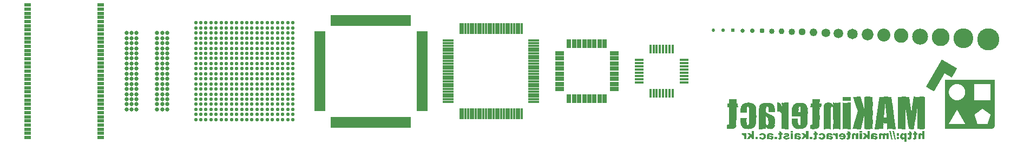
<source format=gbs>
G04*
G04 #@! TF.GenerationSoftware,Altium Limited,Altium Designer,19.0.14 (431)*
G04*
G04 Layer_Color=16711935*
%FSLAX44Y44*%
%MOMM*%
G71*
G01*
G75*
%ADD81R,1.3462X0.4572*%
%ADD82R,0.4572X1.3462*%
%ADD91C,3.4633*%
%ADD92C,3.1133*%
%ADD93C,2.7932*%
%ADD94C,2.5032*%
%ADD95C,2.2532*%
%ADD96C,2.0333*%
%ADD97C,1.8331*%
%ADD98C,1.6533*%
%ADD99C,1.4933*%
%ADD100C,1.3533*%
%ADD101C,1.2233*%
%ADD102C,1.1153*%
%ADD103C,1.0152*%
%ADD104C,0.9261*%
%ADD105C,0.8471*%
%ADD106C,0.7762*%
%ADD107C,0.7143*%
%ADD108C,0.6581*%
%ADD109C,0.6081*%
%ADD110C,0.5641*%
%ADD111C,0.5243*%
G04:AMPARAMS|DCode=142|XSize=0.6533mm|YSize=0.6533mm|CornerRadius=0.3266mm|HoleSize=0mm|Usage=FLASHONLY|Rotation=180.000|XOffset=0mm|YOffset=0mm|HoleType=Round|Shape=RoundedRectangle|*
%AMROUNDEDRECTD142*
21,1,0.6533,0.0000,0,0,180.0*
21,1,0.0000,0.6533,0,0,180.0*
1,1,0.6533,0.0000,0.0000*
1,1,0.6533,0.0000,0.0000*
1,1,0.6533,0.0000,0.0000*
1,1,0.6533,0.0000,0.0000*
%
%ADD142ROUNDEDRECTD142*%
%ADD143R,1.0033X0.5532*%
%ADD144R,1.4732X0.7620*%
%ADD145R,0.7620X1.4732*%
%ADD146R,1.7033X0.4031*%
%ADD147R,0.4031X1.7033*%
G04:AMPARAMS|DCode=148|XSize=0.5532mm|YSize=0.5532mm|CornerRadius=0.2766mm|HoleSize=0mm|Usage=FLASHONLY|Rotation=180.000|XOffset=0mm|YOffset=0mm|HoleType=Round|Shape=RoundedRectangle|*
%AMROUNDEDRECTD148*
21,1,0.5532,0.0000,0,0,180.0*
21,1,0.0000,0.5532,0,0,180.0*
1,1,0.5532,0.0000,0.0000*
1,1,0.5532,0.0000,0.0000*
1,1,0.5532,0.0000,0.0000*
1,1,0.5532,0.0000,0.0000*
%
%ADD148ROUNDEDRECTD148*%
%ADD149R,1.7033X0.5032*%
%ADD150R,0.5032X1.7033*%
G36*
X1116620Y76616D02*
X1113564D01*
Y76179D01*
X1113783D01*
Y75961D01*
X1113564D01*
Y74433D01*
X1113783D01*
Y74215D01*
X1113564D01*
Y72687D01*
X1113783D01*
Y72469D01*
X1113564D01*
Y70941D01*
X1113783D01*
Y70723D01*
X1113564D01*
Y70286D01*
X1116838D01*
Y69850D01*
X1116620D01*
Y46061D01*
X1116838D01*
Y44969D01*
X1116620D01*
Y44751D01*
X1116402D01*
Y44533D01*
X1116620D01*
Y44315D01*
X1116402D01*
Y44096D01*
X1116620D01*
Y43442D01*
X1116402D01*
Y43005D01*
X1115965D01*
Y42787D01*
X1115310D01*
Y43005D01*
X1115092D01*
Y42569D01*
X1114656D01*
Y42787D01*
X1114437D01*
Y42569D01*
X1114219D01*
Y42787D01*
X1114437D01*
Y43005D01*
X1114219D01*
Y42787D01*
X1114001D01*
Y42569D01*
X1113346D01*
Y36239D01*
X1113564D01*
Y36021D01*
X1113783D01*
Y36239D01*
X1114001D01*
Y36021D01*
X1114219D01*
Y36239D01*
X1114437D01*
Y36021D01*
X1114656D01*
Y36239D01*
X1114874D01*
Y36021D01*
X1115092D01*
Y36239D01*
X1115310D01*
Y36021D01*
X1115528D01*
Y36239D01*
X1115747D01*
Y36021D01*
X1115965D01*
Y36239D01*
X1116183D01*
Y36021D01*
X1116402D01*
Y36239D01*
X1116620D01*
Y36021D01*
X1116838D01*
Y36239D01*
X1117056D01*
Y36021D01*
X1117274D01*
Y36239D01*
X1117493D01*
Y36021D01*
X1117711D01*
Y36239D01*
X1117929D01*
Y36021D01*
X1118148D01*
Y36239D01*
X1118366D01*
Y36021D01*
X1118584D01*
Y36239D01*
X1118802D01*
Y36021D01*
X1119020D01*
Y36239D01*
X1119239D01*
Y36021D01*
X1119457D01*
Y36239D01*
X1120330D01*
Y36458D01*
X1120548D01*
Y36239D01*
X1121640D01*
Y36458D01*
X1121858D01*
Y36239D01*
X1122294D01*
Y36458D01*
X1122949D01*
Y36239D01*
X1123167D01*
Y36676D01*
X1123822D01*
Y36894D01*
X1124477D01*
Y37112D01*
X1124913D01*
Y37331D01*
X1125132D01*
Y37549D01*
X1125568D01*
Y37767D01*
X1125786D01*
Y37985D01*
X1126005D01*
Y38204D01*
X1126223D01*
Y38422D01*
X1126441D01*
Y38640D01*
X1126878D01*
Y38858D01*
X1127096D01*
Y39077D01*
X1126878D01*
Y39295D01*
X1127096D01*
Y39731D01*
X1127314D01*
Y40168D01*
X1127532D01*
Y41041D01*
X1127969D01*
Y41259D01*
X1127751D01*
Y41477D01*
X1127969D01*
Y41696D01*
X1127751D01*
Y42350D01*
X1127969D01*
Y42569D01*
X1127751D01*
Y49989D01*
X1127969D01*
Y51299D01*
X1128187D01*
Y51517D01*
X1127969D01*
Y53045D01*
X1128187D01*
Y53263D01*
X1127969D01*
Y54791D01*
X1128187D01*
Y55009D01*
X1127969D01*
Y56537D01*
X1128187D01*
Y56755D01*
X1127969D01*
Y65922D01*
X1128187D01*
Y66795D01*
X1127969D01*
Y67013D01*
X1128187D01*
Y68541D01*
X1127969D01*
Y68759D01*
X1128187D01*
Y68977D01*
X1128405D01*
Y69195D01*
X1128187D01*
Y69850D01*
X1127969D01*
Y70286D01*
X1130588D01*
Y70505D01*
X1130370D01*
Y70723D01*
X1130588D01*
Y70941D01*
X1130370D01*
Y71160D01*
X1130588D01*
Y71378D01*
X1130370D01*
Y71596D01*
X1130588D01*
Y71814D01*
X1130370D01*
Y72032D01*
X1130588D01*
Y72251D01*
X1130370D01*
Y72469D01*
X1130588D01*
Y72687D01*
X1130370D01*
Y72906D01*
X1130588D01*
Y73124D01*
X1130370D01*
Y73342D01*
X1130588D01*
Y73560D01*
X1130370D01*
Y73779D01*
X1130588D01*
Y73997D01*
X1130370D01*
Y74215D01*
X1130588D01*
Y74433D01*
X1130370D01*
Y74651D01*
X1130588D01*
Y74870D01*
X1130370D01*
Y75088D01*
X1130588D01*
Y75306D01*
X1130370D01*
Y75525D01*
X1130588D01*
Y75743D01*
X1130370D01*
Y75961D01*
X1130588D01*
Y76179D01*
X1130370D01*
Y76398D01*
X1130588D01*
Y76616D01*
X1128187D01*
Y76834D01*
X1127969D01*
Y77052D01*
X1128187D01*
Y77270D01*
X1127969D01*
Y77489D01*
X1128187D01*
Y79016D01*
X1127969D01*
Y79235D01*
X1128187D01*
Y79453D01*
X1128405D01*
Y79671D01*
X1128187D01*
Y80763D01*
X1127969D01*
Y80981D01*
X1128187D01*
Y82509D01*
X1127969D01*
Y82727D01*
X1128187D01*
Y82945D01*
X1128405D01*
Y83163D01*
X1127969D01*
Y82945D01*
X1127751D01*
Y83163D01*
X1127532D01*
Y82945D01*
X1127314D01*
Y83163D01*
X1127096D01*
Y82945D01*
X1126878D01*
Y83163D01*
X1126659D01*
Y82945D01*
X1126441D01*
Y83163D01*
X1126223D01*
Y82945D01*
X1126005D01*
Y83163D01*
X1125786D01*
Y82945D01*
X1125568D01*
Y83163D01*
X1125350D01*
Y82945D01*
X1125132D01*
Y83163D01*
X1124913D01*
Y82945D01*
X1124695D01*
Y83163D01*
X1124477D01*
Y82945D01*
X1124259D01*
Y83163D01*
X1124040D01*
Y82945D01*
X1123822D01*
Y83163D01*
X1123604D01*
Y82945D01*
X1123386D01*
Y83163D01*
X1123167D01*
Y82945D01*
X1122949D01*
Y83163D01*
X1122731D01*
Y82945D01*
X1122513D01*
Y83163D01*
X1122294D01*
Y82945D01*
X1122076D01*
Y83163D01*
X1121858D01*
Y82945D01*
X1121640D01*
Y83163D01*
X1121421D01*
Y82945D01*
X1121203D01*
Y83163D01*
X1120985D01*
Y82945D01*
X1120767D01*
Y83163D01*
X1120548D01*
Y82945D01*
X1120330D01*
Y83163D01*
X1120112D01*
Y82945D01*
X1119893D01*
Y83163D01*
X1119675D01*
Y82945D01*
X1119457D01*
Y83163D01*
X1119239D01*
Y82945D01*
X1119020D01*
Y83163D01*
X1118802D01*
Y82945D01*
X1118584D01*
Y83163D01*
X1118366D01*
Y82945D01*
X1118148D01*
Y83163D01*
X1117929D01*
Y82945D01*
X1117711D01*
Y83163D01*
X1117493D01*
Y82945D01*
X1117274D01*
Y83163D01*
X1117056D01*
Y82945D01*
X1116838D01*
Y83163D01*
X1116620D01*
Y76616D01*
D02*
G37*
G36*
X1144992Y77489D02*
X1144556D01*
Y77270D01*
X1144338D01*
Y77489D01*
X1143683D01*
Y77270D01*
X1143465D01*
Y77489D01*
X1143246D01*
Y77270D01*
X1142155D01*
Y77052D01*
X1141937D01*
Y76834D01*
X1141719D01*
Y77052D01*
X1141500D01*
Y76834D01*
X1140846D01*
Y76616D01*
X1140191D01*
Y76398D01*
X1139973D01*
Y76179D01*
X1139318D01*
Y75961D01*
X1139100D01*
Y75743D01*
X1138881D01*
Y75525D01*
X1138227D01*
Y75306D01*
X1138008D01*
Y75088D01*
X1137790D01*
Y74870D01*
X1137572D01*
Y74651D01*
X1137354D01*
Y74433D01*
X1137135D01*
Y73997D01*
X1136917D01*
Y73779D01*
X1136699D01*
Y73560D01*
X1136481D01*
Y73124D01*
X1136262D01*
Y72906D01*
X1136044D01*
Y72469D01*
X1135826D01*
Y72032D01*
X1135608D01*
Y71814D01*
X1135389D01*
Y71378D01*
X1135171D01*
Y70941D01*
X1135389D01*
Y70723D01*
X1134953D01*
Y70286D01*
X1135171D01*
Y70068D01*
X1134953D01*
Y69632D01*
X1134735D01*
Y69195D01*
X1134953D01*
Y68977D01*
X1134735D01*
Y68759D01*
X1134516D01*
Y68104D01*
X1134735D01*
Y67667D01*
X1134516D01*
Y67449D01*
X1134298D01*
Y67231D01*
X1134516D01*
Y67013D01*
X1134298D01*
Y66795D01*
X1134516D01*
Y66576D01*
X1134298D01*
Y66358D01*
X1134516D01*
Y65485D01*
X1134080D01*
Y65267D01*
X1134298D01*
Y65048D01*
X1134080D01*
Y64830D01*
X1134516D01*
Y64612D01*
X1134298D01*
Y64394D01*
X1134516D01*
Y64176D01*
X1134298D01*
Y63957D01*
X1134516D01*
Y63739D01*
X1134298D01*
Y63521D01*
X1134516D01*
Y63302D01*
X1134298D01*
Y63084D01*
X1134080D01*
Y62648D01*
X1134298D01*
Y62429D01*
X1134080D01*
Y62211D01*
X1134298D01*
Y61993D01*
X1144556D01*
Y62648D01*
X1144338D01*
Y62866D01*
X1144556D01*
Y63084D01*
X1144338D01*
Y63302D01*
X1144556D01*
Y63521D01*
X1144338D01*
Y63739D01*
X1144556D01*
Y63957D01*
X1144338D01*
Y64176D01*
X1144556D01*
Y64394D01*
X1144338D01*
Y64612D01*
X1144556D01*
Y64830D01*
X1144338D01*
Y65048D01*
X1144556D01*
Y65267D01*
X1144338D01*
Y65485D01*
X1144556D01*
Y65703D01*
X1144338D01*
Y65922D01*
X1144556D01*
Y66140D01*
X1144338D01*
Y66358D01*
X1144556D01*
Y66576D01*
X1144338D01*
Y66795D01*
X1144556D01*
Y67013D01*
X1144338D01*
Y67231D01*
X1144556D01*
Y67449D01*
X1144338D01*
Y67667D01*
X1144556D01*
Y67886D01*
X1144338D01*
Y68104D01*
X1144556D01*
Y68322D01*
X1144338D01*
Y69195D01*
X1144556D01*
Y69413D01*
X1144338D01*
Y69632D01*
X1144774D01*
Y69850D01*
X1144556D01*
Y70286D01*
X1144774D01*
Y70505D01*
X1144992D01*
Y70723D01*
X1145211D01*
Y70941D01*
X1145647D01*
Y71160D01*
X1146084D01*
Y71378D01*
X1146302D01*
Y71160D01*
X1146738D01*
Y70941D01*
X1147175D01*
Y70723D01*
X1147393D01*
Y70505D01*
X1147611D01*
Y70068D01*
X1147393D01*
Y69850D01*
X1147830D01*
Y68104D01*
X1148048D01*
Y67886D01*
X1147830D01*
Y67667D01*
X1148048D01*
Y66576D01*
X1147830D01*
Y66358D01*
X1148048D01*
Y66140D01*
X1147830D01*
Y65922D01*
X1148048D01*
Y65703D01*
X1147830D01*
Y65485D01*
X1148048D01*
Y65267D01*
X1147830D01*
Y65048D01*
X1148048D01*
Y64830D01*
X1147830D01*
Y64612D01*
X1148048D01*
Y64394D01*
X1147830D01*
Y64176D01*
X1148048D01*
Y63957D01*
X1147830D01*
Y63739D01*
X1148048D01*
Y63521D01*
X1147830D01*
Y63302D01*
X1148048D01*
Y63084D01*
X1147830D01*
Y62866D01*
X1148048D01*
Y62648D01*
X1147830D01*
Y62429D01*
X1148048D01*
Y62211D01*
X1147830D01*
Y61993D01*
X1148048D01*
Y61775D01*
X1147830D01*
Y61557D01*
X1148048D01*
Y61338D01*
X1147830D01*
Y61120D01*
X1148048D01*
Y60902D01*
X1147830D01*
Y60683D01*
X1148048D01*
Y60465D01*
X1147830D01*
Y60247D01*
X1148048D01*
Y60029D01*
X1147830D01*
Y59811D01*
X1148048D01*
Y59592D01*
X1147830D01*
Y59374D01*
X1148048D01*
Y59156D01*
X1147830D01*
Y58938D01*
X1148048D01*
Y58719D01*
X1147830D01*
Y58501D01*
X1148048D01*
Y58283D01*
X1147830D01*
Y58064D01*
X1148048D01*
Y57846D01*
X1147830D01*
Y57628D01*
X1148048D01*
Y57410D01*
X1147830D01*
Y57192D01*
X1148048D01*
Y56973D01*
X1147830D01*
Y56755D01*
X1148048D01*
Y56537D01*
X1147830D01*
Y56318D01*
X1148048D01*
Y56100D01*
X1147830D01*
Y55882D01*
X1148048D01*
Y55664D01*
X1147830D01*
Y55445D01*
X1148048D01*
Y55227D01*
X1147830D01*
Y55009D01*
X1148048D01*
Y54791D01*
X1147830D01*
Y54572D01*
X1148048D01*
Y54354D01*
X1147830D01*
Y54136D01*
X1148048D01*
Y53918D01*
X1147830D01*
Y53699D01*
X1148048D01*
Y53481D01*
X1147830D01*
Y53263D01*
X1148048D01*
Y53045D01*
X1147830D01*
Y52826D01*
X1148048D01*
Y52608D01*
X1147830D01*
Y52390D01*
X1148048D01*
Y52172D01*
X1147830D01*
Y51953D01*
X1148048D01*
Y51735D01*
X1147830D01*
Y51517D01*
X1148048D01*
Y51299D01*
X1147830D01*
Y51080D01*
X1148048D01*
Y50862D01*
X1147830D01*
Y50644D01*
X1148048D01*
Y50426D01*
X1147830D01*
Y50207D01*
X1148048D01*
Y49989D01*
X1147830D01*
Y49771D01*
X1148048D01*
Y49553D01*
X1147830D01*
Y49334D01*
X1148048D01*
Y49116D01*
X1147830D01*
Y48898D01*
X1148048D01*
Y48680D01*
X1147830D01*
Y48461D01*
X1148048D01*
Y48243D01*
X1147830D01*
Y48025D01*
X1148048D01*
Y47807D01*
X1147830D01*
Y47588D01*
X1148048D01*
Y47370D01*
X1147830D01*
Y47152D01*
X1148048D01*
Y46934D01*
X1147830D01*
Y46715D01*
X1148048D01*
Y45406D01*
X1147830D01*
Y44315D01*
X1147611D01*
Y43878D01*
X1147393D01*
Y43223D01*
X1147175D01*
Y43005D01*
X1146738D01*
Y42787D01*
X1146520D01*
Y42569D01*
X1145211D01*
Y42787D01*
X1144774D01*
Y43223D01*
X1144338D01*
Y44533D01*
X1143901D01*
Y44969D01*
X1144119D01*
Y45624D01*
X1143901D01*
Y45842D01*
X1144119D01*
Y46279D01*
X1143901D01*
Y46497D01*
X1143683D01*
Y46715D01*
X1143901D01*
Y46934D01*
X1143683D01*
Y47152D01*
X1143901D01*
Y47370D01*
X1143683D01*
Y47588D01*
X1143901D01*
Y48025D01*
X1144119D01*
Y48243D01*
X1143901D01*
Y48461D01*
X1144119D01*
Y48680D01*
X1143901D01*
Y48898D01*
X1144119D01*
Y49116D01*
X1143901D01*
Y49334D01*
X1144119D01*
Y49553D01*
X1143901D01*
Y49771D01*
X1144119D01*
Y49989D01*
X1143901D01*
Y50207D01*
X1144119D01*
Y50426D01*
X1143901D01*
Y50644D01*
X1144119D01*
Y50862D01*
X1143901D01*
Y51517D01*
X1144119D01*
Y51735D01*
X1143901D01*
Y51953D01*
X1144119D01*
Y52172D01*
X1143901D01*
Y52390D01*
X1144119D01*
Y52608D01*
X1143901D01*
Y52826D01*
X1144119D01*
Y53045D01*
X1134080D01*
Y52172D01*
X1134298D01*
Y51953D01*
X1134080D01*
Y50426D01*
X1134298D01*
Y50207D01*
X1134080D01*
Y49553D01*
X1134516D01*
Y49334D01*
X1134298D01*
Y49116D01*
X1134516D01*
Y48898D01*
X1134298D01*
Y48680D01*
X1134516D01*
Y48461D01*
X1134298D01*
Y48243D01*
X1134516D01*
Y48025D01*
X1134080D01*
Y47807D01*
X1134298D01*
Y47588D01*
X1134080D01*
Y47370D01*
X1134516D01*
Y46497D01*
X1134298D01*
Y46279D01*
X1134516D01*
Y46061D01*
X1134298D01*
Y45842D01*
X1134516D01*
Y45624D01*
X1134298D01*
Y45406D01*
X1134735D01*
Y44969D01*
X1134516D01*
Y44315D01*
X1134953D01*
Y44096D01*
X1134735D01*
Y43660D01*
X1134953D01*
Y43223D01*
X1135171D01*
Y43005D01*
X1134953D01*
Y42787D01*
X1135171D01*
Y42350D01*
X1135389D01*
Y41696D01*
X1135608D01*
Y41259D01*
X1135826D01*
Y41041D01*
X1136044D01*
Y40823D01*
X1136262D01*
Y40386D01*
X1136481D01*
Y40168D01*
X1136699D01*
Y39731D01*
X1136917D01*
Y39513D01*
X1137135D01*
Y39295D01*
X1137354D01*
Y39077D01*
X1137572D01*
Y38858D01*
X1137790D01*
Y38640D01*
X1138008D01*
Y38422D01*
X1138227D01*
Y38204D01*
X1138445D01*
Y37985D01*
X1138663D01*
Y37767D01*
X1138881D01*
Y37549D01*
X1139536D01*
Y37331D01*
X1139754D01*
Y37112D01*
X1140191D01*
Y36894D01*
X1140627D01*
Y36676D01*
X1141282D01*
Y36458D01*
X1141719D01*
Y36239D01*
X1141937D01*
Y36458D01*
X1142373D01*
Y36239D01*
X1142592D01*
Y36458D01*
X1142810D01*
Y36239D01*
X1144119D01*
Y36021D01*
X1144338D01*
Y36239D01*
X1144774D01*
Y36458D01*
X1144992D01*
Y36239D01*
X1145647D01*
Y36458D01*
X1145865D01*
Y36239D01*
X1146302D01*
Y36021D01*
X1146738D01*
Y36239D01*
X1147393D01*
Y36458D01*
X1147611D01*
Y36239D01*
X1148484D01*
Y36021D01*
X1148703D01*
Y36239D01*
X1149576D01*
Y36458D01*
X1149794D01*
Y36239D01*
X1150012D01*
Y36458D01*
X1151103D01*
Y36676D01*
X1151758D01*
Y36894D01*
X1152413D01*
Y37112D01*
X1153068D01*
Y37331D01*
X1153723D01*
Y37549D01*
X1153941D01*
Y37767D01*
X1154377D01*
Y37985D01*
X1154814D01*
Y38204D01*
X1155032D01*
Y38422D01*
X1155250D01*
Y38640D01*
X1155687D01*
Y38858D01*
X1156123D01*
Y39295D01*
X1156560D01*
Y39513D01*
X1156341D01*
Y39731D01*
X1156560D01*
Y39950D01*
X1156778D01*
Y40168D01*
X1156996D01*
Y40386D01*
X1157214D01*
Y40604D01*
X1157651D01*
Y40823D01*
X1157433D01*
Y41259D01*
X1157651D01*
Y41477D01*
X1157869D01*
Y42132D01*
X1158087D01*
Y42569D01*
X1158306D01*
Y43878D01*
X1158524D01*
Y44315D01*
X1158742D01*
Y45406D01*
X1158960D01*
Y45624D01*
X1158742D01*
Y45842D01*
X1158960D01*
Y46279D01*
X1158742D01*
Y47370D01*
X1159179D01*
Y49553D01*
X1158960D01*
Y50426D01*
X1159179D01*
Y50644D01*
X1159397D01*
Y50862D01*
X1159179D01*
Y51299D01*
X1158960D01*
Y51517D01*
X1159179D01*
Y51735D01*
X1158960D01*
Y51953D01*
X1159179D01*
Y52172D01*
X1158960D01*
Y52390D01*
X1159179D01*
Y52608D01*
X1158960D01*
Y52826D01*
X1159179D01*
Y53045D01*
X1158960D01*
Y53263D01*
X1159179D01*
Y53481D01*
X1158960D01*
Y53699D01*
X1159179D01*
Y53918D01*
X1158960D01*
Y54136D01*
X1159179D01*
Y54572D01*
X1159397D01*
Y54791D01*
X1159179D01*
Y55009D01*
X1159397D01*
Y55227D01*
X1159179D01*
Y55445D01*
X1159397D01*
Y55664D01*
X1159179D01*
Y55882D01*
X1159397D01*
Y56100D01*
X1159179D01*
Y56318D01*
X1159397D01*
Y56537D01*
X1159179D01*
Y56755D01*
X1159397D01*
Y56973D01*
X1159179D01*
Y57192D01*
X1159397D01*
Y57410D01*
X1159179D01*
Y57628D01*
X1159397D01*
Y57846D01*
X1159179D01*
Y58283D01*
X1158960D01*
Y62429D01*
X1159179D01*
Y68977D01*
X1158742D01*
Y69632D01*
X1158960D01*
Y69850D01*
X1158742D01*
Y70723D01*
X1158524D01*
Y71160D01*
X1158306D01*
Y71596D01*
X1158087D01*
Y72032D01*
X1157869D01*
Y72469D01*
X1157651D01*
Y72906D01*
X1157433D01*
Y73124D01*
X1157214D01*
Y73342D01*
X1156996D01*
Y73997D01*
X1156560D01*
Y74433D01*
X1156123D01*
Y74651D01*
X1155905D01*
Y74870D01*
X1155469D01*
Y75306D01*
X1155032D01*
Y75525D01*
X1154595D01*
Y75743D01*
X1154377D01*
Y75961D01*
X1153941D01*
Y76179D01*
X1153286D01*
Y76398D01*
X1153068D01*
Y76616D01*
X1152413D01*
Y76834D01*
X1151758D01*
Y77052D01*
X1151103D01*
Y77270D01*
X1150012D01*
Y77489D01*
X1149794D01*
Y77270D01*
X1149576D01*
Y77489D01*
X1148921D01*
Y77270D01*
X1148703D01*
Y77489D01*
X1148266D01*
Y77707D01*
X1148048D01*
Y77489D01*
X1147611D01*
Y77707D01*
X1147175D01*
Y77489D01*
X1146738D01*
Y77707D01*
X1146302D01*
Y77489D01*
X1145865D01*
Y77707D01*
X1145429D01*
Y77489D01*
X1145211D01*
Y77707D01*
X1144992D01*
Y77489D01*
D02*
G37*
G36*
X1172274Y77052D02*
X1170746D01*
Y76834D01*
X1169655D01*
Y76616D01*
X1168782D01*
Y76398D01*
X1168127D01*
Y76179D01*
X1167691D01*
Y75961D01*
X1167254D01*
Y75743D01*
X1166817D01*
Y75525D01*
X1166599D01*
Y75306D01*
X1166381D01*
Y75088D01*
X1166163D01*
Y74870D01*
X1165945D01*
Y74651D01*
X1165508D01*
Y74215D01*
X1165071D01*
Y73997D01*
X1164853D01*
Y73560D01*
X1164635D01*
Y73124D01*
X1164417D01*
Y72906D01*
X1164199D01*
Y72687D01*
X1164417D01*
Y72469D01*
X1164199D01*
Y71814D01*
X1163762D01*
Y71378D01*
X1163980D01*
Y71160D01*
X1163762D01*
Y70505D01*
X1163544D01*
Y70286D01*
X1163326D01*
Y70068D01*
X1163544D01*
Y69413D01*
X1163326D01*
Y69195D01*
X1163544D01*
Y68977D01*
X1163326D01*
Y67886D01*
X1163107D01*
Y67667D01*
X1163326D01*
Y67449D01*
X1163107D01*
Y67231D01*
X1163326D01*
Y67013D01*
X1163107D01*
Y66795D01*
X1163326D01*
Y66576D01*
X1163107D01*
Y66358D01*
X1163326D01*
Y64176D01*
X1162889D01*
Y63957D01*
X1163107D01*
Y63739D01*
X1162889D01*
Y63521D01*
X1163107D01*
Y62866D01*
X1162889D01*
Y62648D01*
X1163107D01*
Y60683D01*
X1162889D01*
Y60029D01*
X1163107D01*
Y59811D01*
X1162889D01*
Y59592D01*
X1163107D01*
Y59374D01*
X1162889D01*
Y59156D01*
X1163107D01*
Y56973D01*
X1162671D01*
Y56755D01*
X1162889D01*
Y56537D01*
X1162671D01*
Y56318D01*
X1162889D01*
Y56100D01*
X1162671D01*
Y55882D01*
X1162889D01*
Y55664D01*
X1162671D01*
Y55445D01*
X1162889D01*
Y55227D01*
X1162671D01*
Y55009D01*
X1162889D01*
Y54791D01*
X1162671D01*
Y54572D01*
X1162889D01*
Y54354D01*
X1162671D01*
Y54136D01*
X1162889D01*
Y53918D01*
X1162671D01*
Y53699D01*
X1162889D01*
Y53481D01*
X1162671D01*
Y53263D01*
X1162889D01*
Y53045D01*
X1162671D01*
Y52826D01*
X1162889D01*
Y52608D01*
X1162671D01*
Y52390D01*
X1162889D01*
Y52172D01*
X1162671D01*
Y51953D01*
X1162889D01*
Y51735D01*
X1162671D01*
Y51517D01*
X1162889D01*
Y51299D01*
X1162671D01*
Y51080D01*
X1162889D01*
Y50862D01*
X1162671D01*
Y50644D01*
X1162889D01*
Y50426D01*
X1162671D01*
Y50207D01*
X1162889D01*
Y49989D01*
X1162671D01*
Y49771D01*
X1162889D01*
Y49553D01*
X1162671D01*
Y49334D01*
X1162889D01*
Y49116D01*
X1162671D01*
Y48898D01*
X1162889D01*
Y48680D01*
X1162671D01*
Y48461D01*
X1162889D01*
Y48243D01*
X1162671D01*
Y48025D01*
X1162889D01*
Y47807D01*
X1162671D01*
Y47588D01*
X1162889D01*
Y47370D01*
X1162671D01*
Y47152D01*
X1162889D01*
Y46934D01*
X1162671D01*
Y46715D01*
X1162889D01*
Y46497D01*
X1162671D01*
Y46279D01*
X1162889D01*
Y46061D01*
X1162671D01*
Y45842D01*
X1162889D01*
Y45624D01*
X1162671D01*
Y45406D01*
X1162889D01*
Y45188D01*
X1162671D01*
Y44969D01*
X1162889D01*
Y44751D01*
X1162671D01*
Y44533D01*
X1162889D01*
Y44315D01*
X1162671D01*
Y44096D01*
X1162889D01*
Y43878D01*
X1162671D01*
Y43660D01*
X1162889D01*
Y43442D01*
X1162671D01*
Y43223D01*
X1162889D01*
Y43005D01*
X1162671D01*
Y42787D01*
X1162889D01*
Y42569D01*
X1162671D01*
Y42350D01*
X1162889D01*
Y42132D01*
X1162671D01*
Y41914D01*
X1162889D01*
Y41696D01*
X1162671D01*
Y41477D01*
X1162889D01*
Y41259D01*
X1162671D01*
Y41041D01*
X1162889D01*
Y40823D01*
X1162671D01*
Y40604D01*
X1162889D01*
Y40386D01*
X1162671D01*
Y40168D01*
X1162889D01*
Y39950D01*
X1162671D01*
Y39731D01*
X1162889D01*
Y39513D01*
X1162671D01*
Y39295D01*
X1162889D01*
Y39077D01*
X1162671D01*
Y38858D01*
X1162889D01*
Y38640D01*
X1162671D01*
Y38422D01*
X1162889D01*
Y38204D01*
X1162671D01*
Y37985D01*
X1162889D01*
Y37767D01*
X1162671D01*
Y37549D01*
X1162889D01*
Y37331D01*
X1162671D01*
Y37112D01*
X1162889D01*
Y36894D01*
X1162671D01*
Y36676D01*
X1162889D01*
Y36458D01*
X1162671D01*
Y36239D01*
X1162889D01*
Y36021D01*
X1163107D01*
Y36239D01*
X1163326D01*
Y36021D01*
X1163544D01*
Y36239D01*
X1163762D01*
Y36021D01*
X1163980D01*
Y36239D01*
X1164199D01*
Y36021D01*
X1164417D01*
Y36239D01*
X1164635D01*
Y36021D01*
X1164853D01*
Y36239D01*
X1165071D01*
Y36021D01*
X1165290D01*
Y36239D01*
X1165508D01*
Y36021D01*
X1165726D01*
Y36239D01*
X1165945D01*
Y36021D01*
X1166163D01*
Y36239D01*
X1166381D01*
Y36021D01*
X1166599D01*
Y36239D01*
X1166817D01*
Y36021D01*
X1167036D01*
Y36239D01*
X1167254D01*
Y36021D01*
X1167472D01*
Y36239D01*
X1167691D01*
Y36021D01*
X1167909D01*
Y36239D01*
X1168127D01*
Y36021D01*
X1168345D01*
Y36239D01*
X1168564D01*
Y36021D01*
X1168782D01*
Y36239D01*
X1169000D01*
Y36021D01*
X1169218D01*
Y36239D01*
X1169436D01*
Y36021D01*
X1169655D01*
Y36239D01*
X1169873D01*
Y36021D01*
X1170091D01*
Y36239D01*
X1170310D01*
Y36021D01*
X1170528D01*
Y36239D01*
X1170746D01*
Y36021D01*
X1170964D01*
Y36239D01*
X1171183D01*
Y36021D01*
X1171401D01*
Y36239D01*
X1171619D01*
Y36021D01*
X1171837D01*
Y36239D01*
X1172056D01*
Y36021D01*
X1172274D01*
Y36239D01*
X1172492D01*
Y36021D01*
X1172710D01*
Y36239D01*
X1172928D01*
Y36021D01*
X1173147D01*
Y36239D01*
X1173365D01*
Y36021D01*
X1173583D01*
Y36239D01*
X1173802D01*
Y36021D01*
X1174020D01*
Y39731D01*
X1174238D01*
Y39295D01*
X1174456D01*
Y39077D01*
X1174675D01*
Y38640D01*
X1175111D01*
Y37985D01*
X1175329D01*
Y37767D01*
X1175984D01*
Y37112D01*
X1176421D01*
Y36894D01*
X1176857D01*
Y36676D01*
X1177512D01*
Y36239D01*
X1177730D01*
Y36458D01*
X1178167D01*
Y36239D01*
X1178821D01*
Y36458D01*
X1179040D01*
Y36239D01*
X1179694D01*
Y36458D01*
X1179913D01*
Y36239D01*
X1180567D01*
Y36021D01*
X1180786D01*
Y36239D01*
X1181440D01*
Y36458D01*
X1181659D01*
Y36239D01*
X1182095D01*
Y36021D01*
X1182313D01*
Y36239D01*
X1183405D01*
Y36458D01*
X1184059D01*
Y36239D01*
X1184278D01*
Y36676D01*
X1184714D01*
Y36894D01*
X1185369D01*
Y37112D01*
X1185805D01*
Y37331D01*
X1186024D01*
Y37549D01*
X1186242D01*
Y37767D01*
X1186460D01*
Y37985D01*
X1186678D01*
Y38204D01*
X1186897D01*
Y38640D01*
X1187333D01*
Y39295D01*
X1187551D01*
Y39731D01*
X1187770D01*
Y40386D01*
X1187988D01*
Y41041D01*
X1188206D01*
Y41477D01*
X1187988D01*
Y41914D01*
X1188206D01*
Y42132D01*
X1188424D01*
Y42350D01*
X1188206D01*
Y42569D01*
X1188424D01*
Y42787D01*
X1187988D01*
Y43005D01*
X1188206D01*
Y43223D01*
X1187988D01*
Y43442D01*
X1188206D01*
Y43660D01*
X1187988D01*
Y43878D01*
X1188206D01*
Y44096D01*
X1188424D01*
Y45624D01*
X1188206D01*
Y45842D01*
X1188424D01*
Y46279D01*
X1188643D01*
Y46497D01*
X1188424D01*
Y46715D01*
X1188643D01*
Y46934D01*
X1188206D01*
Y47152D01*
X1188424D01*
Y47370D01*
X1188206D01*
Y48025D01*
X1188643D01*
Y48243D01*
X1188424D01*
Y48461D01*
X1188643D01*
Y48680D01*
X1188424D01*
Y48898D01*
X1188643D01*
Y49116D01*
X1188424D01*
Y49334D01*
X1188643D01*
Y49553D01*
X1188424D01*
Y49771D01*
X1188643D01*
Y49989D01*
X1188424D01*
Y50426D01*
X1188206D01*
Y50644D01*
X1188424D01*
Y50862D01*
X1188206D01*
Y51080D01*
X1188643D01*
Y51299D01*
X1188424D01*
Y52172D01*
X1188206D01*
Y52390D01*
X1187988D01*
Y52608D01*
X1188206D01*
Y52826D01*
X1187988D01*
Y53918D01*
X1187770D01*
Y54354D01*
X1187551D01*
Y54791D01*
X1187333D01*
Y55009D01*
X1187115D01*
Y55227D01*
X1186897D01*
Y55445D01*
X1186678D01*
Y55664D01*
X1186460D01*
Y55882D01*
X1186242D01*
Y56100D01*
X1186024D01*
Y56318D01*
X1185805D01*
Y56755D01*
X1185587D01*
Y56537D01*
X1185369D01*
Y56755D01*
X1184932D01*
Y56973D01*
X1184714D01*
Y57192D01*
X1184059D01*
Y57410D01*
X1183841D01*
Y57628D01*
X1183623D01*
Y57846D01*
X1182968D01*
Y58064D01*
X1182532D01*
Y58283D01*
X1182095D01*
Y58501D01*
X1181659D01*
Y58719D01*
X1181222D01*
Y58938D01*
X1180567D01*
Y59156D01*
X1180131D01*
Y59374D01*
X1179694D01*
Y59592D01*
X1179476D01*
Y59374D01*
X1179258D01*
Y59811D01*
X1179040D01*
Y60029D01*
X1178603D01*
Y59811D01*
X1178385D01*
Y60247D01*
X1178167D01*
Y60465D01*
X1177730D01*
Y60247D01*
X1177512D01*
Y60465D01*
X1177294D01*
Y60683D01*
X1176639D01*
Y60902D01*
X1176421D01*
Y61120D01*
X1175984D01*
Y61338D01*
X1175547D01*
Y61557D01*
X1175329D01*
Y61775D01*
X1175111D01*
Y61993D01*
X1174893D01*
Y62429D01*
X1174456D01*
Y63302D01*
X1174238D01*
Y63739D01*
X1174456D01*
Y63957D01*
X1174238D01*
Y64394D01*
X1174456D01*
Y64830D01*
X1174238D01*
Y65048D01*
X1174020D01*
Y67013D01*
X1174238D01*
Y67231D01*
X1174456D01*
Y67886D01*
X1174238D01*
Y68104D01*
X1174456D01*
Y68541D01*
X1174238D01*
Y68759D01*
X1174456D01*
Y68977D01*
X1174675D01*
Y69195D01*
X1174456D01*
Y69632D01*
X1174893D01*
Y69850D01*
X1174675D01*
Y70286D01*
X1174893D01*
Y70505D01*
X1175111D01*
Y70723D01*
X1175329D01*
Y70941D01*
X1175547D01*
Y71160D01*
X1175766D01*
Y71378D01*
X1175984D01*
Y71160D01*
X1176421D01*
Y70941D01*
X1176857D01*
Y71160D01*
X1177075D01*
Y70941D01*
X1177294D01*
Y70505D01*
X1177730D01*
Y70068D01*
X1177948D01*
Y68977D01*
X1178167D01*
Y67886D01*
X1177948D01*
Y67667D01*
X1178167D01*
Y67449D01*
X1177948D01*
Y67231D01*
X1178167D01*
Y67013D01*
X1177948D01*
Y66795D01*
X1178167D01*
Y66576D01*
X1177948D01*
Y66358D01*
X1178167D01*
Y66140D01*
X1177948D01*
Y65922D01*
X1178167D01*
Y65703D01*
X1177948D01*
Y65485D01*
X1178167D01*
Y65267D01*
X1177948D01*
Y65048D01*
X1178167D01*
Y64830D01*
X1177948D01*
Y64612D01*
X1178167D01*
Y64394D01*
X1177948D01*
Y64176D01*
X1178167D01*
Y63957D01*
X1177948D01*
Y63739D01*
X1178167D01*
Y63521D01*
X1177948D01*
Y63302D01*
X1178167D01*
Y63084D01*
X1188424D01*
Y63302D01*
X1188643D01*
Y63521D01*
X1188424D01*
Y63739D01*
X1188643D01*
Y63957D01*
X1188424D01*
Y64176D01*
X1188643D01*
Y64394D01*
X1188424D01*
Y64612D01*
X1188643D01*
Y64830D01*
X1188424D01*
Y65048D01*
X1188643D01*
Y65267D01*
X1188424D01*
Y65485D01*
X1188643D01*
Y65703D01*
X1188424D01*
Y66140D01*
X1188206D01*
Y66358D01*
X1188424D01*
Y66576D01*
X1188206D01*
Y66795D01*
X1188424D01*
Y67231D01*
X1188643D01*
Y67449D01*
X1188424D01*
Y68322D01*
X1188206D01*
Y68541D01*
X1187988D01*
Y68759D01*
X1188206D01*
Y68977D01*
X1187988D01*
Y69195D01*
X1188206D01*
Y69632D01*
X1187988D01*
Y70286D01*
X1188206D01*
Y70505D01*
X1187988D01*
Y70723D01*
X1187770D01*
Y71378D01*
X1187551D01*
Y71814D01*
X1187333D01*
Y72032D01*
X1187115D01*
Y72469D01*
X1186897D01*
Y72906D01*
X1186678D01*
Y73560D01*
X1186242D01*
Y73779D01*
X1186024D01*
Y74215D01*
X1185805D01*
Y74433D01*
X1185587D01*
Y74651D01*
X1185369D01*
Y74870D01*
X1185151D01*
Y75088D01*
X1184932D01*
Y75306D01*
X1184714D01*
Y75525D01*
X1184278D01*
Y75743D01*
X1184059D01*
Y75961D01*
X1183623D01*
Y76179D01*
X1183405D01*
Y76398D01*
X1182750D01*
Y76616D01*
X1182095D01*
Y76834D01*
X1181222D01*
Y77052D01*
X1180349D01*
Y76834D01*
X1180131D01*
Y77052D01*
X1179694D01*
Y77270D01*
X1179476D01*
Y77489D01*
X1179258D01*
Y77270D01*
X1178603D01*
Y77489D01*
X1178385D01*
Y77270D01*
X1177512D01*
Y77052D01*
X1177294D01*
Y77270D01*
X1177075D01*
Y77052D01*
X1176857D01*
Y77270D01*
X1176639D01*
Y77052D01*
X1176421D01*
Y77270D01*
X1176202D01*
Y77052D01*
X1175984D01*
Y77270D01*
X1175766D01*
Y77052D01*
X1175547D01*
Y77270D01*
X1175329D01*
Y77052D01*
X1175111D01*
Y77270D01*
X1174893D01*
Y77052D01*
X1174675D01*
Y77270D01*
X1174456D01*
Y77052D01*
X1174238D01*
Y77270D01*
X1173365D01*
Y77489D01*
X1173147D01*
Y77270D01*
X1172492D01*
Y77489D01*
X1172274D01*
Y77052D01*
D02*
G37*
G36*
X1191916Y63957D02*
X1193444D01*
Y63739D01*
X1194754D01*
Y63521D01*
X1195408D01*
Y63302D01*
X1196063D01*
Y63084D01*
X1196281D01*
Y62866D01*
X1196718D01*
Y62648D01*
X1196936D01*
Y62429D01*
X1197154D01*
Y62211D01*
X1197373D01*
Y61993D01*
X1197591D01*
Y61775D01*
X1197809D01*
Y61338D01*
X1198027D01*
Y60683D01*
X1198246D01*
Y59811D01*
X1198464D01*
Y59374D01*
X1198246D01*
Y59156D01*
X1198464D01*
Y58064D01*
X1198246D01*
Y57846D01*
X1198464D01*
Y57192D01*
X1198246D01*
Y56973D01*
X1198682D01*
Y55227D01*
X1198464D01*
Y55009D01*
X1198682D01*
Y54791D01*
X1198464D01*
Y54572D01*
X1198682D01*
Y54354D01*
X1198464D01*
Y54136D01*
X1198682D01*
Y53918D01*
X1198464D01*
Y53699D01*
X1198682D01*
Y53481D01*
X1198464D01*
Y53263D01*
X1198682D01*
Y53045D01*
X1198464D01*
Y52826D01*
X1198682D01*
Y52608D01*
X1198464D01*
Y52390D01*
X1198682D01*
Y52172D01*
X1198464D01*
Y51953D01*
X1198682D01*
Y51735D01*
X1198464D01*
Y51517D01*
X1198682D01*
Y51299D01*
X1198464D01*
Y51080D01*
X1198682D01*
Y50862D01*
X1198464D01*
Y50644D01*
X1198682D01*
Y50426D01*
X1198464D01*
Y50207D01*
X1198682D01*
Y49989D01*
X1198464D01*
Y49771D01*
X1198682D01*
Y49553D01*
X1198464D01*
Y49334D01*
X1198682D01*
Y49116D01*
X1198464D01*
Y48898D01*
X1198682D01*
Y48680D01*
X1198464D01*
Y48461D01*
X1198682D01*
Y48243D01*
X1198464D01*
Y48025D01*
X1198682D01*
Y47807D01*
X1198464D01*
Y47588D01*
X1198682D01*
Y47370D01*
X1198464D01*
Y47152D01*
X1198682D01*
Y46934D01*
X1198464D01*
Y46715D01*
X1198682D01*
Y46497D01*
X1198464D01*
Y46279D01*
X1198682D01*
Y46061D01*
X1198464D01*
Y45842D01*
X1198682D01*
Y45624D01*
X1198464D01*
Y45406D01*
X1198682D01*
Y45188D01*
X1198464D01*
Y44969D01*
X1198682D01*
Y44751D01*
X1198464D01*
Y44533D01*
X1198682D01*
Y44315D01*
X1198464D01*
Y44096D01*
X1198682D01*
Y43878D01*
X1198464D01*
Y43660D01*
X1198682D01*
Y43442D01*
X1198464D01*
Y43223D01*
X1198682D01*
Y43005D01*
X1198464D01*
Y42787D01*
X1198682D01*
Y42569D01*
X1198464D01*
Y42350D01*
X1198682D01*
Y42132D01*
X1198464D01*
Y41914D01*
X1198682D01*
Y41696D01*
X1198464D01*
Y41477D01*
X1198682D01*
Y41259D01*
X1198464D01*
Y41041D01*
X1198682D01*
Y40823D01*
X1198464D01*
Y40604D01*
X1198682D01*
Y40386D01*
X1198464D01*
Y40168D01*
X1198682D01*
Y39950D01*
X1198464D01*
Y39731D01*
X1198682D01*
Y39513D01*
X1198464D01*
Y39295D01*
X1198682D01*
Y39077D01*
X1198464D01*
Y38858D01*
X1198682D01*
Y38640D01*
X1198464D01*
Y38422D01*
X1198682D01*
Y38204D01*
X1198464D01*
Y37985D01*
X1198682D01*
Y37767D01*
X1198464D01*
Y37549D01*
X1198682D01*
Y37331D01*
X1198464D01*
Y37112D01*
X1198682D01*
Y36894D01*
X1198464D01*
Y36676D01*
X1198682D01*
Y36458D01*
X1198464D01*
Y36239D01*
X1198682D01*
Y36021D01*
X1198900D01*
Y36239D01*
X1199119D01*
Y36021D01*
X1199337D01*
Y36239D01*
X1199555D01*
Y36021D01*
X1199773D01*
Y36239D01*
X1199992D01*
Y36021D01*
X1200210D01*
Y36239D01*
X1200428D01*
Y36021D01*
X1200646D01*
Y36239D01*
X1200865D01*
Y36021D01*
X1201083D01*
Y36239D01*
X1201301D01*
Y36021D01*
X1201519D01*
Y36239D01*
X1201738D01*
Y36021D01*
X1201956D01*
Y36239D01*
X1202174D01*
Y36021D01*
X1202393D01*
Y36239D01*
X1202611D01*
Y36021D01*
X1202829D01*
Y36239D01*
X1203047D01*
Y36021D01*
X1203265D01*
Y36239D01*
X1203484D01*
Y36021D01*
X1203702D01*
Y36239D01*
X1203920D01*
Y36021D01*
X1204138D01*
Y36239D01*
X1204357D01*
Y36021D01*
X1204575D01*
Y36239D01*
X1204793D01*
Y36021D01*
X1205012D01*
Y36239D01*
X1205230D01*
Y36021D01*
X1205448D01*
Y36239D01*
X1205666D01*
Y36021D01*
X1205884D01*
Y36239D01*
X1206103D01*
Y36021D01*
X1206321D01*
Y36239D01*
X1206539D01*
Y36021D01*
X1206758D01*
Y36239D01*
X1206976D01*
Y36021D01*
X1207194D01*
Y36239D01*
X1207412D01*
Y36021D01*
X1207630D01*
Y36239D01*
X1207849D01*
Y36021D01*
X1208067D01*
Y36239D01*
X1208285D01*
Y36021D01*
X1208503D01*
Y36239D01*
X1208722D01*
Y36021D01*
X1208940D01*
Y36239D01*
X1209158D01*
Y36021D01*
X1209377D01*
Y36239D01*
X1209595D01*
Y36021D01*
X1209813D01*
Y77707D01*
X1209595D01*
Y77489D01*
X1209377D01*
Y77707D01*
X1209158D01*
Y77489D01*
X1208940D01*
Y77707D01*
X1208722D01*
Y77489D01*
X1208503D01*
Y77707D01*
X1208285D01*
Y77489D01*
X1208067D01*
Y77707D01*
X1207849D01*
Y77489D01*
X1207630D01*
Y77707D01*
X1207412D01*
Y77489D01*
X1207194D01*
Y77707D01*
X1206539D01*
Y77489D01*
X1206321D01*
Y77707D01*
X1206103D01*
Y77489D01*
X1205884D01*
Y77707D01*
X1205666D01*
Y77489D01*
X1205448D01*
Y77707D01*
X1205230D01*
Y77489D01*
X1205012D01*
Y77707D01*
X1204793D01*
Y77489D01*
X1204575D01*
Y77707D01*
X1204357D01*
Y77489D01*
X1204138D01*
Y77707D01*
X1203920D01*
Y77489D01*
X1203702D01*
Y77707D01*
X1203047D01*
Y77489D01*
X1202829D01*
Y77707D01*
X1202611D01*
Y77489D01*
X1202393D01*
Y77707D01*
X1202174D01*
Y77489D01*
X1201956D01*
Y77707D01*
X1201738D01*
Y77489D01*
X1201519D01*
Y77707D01*
X1201301D01*
Y77489D01*
X1201083D01*
Y77707D01*
X1200865D01*
Y77489D01*
X1200646D01*
Y77707D01*
X1200428D01*
Y77489D01*
X1200210D01*
Y77707D01*
X1199555D01*
Y77489D01*
X1199337D01*
Y77707D01*
X1199119D01*
Y77489D01*
X1198900D01*
Y77707D01*
X1198682D01*
Y77489D01*
X1198464D01*
Y77270D01*
X1198682D01*
Y77052D01*
X1198464D01*
Y76834D01*
X1198900D01*
Y76179D01*
X1198682D01*
Y75961D01*
X1198900D01*
Y75088D01*
X1198682D01*
Y74870D01*
X1199119D01*
Y72687D01*
X1199337D01*
Y72251D01*
X1198900D01*
Y72906D01*
X1198464D01*
Y73342D01*
X1198246D01*
Y73779D01*
X1198027D01*
Y73997D01*
X1197809D01*
Y74651D01*
X1197591D01*
Y74870D01*
X1197373D01*
Y75088D01*
X1197154D01*
Y75525D01*
X1196936D01*
Y75743D01*
X1196718D01*
Y76179D01*
X1196500D01*
Y76398D01*
X1196063D01*
Y76616D01*
X1195845D01*
Y76834D01*
X1195408D01*
Y77052D01*
X1195190D01*
Y77270D01*
X1194972D01*
Y77489D01*
X1194754D01*
Y77270D01*
X1194535D01*
Y77707D01*
X1194099D01*
Y77925D01*
X1193881D01*
Y77707D01*
X1193662D01*
Y78144D01*
X1193226D01*
Y77925D01*
X1193008D01*
Y78144D01*
X1191916D01*
Y63957D01*
D02*
G37*
G36*
X1226182Y77270D02*
X1225964D01*
Y77489D01*
X1225745D01*
Y77270D01*
X1225527D01*
Y77489D01*
X1224872D01*
Y77270D01*
X1224654D01*
Y77489D01*
X1223999D01*
Y77270D01*
X1223126D01*
Y77489D01*
X1222908D01*
Y77052D01*
X1222253D01*
Y76834D01*
X1221599D01*
Y76616D01*
X1220944D01*
Y76398D01*
X1220507D01*
Y76179D01*
X1220071D01*
Y75961D01*
X1219853D01*
Y75743D01*
X1219198D01*
Y75525D01*
X1218980D01*
Y75306D01*
X1218761D01*
Y75088D01*
X1218543D01*
Y74870D01*
X1218325D01*
Y74651D01*
X1218107D01*
Y74433D01*
X1217888D01*
Y74215D01*
X1217452D01*
Y73779D01*
X1217234D01*
Y73342D01*
X1217015D01*
Y72906D01*
X1216797D01*
Y72687D01*
X1216360D01*
Y72032D01*
X1216142D01*
Y71596D01*
X1215706D01*
Y71378D01*
X1215488D01*
Y71160D01*
X1215706D01*
Y70723D01*
X1215488D01*
Y70286D01*
X1215269D01*
Y69195D01*
X1215051D01*
Y68759D01*
X1215269D01*
Y68541D01*
X1215051D01*
Y68322D01*
X1214833D01*
Y67667D01*
X1215051D01*
Y67449D01*
X1214833D01*
Y66576D01*
X1214614D01*
Y66140D01*
X1214833D01*
Y65922D01*
X1214614D01*
Y65485D01*
X1214396D01*
Y65267D01*
X1214833D01*
Y65048D01*
X1214614D01*
Y64830D01*
X1214833D01*
Y64612D01*
X1214614D01*
Y64394D01*
X1214396D01*
Y63302D01*
X1214614D01*
Y63084D01*
X1214396D01*
Y62429D01*
X1214614D01*
Y62211D01*
X1214396D01*
Y61557D01*
X1214614D01*
Y61338D01*
X1214396D01*
Y60683D01*
X1214614D01*
Y60465D01*
X1214396D01*
Y59811D01*
X1214614D01*
Y59592D01*
X1214396D01*
Y58938D01*
X1214614D01*
Y58719D01*
X1214396D01*
Y58064D01*
X1214614D01*
Y57846D01*
X1214396D01*
Y57192D01*
X1214614D01*
Y56973D01*
X1214396D01*
Y56318D01*
X1214833D01*
Y56100D01*
X1214614D01*
Y55882D01*
X1214833D01*
Y56100D01*
X1215051D01*
Y55882D01*
X1215269D01*
Y56100D01*
X1215488D01*
Y56318D01*
X1215706D01*
Y56100D01*
X1215488D01*
Y55882D01*
X1215706D01*
Y56100D01*
X1215924D01*
Y55882D01*
X1216142D01*
Y56100D01*
X1216360D01*
Y55882D01*
X1216579D01*
Y56100D01*
X1216797D01*
Y55882D01*
X1217015D01*
Y56100D01*
X1217234D01*
Y56318D01*
X1217452D01*
Y56100D01*
X1217234D01*
Y55882D01*
X1217452D01*
Y56100D01*
X1217670D01*
Y55882D01*
X1217888D01*
Y56100D01*
X1218107D01*
Y56318D01*
X1218325D01*
Y56100D01*
X1218107D01*
Y55882D01*
X1218325D01*
Y56100D01*
X1218543D01*
Y55882D01*
X1218761D01*
Y56100D01*
X1218980D01*
Y56318D01*
X1219198D01*
Y56100D01*
X1218980D01*
Y55882D01*
X1219198D01*
Y56100D01*
X1219416D01*
Y55882D01*
X1219634D01*
Y56100D01*
X1219853D01*
Y55882D01*
X1220071D01*
Y56100D01*
X1220289D01*
Y55882D01*
X1220507D01*
Y56100D01*
X1220725D01*
Y56318D01*
X1220944D01*
Y56100D01*
X1220725D01*
Y55882D01*
X1220944D01*
Y56100D01*
X1221162D01*
Y55882D01*
X1221380D01*
Y56100D01*
X1221599D01*
Y56318D01*
X1221817D01*
Y56100D01*
X1221599D01*
Y55882D01*
X1221817D01*
Y56100D01*
X1222035D01*
Y55882D01*
X1222253D01*
Y56100D01*
X1222471D01*
Y56318D01*
X1222690D01*
Y56100D01*
X1222471D01*
Y55882D01*
X1222690D01*
Y56100D01*
X1222908D01*
Y55882D01*
X1223126D01*
Y56100D01*
X1223345D01*
Y55882D01*
X1223563D01*
Y56100D01*
X1223781D01*
Y55882D01*
X1223999D01*
Y56100D01*
X1224218D01*
Y56318D01*
X1224436D01*
Y56100D01*
X1224218D01*
Y55882D01*
X1224436D01*
Y56100D01*
X1224654D01*
Y55882D01*
X1224872D01*
Y56100D01*
X1225091D01*
Y56318D01*
X1225309D01*
Y56100D01*
X1225091D01*
Y55882D01*
X1225309D01*
Y56100D01*
X1225527D01*
Y55882D01*
X1225745D01*
Y56100D01*
X1225964D01*
Y56318D01*
X1226182D01*
Y56100D01*
X1225964D01*
Y55882D01*
X1226182D01*
Y56100D01*
X1226400D01*
Y55882D01*
X1226618D01*
Y56100D01*
X1226837D01*
Y55882D01*
X1227055D01*
Y56100D01*
X1227273D01*
Y55882D01*
X1227491D01*
Y56100D01*
X1227710D01*
Y56318D01*
X1227928D01*
Y56100D01*
X1227710D01*
Y55882D01*
X1227928D01*
Y56100D01*
X1228364D01*
Y55882D01*
X1228583D01*
Y55227D01*
X1228364D01*
Y55009D01*
X1228583D01*
Y54354D01*
X1228364D01*
Y54136D01*
X1228583D01*
Y53481D01*
X1228364D01*
Y49771D01*
X1228583D01*
Y46061D01*
X1228146D01*
Y45842D01*
X1228364D01*
Y45624D01*
X1228146D01*
Y45406D01*
X1228364D01*
Y45188D01*
X1228146D01*
Y44969D01*
X1228364D01*
Y44751D01*
X1228146D01*
Y44533D01*
X1228364D01*
Y44315D01*
X1228146D01*
Y44096D01*
X1228364D01*
Y43223D01*
X1228146D01*
Y43005D01*
X1227928D01*
Y42787D01*
X1227710D01*
Y43005D01*
X1227491D01*
Y42569D01*
X1225964D01*
Y43005D01*
X1225745D01*
Y42787D01*
X1225527D01*
Y43005D01*
X1225309D01*
Y43223D01*
X1225091D01*
Y43442D01*
X1224872D01*
Y44096D01*
X1224654D01*
Y44751D01*
X1224436D01*
Y45188D01*
X1224654D01*
Y45406D01*
X1224436D01*
Y45624D01*
X1224654D01*
Y46061D01*
X1224218D01*
Y51953D01*
X1223999D01*
Y52172D01*
X1223345D01*
Y51953D01*
X1223126D01*
Y52172D01*
X1222471D01*
Y51953D01*
X1222253D01*
Y52172D01*
X1221599D01*
Y51953D01*
X1221380D01*
Y52172D01*
X1220725D01*
Y51953D01*
X1220507D01*
Y52172D01*
X1219853D01*
Y51953D01*
X1219634D01*
Y52172D01*
X1218980D01*
Y51953D01*
X1218761D01*
Y52172D01*
X1218107D01*
Y51953D01*
X1217888D01*
Y52172D01*
X1217234D01*
Y51953D01*
X1217015D01*
Y52172D01*
X1216360D01*
Y51953D01*
X1216142D01*
Y52172D01*
X1215488D01*
Y51953D01*
X1215269D01*
Y52172D01*
X1214614D01*
Y51735D01*
X1214396D01*
Y51080D01*
X1214614D01*
Y50862D01*
X1214396D01*
Y50207D01*
X1214614D01*
Y49989D01*
X1214396D01*
Y49334D01*
X1214614D01*
Y49116D01*
X1214396D01*
Y48461D01*
X1214614D01*
Y48243D01*
X1214396D01*
Y46934D01*
X1214833D01*
Y46715D01*
X1214614D01*
Y46497D01*
X1214833D01*
Y46279D01*
X1214614D01*
Y45624D01*
X1214833D01*
Y45406D01*
X1214614D01*
Y45188D01*
X1214833D01*
Y44533D01*
X1215051D01*
Y44315D01*
X1214833D01*
Y44096D01*
X1215051D01*
Y43878D01*
X1215269D01*
Y43660D01*
X1215051D01*
Y43442D01*
X1215269D01*
Y43005D01*
X1215488D01*
Y42569D01*
X1215706D01*
Y42132D01*
X1215924D01*
Y41696D01*
X1216142D01*
Y41477D01*
X1216360D01*
Y40823D01*
X1216579D01*
Y40604D01*
X1216797D01*
Y40386D01*
X1217015D01*
Y39950D01*
X1216797D01*
Y39731D01*
X1217015D01*
Y39950D01*
X1217452D01*
Y39295D01*
X1217670D01*
Y39077D01*
X1217888D01*
Y38858D01*
X1218107D01*
Y38640D01*
X1218325D01*
Y38422D01*
X1218761D01*
Y37985D01*
X1219198D01*
Y37767D01*
X1219634D01*
Y37549D01*
X1219853D01*
Y37331D01*
X1220071D01*
Y37112D01*
X1220725D01*
Y36894D01*
X1221380D01*
Y36676D01*
X1222035D01*
Y36239D01*
X1222253D01*
Y36458D01*
X1222908D01*
Y36239D01*
X1224436D01*
Y36021D01*
X1224654D01*
Y36239D01*
X1225091D01*
Y36458D01*
X1225309D01*
Y36239D01*
X1225964D01*
Y36458D01*
X1226182D01*
Y36239D01*
X1226400D01*
Y36021D01*
X1226618D01*
Y36239D01*
X1226837D01*
Y36458D01*
X1227055D01*
Y36239D01*
X1227710D01*
Y36458D01*
X1227928D01*
Y36239D01*
X1228364D01*
Y36021D01*
X1228583D01*
Y36458D01*
X1228801D01*
Y36239D01*
X1229456D01*
Y36458D01*
X1229674D01*
Y36239D01*
X1229892D01*
Y36458D01*
X1230765D01*
Y36239D01*
X1230983D01*
Y36676D01*
X1231856D01*
Y36894D01*
X1232511D01*
Y37112D01*
X1232948D01*
Y37331D01*
X1233602D01*
Y37549D01*
X1234257D01*
Y37767D01*
X1234475D01*
Y37985D01*
X1235130D01*
Y38422D01*
X1235567D01*
Y38640D01*
X1235785D01*
Y38858D01*
X1236003D01*
Y39077D01*
X1236221D01*
Y39295D01*
X1236658D01*
Y39731D01*
X1236876D01*
Y39950D01*
X1237313D01*
Y40386D01*
X1237531D01*
Y40604D01*
X1237749D01*
Y41041D01*
X1237967D01*
Y41259D01*
X1238186D01*
Y41696D01*
X1238404D01*
Y42132D01*
X1238622D01*
Y42350D01*
X1238840D01*
Y42569D01*
X1238622D01*
Y43005D01*
X1238840D01*
Y43223D01*
X1239059D01*
Y44315D01*
X1239277D01*
Y45188D01*
X1239495D01*
Y45842D01*
X1239713D01*
Y46061D01*
X1239495D01*
Y47152D01*
X1239713D01*
Y47807D01*
X1239495D01*
Y48025D01*
X1239713D01*
Y48680D01*
X1239495D01*
Y60465D01*
X1239932D01*
Y60683D01*
X1239713D01*
Y60902D01*
X1239932D01*
Y61120D01*
X1239713D01*
Y61338D01*
X1239932D01*
Y61557D01*
X1239713D01*
Y61775D01*
X1239932D01*
Y61993D01*
X1239713D01*
Y62211D01*
X1239932D01*
Y62429D01*
X1239713D01*
Y62648D01*
X1239932D01*
Y62866D01*
X1239713D01*
Y63084D01*
X1239932D01*
Y63302D01*
X1239713D01*
Y63521D01*
X1239495D01*
Y64830D01*
X1239713D01*
Y65267D01*
X1239495D01*
Y67231D01*
X1239713D01*
Y67449D01*
X1239495D01*
Y68104D01*
X1239713D01*
Y68322D01*
X1239277D01*
Y68759D01*
X1239495D01*
Y68977D01*
X1239277D01*
Y69413D01*
X1239059D01*
Y70068D01*
X1238840D01*
Y70505D01*
X1239059D01*
Y70723D01*
X1238622D01*
Y70941D01*
X1238840D01*
Y71160D01*
X1238622D01*
Y71378D01*
X1238404D01*
Y72032D01*
X1238186D01*
Y72687D01*
X1237967D01*
Y72906D01*
X1237749D01*
Y73124D01*
X1237531D01*
Y73560D01*
X1237313D01*
Y73779D01*
X1237094D01*
Y74215D01*
X1236876D01*
Y74433D01*
X1236658D01*
Y74651D01*
X1236440D01*
Y75088D01*
X1235785D01*
Y75306D01*
X1235567D01*
Y75525D01*
X1235130D01*
Y75743D01*
X1234912D01*
Y75961D01*
X1234257D01*
Y76179D01*
X1234039D01*
Y76398D01*
X1233602D01*
Y76616D01*
X1232948D01*
Y76834D01*
X1232293D01*
Y77052D01*
X1231856D01*
Y76834D01*
X1231638D01*
Y77270D01*
X1230765D01*
Y77052D01*
X1230547D01*
Y77270D01*
X1230329D01*
Y77489D01*
X1230110D01*
Y77270D01*
X1229892D01*
Y77489D01*
X1229674D01*
Y77270D01*
X1229456D01*
Y77489D01*
X1228801D01*
Y77270D01*
X1228583D01*
Y77489D01*
X1227928D01*
Y77270D01*
X1227710D01*
Y77489D01*
X1227273D01*
Y77707D01*
X1227055D01*
Y77489D01*
X1226837D01*
Y77707D01*
X1226618D01*
Y77489D01*
X1226400D01*
Y77707D01*
X1226182D01*
Y77270D01*
D02*
G37*
G36*
X1247134Y82945D02*
X1246916D01*
Y82509D01*
X1247134D01*
Y82290D01*
X1246916D01*
Y82072D01*
X1247134D01*
Y81854D01*
X1246916D01*
Y81636D01*
X1247134D01*
Y81417D01*
X1246916D01*
Y80763D01*
X1247134D01*
Y80544D01*
X1246916D01*
Y80326D01*
X1247134D01*
Y80108D01*
X1246916D01*
Y79890D01*
X1247134D01*
Y79671D01*
X1246916D01*
Y79016D01*
X1247134D01*
Y78798D01*
X1246916D01*
Y78580D01*
X1247134D01*
Y78362D01*
X1246916D01*
Y78144D01*
X1247134D01*
Y77925D01*
X1246916D01*
Y77270D01*
X1247134D01*
Y77052D01*
X1246916D01*
Y76616D01*
X1243860D01*
Y75961D01*
X1244078D01*
Y75743D01*
X1243860D01*
Y75088D01*
X1244078D01*
Y74870D01*
X1243860D01*
Y74215D01*
X1244078D01*
Y73997D01*
X1243860D01*
Y73342D01*
X1244078D01*
Y73124D01*
X1243860D01*
Y72469D01*
X1244078D01*
Y72251D01*
X1243860D01*
Y71596D01*
X1244078D01*
Y71378D01*
X1243860D01*
Y70723D01*
X1244078D01*
Y70505D01*
X1243860D01*
Y70286D01*
X1246916D01*
Y70068D01*
X1247134D01*
Y69632D01*
X1246916D01*
Y69413D01*
X1247134D01*
Y69195D01*
X1246916D01*
Y68541D01*
X1247134D01*
Y68322D01*
X1246916D01*
Y68104D01*
X1247134D01*
Y67886D01*
X1246916D01*
Y67667D01*
X1247134D01*
Y67449D01*
X1246916D01*
Y66795D01*
X1247134D01*
Y66576D01*
X1246916D01*
Y66358D01*
X1247134D01*
Y66140D01*
X1246916D01*
Y65922D01*
X1247134D01*
Y65703D01*
X1246916D01*
Y65048D01*
X1247134D01*
Y64830D01*
X1246916D01*
Y64612D01*
X1247134D01*
Y64394D01*
X1246916D01*
Y64176D01*
X1247134D01*
Y63957D01*
X1246916D01*
Y63302D01*
X1247134D01*
Y63084D01*
X1246916D01*
Y62866D01*
X1247134D01*
Y62648D01*
X1246916D01*
Y62429D01*
X1247134D01*
Y62211D01*
X1246916D01*
Y61557D01*
X1247134D01*
Y61338D01*
X1246916D01*
Y61120D01*
X1247134D01*
Y60902D01*
X1246916D01*
Y60683D01*
X1247134D01*
Y60465D01*
X1246916D01*
Y59811D01*
X1247134D01*
Y59592D01*
X1246916D01*
Y59374D01*
X1247134D01*
Y59156D01*
X1246916D01*
Y58938D01*
X1247134D01*
Y58719D01*
X1246916D01*
Y58064D01*
X1247134D01*
Y57846D01*
X1246916D01*
Y57628D01*
X1247134D01*
Y57410D01*
X1246916D01*
Y57192D01*
X1247134D01*
Y56973D01*
X1246916D01*
Y56318D01*
X1247134D01*
Y56100D01*
X1246916D01*
Y55882D01*
X1247134D01*
Y55664D01*
X1246916D01*
Y55445D01*
X1247134D01*
Y55227D01*
X1246916D01*
Y54572D01*
X1247134D01*
Y54354D01*
X1246916D01*
Y54136D01*
X1247134D01*
Y53918D01*
X1246916D01*
Y53699D01*
X1247134D01*
Y53481D01*
X1246916D01*
Y52826D01*
X1247134D01*
Y52608D01*
X1246916D01*
Y52390D01*
X1247134D01*
Y52172D01*
X1246916D01*
Y51953D01*
X1247134D01*
Y51735D01*
X1246916D01*
Y51080D01*
X1247134D01*
Y50862D01*
X1246916D01*
Y50644D01*
X1247134D01*
Y50426D01*
X1246916D01*
Y50207D01*
X1247134D01*
Y49989D01*
X1246916D01*
Y49334D01*
X1247134D01*
Y49116D01*
X1246916D01*
Y48898D01*
X1247134D01*
Y48680D01*
X1246916D01*
Y48461D01*
X1247134D01*
Y48243D01*
X1246916D01*
Y47588D01*
X1247134D01*
Y47370D01*
X1246916D01*
Y47152D01*
X1247134D01*
Y46934D01*
X1246916D01*
Y46715D01*
X1247134D01*
Y46497D01*
X1246916D01*
Y46061D01*
X1247134D01*
Y44969D01*
X1246697D01*
Y44096D01*
X1246916D01*
Y43442D01*
X1246697D01*
Y43223D01*
X1246479D01*
Y43005D01*
X1246261D01*
Y42787D01*
X1245824D01*
Y43005D01*
X1245606D01*
Y42787D01*
X1245388D01*
Y42569D01*
X1244733D01*
Y42787D01*
X1244515D01*
Y42569D01*
X1244297D01*
Y42787D01*
X1244515D01*
Y43005D01*
X1244297D01*
Y42787D01*
X1244078D01*
Y42569D01*
X1243424D01*
Y42350D01*
X1243642D01*
Y42132D01*
X1243424D01*
Y41914D01*
X1243642D01*
Y41696D01*
X1243424D01*
Y41477D01*
X1243642D01*
Y41259D01*
X1243424D01*
Y41041D01*
X1243642D01*
Y40823D01*
X1243424D01*
Y40604D01*
X1243642D01*
Y40386D01*
X1243424D01*
Y40168D01*
X1243642D01*
Y39950D01*
X1243424D01*
Y39731D01*
X1243642D01*
Y39513D01*
X1243424D01*
Y39295D01*
X1243642D01*
Y39077D01*
X1243424D01*
Y38858D01*
X1243642D01*
Y38640D01*
X1243424D01*
Y38422D01*
X1243642D01*
Y38204D01*
X1243424D01*
Y37985D01*
X1243642D01*
Y37767D01*
X1243424D01*
Y37549D01*
X1243642D01*
Y37331D01*
X1243424D01*
Y37112D01*
X1243642D01*
Y36894D01*
X1243424D01*
Y36676D01*
X1243642D01*
Y36458D01*
X1243424D01*
Y36239D01*
X1243642D01*
Y36021D01*
X1243860D01*
Y36239D01*
X1244078D01*
Y36021D01*
X1244297D01*
Y36239D01*
X1244515D01*
Y36021D01*
X1244733D01*
Y36239D01*
X1244951D01*
Y36021D01*
X1245170D01*
Y36239D01*
X1245388D01*
Y36021D01*
X1245606D01*
Y36239D01*
X1245824D01*
Y36021D01*
X1246043D01*
Y36239D01*
X1246261D01*
Y36021D01*
X1246479D01*
Y36239D01*
X1246697D01*
Y36021D01*
X1246916D01*
Y36239D01*
X1247134D01*
Y36021D01*
X1247352D01*
Y36239D01*
X1247570D01*
Y36021D01*
X1247789D01*
Y36239D01*
X1248007D01*
Y36021D01*
X1248225D01*
Y36239D01*
X1248443D01*
Y36021D01*
X1248662D01*
Y36239D01*
X1248880D01*
Y36021D01*
X1249098D01*
Y36239D01*
X1249316D01*
Y36021D01*
X1249535D01*
Y36239D01*
X1249753D01*
Y36021D01*
X1249971D01*
Y36239D01*
X1250408D01*
Y36458D01*
X1250626D01*
Y36239D01*
X1252154D01*
Y36458D01*
X1252372D01*
Y36239D01*
X1252590D01*
Y36458D01*
X1253463D01*
Y36676D01*
X1254118D01*
Y36894D01*
X1254773D01*
Y37112D01*
X1255209D01*
Y37331D01*
X1255427D01*
Y37549D01*
X1255864D01*
Y37767D01*
X1256082D01*
Y37985D01*
X1256301D01*
Y38204D01*
X1256519D01*
Y38422D01*
X1256955D01*
Y38858D01*
X1257173D01*
Y39295D01*
X1257392D01*
Y39513D01*
X1257610D01*
Y40168D01*
X1258046D01*
Y40386D01*
X1257828D01*
Y41041D01*
X1258046D01*
Y42350D01*
X1258483D01*
Y42569D01*
X1258265D01*
Y43005D01*
X1258046D01*
Y50862D01*
X1258265D01*
Y51080D01*
X1258483D01*
Y51299D01*
X1258265D01*
Y51517D01*
X1258483D01*
Y51735D01*
X1258265D01*
Y51953D01*
X1258483D01*
Y52172D01*
X1258265D01*
Y52390D01*
X1258483D01*
Y52608D01*
X1258265D01*
Y52826D01*
X1258483D01*
Y53045D01*
X1258265D01*
Y53263D01*
X1258483D01*
Y53481D01*
X1258265D01*
Y53699D01*
X1258483D01*
Y53918D01*
X1258265D01*
Y54136D01*
X1258483D01*
Y54354D01*
X1258265D01*
Y54572D01*
X1258483D01*
Y54791D01*
X1258265D01*
Y55009D01*
X1258483D01*
Y55227D01*
X1258265D01*
Y55445D01*
X1258483D01*
Y55664D01*
X1258265D01*
Y55882D01*
X1258483D01*
Y56100D01*
X1258265D01*
Y56318D01*
X1258483D01*
Y56537D01*
X1258265D01*
Y56755D01*
X1258483D01*
Y56973D01*
X1258265D01*
Y57192D01*
X1258483D01*
Y57410D01*
X1258265D01*
Y57628D01*
X1258483D01*
Y57846D01*
X1258265D01*
Y58064D01*
X1258483D01*
Y58283D01*
X1258265D01*
Y58501D01*
X1258483D01*
Y58719D01*
X1258265D01*
Y66795D01*
X1258483D01*
Y67013D01*
X1258265D01*
Y67231D01*
X1258483D01*
Y67449D01*
X1258265D01*
Y67667D01*
X1258483D01*
Y67886D01*
X1258265D01*
Y68104D01*
X1258483D01*
Y68322D01*
X1258265D01*
Y68541D01*
X1258483D01*
Y68759D01*
X1258265D01*
Y68977D01*
X1258483D01*
Y69195D01*
X1258265D01*
Y69413D01*
X1258483D01*
Y69632D01*
X1258265D01*
Y70286D01*
X1260666D01*
Y70505D01*
X1260884D01*
Y70723D01*
X1260666D01*
Y70941D01*
X1260884D01*
Y71160D01*
X1260666D01*
Y71378D01*
X1260884D01*
Y71596D01*
X1260666D01*
Y71814D01*
X1260884D01*
Y72032D01*
X1260666D01*
Y72251D01*
X1260884D01*
Y72469D01*
X1260666D01*
Y72687D01*
X1260884D01*
Y72906D01*
X1260666D01*
Y73124D01*
X1260884D01*
Y73342D01*
X1260666D01*
Y73560D01*
X1260884D01*
Y73779D01*
X1260666D01*
Y73997D01*
X1260884D01*
Y74215D01*
X1260666D01*
Y74433D01*
X1260884D01*
Y74651D01*
X1260666D01*
Y74870D01*
X1260884D01*
Y75088D01*
X1260666D01*
Y75306D01*
X1260884D01*
Y75525D01*
X1260666D01*
Y75743D01*
X1260884D01*
Y75961D01*
X1260666D01*
Y76179D01*
X1260884D01*
Y76398D01*
X1260666D01*
Y76616D01*
X1258265D01*
Y76834D01*
X1258483D01*
Y77052D01*
X1258265D01*
Y77270D01*
X1258483D01*
Y77489D01*
X1258265D01*
Y77707D01*
X1258483D01*
Y77925D01*
X1258265D01*
Y78144D01*
X1258483D01*
Y78362D01*
X1258265D01*
Y78580D01*
X1258483D01*
Y78798D01*
X1258265D01*
Y79016D01*
X1258483D01*
Y79235D01*
X1258265D01*
Y79453D01*
X1258483D01*
Y79671D01*
X1258265D01*
Y79890D01*
X1258483D01*
Y80108D01*
X1258265D01*
Y80326D01*
X1258483D01*
Y80544D01*
X1258265D01*
Y80763D01*
X1258483D01*
Y80981D01*
X1258265D01*
Y81199D01*
X1258483D01*
Y81417D01*
X1258265D01*
Y81636D01*
X1258483D01*
Y81854D01*
X1258265D01*
Y82072D01*
X1258483D01*
Y82290D01*
X1258265D01*
Y82509D01*
X1258483D01*
Y82727D01*
X1258265D01*
Y83163D01*
X1258046D01*
Y82945D01*
X1257828D01*
Y83163D01*
X1257610D01*
Y82945D01*
X1257392D01*
Y83163D01*
X1257173D01*
Y82945D01*
X1256955D01*
Y83163D01*
X1256737D01*
Y82945D01*
X1256519D01*
Y83163D01*
X1256301D01*
Y82945D01*
X1256082D01*
Y83163D01*
X1255864D01*
Y82945D01*
X1255646D01*
Y83163D01*
X1255427D01*
Y82945D01*
X1255209D01*
Y83163D01*
X1254991D01*
Y82945D01*
X1254773D01*
Y83163D01*
X1254555D01*
Y82945D01*
X1254336D01*
Y83163D01*
X1254118D01*
Y82945D01*
X1253900D01*
Y83163D01*
X1253681D01*
Y82945D01*
X1253463D01*
Y83163D01*
X1253245D01*
Y82945D01*
X1253027D01*
Y83163D01*
X1252809D01*
Y82945D01*
X1252590D01*
Y83163D01*
X1252372D01*
Y82945D01*
X1252154D01*
Y83163D01*
X1251936D01*
Y82945D01*
X1251717D01*
Y83163D01*
X1251499D01*
Y82945D01*
X1251281D01*
Y83163D01*
X1251062D01*
Y82945D01*
X1250844D01*
Y83163D01*
X1250626D01*
Y82945D01*
X1250408D01*
Y83163D01*
X1250190D01*
Y82945D01*
X1249971D01*
Y83163D01*
X1249753D01*
Y82945D01*
X1249535D01*
Y83163D01*
X1249316D01*
Y82945D01*
X1249098D01*
Y83163D01*
X1248880D01*
Y82945D01*
X1248662D01*
Y83163D01*
X1248443D01*
Y82945D01*
X1248225D01*
Y83163D01*
X1248007D01*
Y82945D01*
X1247789D01*
Y83163D01*
X1247570D01*
Y82945D01*
X1247352D01*
Y83163D01*
X1247134D01*
Y82945D01*
D02*
G37*
G36*
X1272015Y77707D02*
X1271360D01*
Y77925D01*
X1270269D01*
Y77707D01*
X1270050D01*
Y77489D01*
X1269832D01*
Y77707D01*
X1269396D01*
Y77489D01*
X1269177D01*
Y77707D01*
X1268959D01*
Y77270D01*
X1268741D01*
Y77489D01*
X1268523D01*
Y77270D01*
X1268086D01*
Y77052D01*
X1267650D01*
Y76834D01*
X1267431D01*
Y76616D01*
X1267213D01*
Y76398D01*
X1266995D01*
Y76179D01*
X1266777D01*
Y75961D01*
X1266340D01*
Y75525D01*
X1266122D01*
Y75306D01*
X1265903D01*
Y74651D01*
X1265685D01*
Y74433D01*
X1265249D01*
Y74215D01*
X1265467D01*
Y73997D01*
X1265249D01*
Y73342D01*
X1265031D01*
Y72906D01*
X1265249D01*
Y72687D01*
X1265031D01*
Y72251D01*
X1264812D01*
Y71814D01*
X1265031D01*
Y71596D01*
X1264812D01*
Y71378D01*
X1264594D01*
Y69850D01*
X1264812D01*
Y68977D01*
X1264594D01*
Y68759D01*
X1264376D01*
Y68541D01*
X1264594D01*
Y68322D01*
X1264376D01*
Y68104D01*
X1264594D01*
Y67231D01*
X1264812D01*
Y67013D01*
X1264594D01*
Y66358D01*
X1264812D01*
Y66140D01*
X1264594D01*
Y65485D01*
X1264812D01*
Y65267D01*
X1264594D01*
Y64612D01*
X1264812D01*
Y64394D01*
X1264594D01*
Y63739D01*
X1264812D01*
Y63521D01*
X1264594D01*
Y62866D01*
X1264812D01*
Y62648D01*
X1264594D01*
Y61993D01*
X1264812D01*
Y61775D01*
X1264594D01*
Y61120D01*
X1264812D01*
Y60902D01*
X1264594D01*
Y60247D01*
X1264812D01*
Y60029D01*
X1264594D01*
Y59374D01*
X1264812D01*
Y59156D01*
X1264594D01*
Y58501D01*
X1264812D01*
Y58283D01*
X1264594D01*
Y57628D01*
X1264812D01*
Y57410D01*
X1264594D01*
Y56755D01*
X1264812D01*
Y56537D01*
X1264594D01*
Y55882D01*
X1264812D01*
Y55664D01*
X1264594D01*
Y55009D01*
X1264812D01*
Y54791D01*
X1264594D01*
Y54136D01*
X1264812D01*
Y53918D01*
X1264594D01*
Y53263D01*
X1264812D01*
Y53045D01*
X1264594D01*
Y52390D01*
X1264812D01*
Y52172D01*
X1264594D01*
Y51517D01*
X1264812D01*
Y51299D01*
X1264594D01*
Y50644D01*
X1264812D01*
Y50426D01*
X1264594D01*
Y49771D01*
X1264812D01*
Y49553D01*
X1264594D01*
Y48898D01*
X1264812D01*
Y48680D01*
X1264594D01*
Y48025D01*
X1264812D01*
Y47807D01*
X1264594D01*
Y47152D01*
X1264812D01*
Y46934D01*
X1264594D01*
Y46279D01*
X1264812D01*
Y46061D01*
X1264594D01*
Y45406D01*
X1264812D01*
Y45188D01*
X1264594D01*
Y44533D01*
X1264812D01*
Y44315D01*
X1264594D01*
Y43660D01*
X1264812D01*
Y43442D01*
X1264594D01*
Y42787D01*
X1264812D01*
Y42569D01*
X1264594D01*
Y41914D01*
X1264812D01*
Y41696D01*
X1264594D01*
Y41041D01*
X1264812D01*
Y40823D01*
X1264594D01*
Y40168D01*
X1264812D01*
Y39950D01*
X1264594D01*
Y39295D01*
X1264812D01*
Y39077D01*
X1264594D01*
Y38422D01*
X1264812D01*
Y38204D01*
X1264594D01*
Y37549D01*
X1264812D01*
Y37331D01*
X1264594D01*
Y36676D01*
X1264812D01*
Y36458D01*
X1264594D01*
Y36021D01*
X1264812D01*
Y36239D01*
X1265031D01*
Y36021D01*
X1265249D01*
Y36239D01*
X1265467D01*
Y36021D01*
X1265685D01*
Y36239D01*
X1265903D01*
Y36021D01*
X1266122D01*
Y36239D01*
X1266340D01*
Y36021D01*
X1266558D01*
Y36239D01*
X1266777D01*
Y36021D01*
X1266995D01*
Y36239D01*
X1267213D01*
Y36021D01*
X1267431D01*
Y36239D01*
X1267650D01*
Y36021D01*
X1267868D01*
Y36239D01*
X1268086D01*
Y36021D01*
X1268304D01*
Y36239D01*
X1268523D01*
Y36021D01*
X1268741D01*
Y36239D01*
X1268959D01*
Y36021D01*
X1269177D01*
Y36239D01*
X1269396D01*
Y36021D01*
X1269614D01*
Y36239D01*
X1269832D01*
Y36021D01*
X1270050D01*
Y36239D01*
X1270269D01*
Y36021D01*
X1270487D01*
Y36239D01*
X1270705D01*
Y36021D01*
X1270923D01*
Y36239D01*
X1271142D01*
Y36021D01*
X1271360D01*
Y36239D01*
X1271578D01*
Y36021D01*
X1271796D01*
Y36239D01*
X1272015D01*
Y36021D01*
X1272233D01*
Y36239D01*
X1272451D01*
Y36021D01*
X1272669D01*
Y36239D01*
X1272888D01*
Y36021D01*
X1273106D01*
Y36239D01*
X1273324D01*
Y36021D01*
X1273542D01*
Y36239D01*
X1273761D01*
Y36021D01*
X1273979D01*
Y36239D01*
X1274197D01*
Y36021D01*
X1274415D01*
Y36239D01*
X1274634D01*
Y36021D01*
X1274852D01*
Y36239D01*
X1275070D01*
Y36021D01*
X1275288D01*
Y36239D01*
X1275507D01*
Y36021D01*
X1275725D01*
Y65267D01*
X1275943D01*
Y66576D01*
X1276161D01*
Y66795D01*
X1275943D01*
Y69632D01*
X1276161D01*
Y70068D01*
X1275943D01*
Y70286D01*
X1276161D01*
Y70723D01*
X1276598D01*
Y70941D01*
X1276816D01*
Y71160D01*
X1277471D01*
Y71378D01*
X1277689D01*
Y70941D01*
X1278126D01*
Y71160D01*
X1278344D01*
Y70941D01*
X1278562D01*
Y70505D01*
X1278780D01*
Y70286D01*
X1279217D01*
Y69850D01*
X1278999D01*
Y69632D01*
X1279435D01*
Y68322D01*
X1279217D01*
Y67667D01*
X1279435D01*
Y67449D01*
X1279217D01*
Y67013D01*
X1279435D01*
Y66358D01*
X1279217D01*
Y66140D01*
X1279435D01*
Y65703D01*
X1279217D01*
Y65485D01*
X1279435D01*
Y64612D01*
X1279653D01*
Y64394D01*
X1279435D01*
Y63739D01*
X1279653D01*
Y63521D01*
X1279435D01*
Y62866D01*
X1279653D01*
Y62648D01*
X1279435D01*
Y61993D01*
X1279653D01*
Y61775D01*
X1279435D01*
Y61120D01*
X1279653D01*
Y60902D01*
X1279435D01*
Y60247D01*
X1279653D01*
Y60029D01*
X1279435D01*
Y59374D01*
X1279653D01*
Y59156D01*
X1279435D01*
Y58501D01*
X1279653D01*
Y58283D01*
X1279435D01*
Y57628D01*
X1279653D01*
Y57410D01*
X1279435D01*
Y56755D01*
X1279653D01*
Y56537D01*
X1279435D01*
Y55882D01*
X1279653D01*
Y55664D01*
X1279435D01*
Y55009D01*
X1279653D01*
Y54791D01*
X1279435D01*
Y54136D01*
X1279653D01*
Y53918D01*
X1279435D01*
Y53263D01*
X1279653D01*
Y53045D01*
X1279435D01*
Y52390D01*
X1279653D01*
Y52172D01*
X1279435D01*
Y51517D01*
X1279653D01*
Y51299D01*
X1279435D01*
Y50644D01*
X1279653D01*
Y50426D01*
X1279435D01*
Y49771D01*
X1279653D01*
Y49553D01*
X1279435D01*
Y48898D01*
X1279653D01*
Y48680D01*
X1279435D01*
Y48025D01*
X1279653D01*
Y47807D01*
X1279435D01*
Y47152D01*
X1279653D01*
Y46934D01*
X1279435D01*
Y46279D01*
X1279653D01*
Y46061D01*
X1279435D01*
Y45406D01*
X1279653D01*
Y45188D01*
X1279435D01*
Y44533D01*
X1279653D01*
Y44315D01*
X1279435D01*
Y43660D01*
X1279653D01*
Y43442D01*
X1279435D01*
Y42787D01*
X1279653D01*
Y42569D01*
X1279435D01*
Y41914D01*
X1279653D01*
Y41696D01*
X1279435D01*
Y41041D01*
X1279653D01*
Y40823D01*
X1279435D01*
Y40168D01*
X1279653D01*
Y39950D01*
X1279435D01*
Y39295D01*
X1279653D01*
Y39077D01*
X1279435D01*
Y38422D01*
X1279653D01*
Y38204D01*
X1279435D01*
Y37549D01*
X1279653D01*
Y37331D01*
X1279435D01*
Y36676D01*
X1279653D01*
Y36458D01*
X1279435D01*
Y36021D01*
X1279653D01*
Y36239D01*
X1279872D01*
Y36021D01*
X1280090D01*
Y36239D01*
X1280308D01*
Y36021D01*
X1280526D01*
Y36239D01*
X1280745D01*
Y36021D01*
X1280963D01*
Y36239D01*
X1281181D01*
Y36021D01*
X1281399D01*
Y36239D01*
X1281618D01*
Y36021D01*
X1281836D01*
Y36239D01*
X1282054D01*
Y36021D01*
X1282272D01*
Y36239D01*
X1282491D01*
Y36021D01*
X1282709D01*
Y36239D01*
X1282927D01*
Y36021D01*
X1283145D01*
Y36239D01*
X1283364D01*
Y36021D01*
X1283582D01*
Y36239D01*
X1283800D01*
Y36021D01*
X1284018D01*
Y36239D01*
X1284237D01*
Y36021D01*
X1284455D01*
Y36239D01*
X1284673D01*
Y36021D01*
X1284891D01*
Y36239D01*
X1285110D01*
Y36021D01*
X1285328D01*
Y36239D01*
X1285546D01*
Y36021D01*
X1285764D01*
Y36239D01*
X1285983D01*
Y36021D01*
X1286201D01*
Y36239D01*
X1286419D01*
Y36021D01*
X1286637D01*
Y36239D01*
X1286856D01*
Y36021D01*
X1287074D01*
Y36239D01*
X1287292D01*
Y36021D01*
X1287510D01*
Y36239D01*
X1287729D01*
Y36021D01*
X1287947D01*
Y36239D01*
X1288165D01*
Y36021D01*
X1288383D01*
Y36239D01*
X1288602D01*
Y36021D01*
X1288820D01*
Y36239D01*
X1289038D01*
Y36021D01*
X1289256D01*
Y36239D01*
X1289475D01*
Y36021D01*
X1289693D01*
Y36239D01*
X1289911D01*
Y36021D01*
X1290129D01*
Y36239D01*
X1290348D01*
Y36021D01*
X1290566D01*
Y36239D01*
X1290784D01*
Y36458D01*
X1290566D01*
Y36676D01*
X1290784D01*
Y36894D01*
X1290566D01*
Y37112D01*
X1290784D01*
Y37331D01*
X1290566D01*
Y37549D01*
X1290784D01*
Y37767D01*
X1290566D01*
Y37985D01*
X1290784D01*
Y38204D01*
X1290566D01*
Y38422D01*
X1290784D01*
Y38640D01*
X1290566D01*
Y38858D01*
X1290784D01*
Y39077D01*
X1290566D01*
Y39295D01*
X1290784D01*
Y39513D01*
X1290566D01*
Y39731D01*
X1290784D01*
Y39950D01*
X1290566D01*
Y40168D01*
X1290784D01*
Y40386D01*
X1290566D01*
Y40604D01*
X1290784D01*
Y40823D01*
X1290566D01*
Y41041D01*
X1290784D01*
Y41259D01*
X1290566D01*
Y41477D01*
X1290784D01*
Y41696D01*
X1290566D01*
Y41914D01*
X1290784D01*
Y42132D01*
X1290566D01*
Y42350D01*
X1290784D01*
Y42569D01*
X1290566D01*
Y42787D01*
X1290784D01*
Y43005D01*
X1290566D01*
Y43223D01*
X1290784D01*
Y43442D01*
X1290566D01*
Y43660D01*
X1290784D01*
Y43878D01*
X1290566D01*
Y44096D01*
X1290784D01*
Y44315D01*
X1290566D01*
Y44533D01*
X1290784D01*
Y44751D01*
X1290566D01*
Y44969D01*
X1290784D01*
Y45188D01*
X1290566D01*
Y45406D01*
X1290784D01*
Y45624D01*
X1290566D01*
Y45842D01*
X1290784D01*
Y46061D01*
X1290566D01*
Y46279D01*
X1290784D01*
Y46497D01*
X1290566D01*
Y46715D01*
X1290784D01*
Y46934D01*
X1290566D01*
Y47152D01*
X1290784D01*
Y47370D01*
X1290566D01*
Y47588D01*
X1290784D01*
Y47807D01*
X1290566D01*
Y48025D01*
X1290784D01*
Y48243D01*
X1290566D01*
Y48461D01*
X1290784D01*
Y48680D01*
X1290566D01*
Y48898D01*
X1290784D01*
Y49116D01*
X1290566D01*
Y49334D01*
X1290784D01*
Y49553D01*
X1290566D01*
Y49771D01*
X1290784D01*
Y49989D01*
X1290566D01*
Y50207D01*
X1290784D01*
Y50426D01*
X1290566D01*
Y50644D01*
X1290784D01*
Y50862D01*
X1290566D01*
Y51080D01*
X1290784D01*
Y51299D01*
X1290566D01*
Y51517D01*
X1290784D01*
Y51735D01*
X1290566D01*
Y51953D01*
X1290784D01*
Y52172D01*
X1290566D01*
Y52390D01*
X1290784D01*
Y52608D01*
X1290566D01*
Y52826D01*
X1290784D01*
Y53045D01*
X1290566D01*
Y53263D01*
X1290784D01*
Y53481D01*
X1290566D01*
Y53699D01*
X1290784D01*
Y53918D01*
X1290566D01*
Y54136D01*
X1290784D01*
Y54354D01*
X1290566D01*
Y54572D01*
X1290784D01*
Y54791D01*
X1290566D01*
Y55009D01*
X1290784D01*
Y55227D01*
X1290566D01*
Y55445D01*
X1290784D01*
Y55664D01*
X1290566D01*
Y55882D01*
X1290784D01*
Y56100D01*
X1290566D01*
Y56318D01*
X1290784D01*
Y56537D01*
X1290566D01*
Y56755D01*
X1290784D01*
Y56973D01*
X1290566D01*
Y57192D01*
X1290784D01*
Y57410D01*
X1290566D01*
Y57628D01*
X1290784D01*
Y57846D01*
X1290566D01*
Y58064D01*
X1290784D01*
Y58283D01*
X1290566D01*
Y58501D01*
X1290784D01*
Y58719D01*
X1290566D01*
Y58938D01*
X1290784D01*
Y59156D01*
X1290566D01*
Y59374D01*
X1290784D01*
Y59592D01*
X1290566D01*
Y59811D01*
X1290784D01*
Y60029D01*
X1290566D01*
Y60247D01*
X1290784D01*
Y60465D01*
X1290566D01*
Y60683D01*
X1290784D01*
Y60902D01*
X1290566D01*
Y61120D01*
X1290784D01*
Y61338D01*
X1290566D01*
Y61557D01*
X1290784D01*
Y61775D01*
X1290566D01*
Y61993D01*
X1290784D01*
Y62211D01*
X1290566D01*
Y62429D01*
X1290784D01*
Y62648D01*
X1290566D01*
Y62866D01*
X1290784D01*
Y63084D01*
X1290566D01*
Y63302D01*
X1290784D01*
Y63521D01*
X1290566D01*
Y63739D01*
X1290784D01*
Y63957D01*
X1290566D01*
Y64176D01*
X1290784D01*
Y64394D01*
X1290566D01*
Y64612D01*
X1290784D01*
Y64830D01*
X1290566D01*
Y65048D01*
X1290784D01*
Y65267D01*
X1290566D01*
Y65485D01*
X1290784D01*
Y65703D01*
X1290566D01*
Y65922D01*
X1290784D01*
Y66140D01*
X1290566D01*
Y66358D01*
X1290784D01*
Y66576D01*
X1290566D01*
Y66795D01*
X1290784D01*
Y67013D01*
X1290566D01*
Y67231D01*
X1290784D01*
Y67449D01*
X1290566D01*
Y67667D01*
X1290784D01*
Y67886D01*
X1290566D01*
Y68104D01*
X1290784D01*
Y68322D01*
X1290566D01*
Y68541D01*
X1290784D01*
Y68759D01*
X1290566D01*
Y68977D01*
X1290784D01*
Y69195D01*
X1290566D01*
Y69413D01*
X1290784D01*
Y69632D01*
X1290566D01*
Y69850D01*
X1290784D01*
Y70068D01*
X1290566D01*
Y70286D01*
X1290784D01*
Y70505D01*
X1290566D01*
Y70723D01*
X1290784D01*
Y70941D01*
X1290566D01*
Y71160D01*
X1290784D01*
Y71378D01*
X1290566D01*
Y71596D01*
X1290784D01*
Y71814D01*
X1290566D01*
Y72032D01*
X1290784D01*
Y72251D01*
X1290566D01*
Y72469D01*
X1290784D01*
Y72687D01*
X1290566D01*
Y72906D01*
X1290784D01*
Y73124D01*
X1290566D01*
Y73342D01*
X1290784D01*
Y73560D01*
X1290566D01*
Y73779D01*
X1290784D01*
Y73997D01*
X1290566D01*
Y74215D01*
X1290784D01*
Y74433D01*
X1290566D01*
Y74651D01*
X1290784D01*
Y74870D01*
X1290566D01*
Y75088D01*
X1290784D01*
Y75306D01*
X1290566D01*
Y75525D01*
X1290784D01*
Y75743D01*
X1290566D01*
Y75961D01*
X1290784D01*
Y76179D01*
X1290566D01*
Y76398D01*
X1290784D01*
Y76616D01*
X1290566D01*
Y76834D01*
X1290784D01*
Y77052D01*
X1290566D01*
Y77270D01*
X1290784D01*
Y77489D01*
X1290566D01*
Y77707D01*
X1290348D01*
Y77489D01*
X1290129D01*
Y77707D01*
X1289911D01*
Y77489D01*
X1289693D01*
Y77707D01*
X1289475D01*
Y77489D01*
X1289256D01*
Y77707D01*
X1289038D01*
Y77489D01*
X1288820D01*
Y77707D01*
X1288602D01*
Y77489D01*
X1288383D01*
Y77707D01*
X1288165D01*
Y77489D01*
X1287947D01*
Y77707D01*
X1287729D01*
Y77489D01*
X1287510D01*
Y77707D01*
X1286856D01*
Y77489D01*
X1286637D01*
Y77707D01*
X1286419D01*
Y77489D01*
X1286201D01*
Y77707D01*
X1285983D01*
Y77489D01*
X1285764D01*
Y77707D01*
X1285546D01*
Y77489D01*
X1285328D01*
Y77707D01*
X1285110D01*
Y77489D01*
X1284891D01*
Y77707D01*
X1284673D01*
Y77489D01*
X1284455D01*
Y77707D01*
X1284237D01*
Y77489D01*
X1284018D01*
Y77707D01*
X1283364D01*
Y77489D01*
X1283145D01*
Y77707D01*
X1282927D01*
Y77489D01*
X1282709D01*
Y77707D01*
X1282491D01*
Y77489D01*
X1282272D01*
Y77707D01*
X1282054D01*
Y77489D01*
X1281836D01*
Y77707D01*
X1281618D01*
Y77489D01*
X1281399D01*
Y77707D01*
X1281181D01*
Y77489D01*
X1280963D01*
Y77707D01*
X1280745D01*
Y77489D01*
X1280526D01*
Y77707D01*
X1279872D01*
Y77489D01*
X1279653D01*
Y77707D01*
X1278999D01*
Y76834D01*
X1279217D01*
Y76616D01*
X1279435D01*
Y75961D01*
X1279217D01*
Y75743D01*
X1279435D01*
Y74215D01*
X1279653D01*
Y73997D01*
X1279435D01*
Y73779D01*
X1279217D01*
Y73997D01*
X1278999D01*
Y74215D01*
X1278780D01*
Y74651D01*
X1278999D01*
Y74870D01*
X1278562D01*
Y74651D01*
X1278344D01*
Y75088D01*
X1278562D01*
Y75306D01*
X1278126D01*
Y75525D01*
X1277907D01*
Y75743D01*
X1277689D01*
Y75961D01*
X1277471D01*
Y76179D01*
X1277253D01*
Y76398D01*
X1276816D01*
Y76616D01*
X1276380D01*
Y76834D01*
X1276161D01*
Y77052D01*
X1275725D01*
Y77270D01*
X1275288D01*
Y77489D01*
X1275070D01*
Y77270D01*
X1274852D01*
Y77489D01*
X1274197D01*
Y77707D01*
X1273979D01*
Y77925D01*
X1273324D01*
Y77707D01*
X1272888D01*
Y77925D01*
X1272669D01*
Y78144D01*
X1272451D01*
Y77925D01*
X1272233D01*
Y78144D01*
X1272015D01*
Y77707D01*
D02*
G37*
G36*
X1294713Y36021D02*
X1294931D01*
Y36239D01*
X1295149D01*
Y36021D01*
X1295367D01*
Y36239D01*
X1295586D01*
Y36021D01*
X1295804D01*
Y36239D01*
X1296022D01*
Y36021D01*
X1296240D01*
Y36239D01*
X1296459D01*
Y36021D01*
X1296677D01*
Y36239D01*
X1296895D01*
Y36021D01*
X1297113D01*
Y36239D01*
X1297332D01*
Y36021D01*
X1297550D01*
Y36239D01*
X1297768D01*
Y36021D01*
X1297986D01*
Y36239D01*
X1298205D01*
Y36021D01*
X1298423D01*
Y36239D01*
X1298641D01*
Y36021D01*
X1298860D01*
Y36239D01*
X1299078D01*
Y36021D01*
X1299296D01*
Y36239D01*
X1299514D01*
Y36021D01*
X1299732D01*
Y36239D01*
X1299951D01*
Y36021D01*
X1300169D01*
Y36239D01*
X1300387D01*
Y36021D01*
X1300605D01*
Y36239D01*
X1300824D01*
Y36021D01*
X1301042D01*
Y36239D01*
X1301260D01*
Y36021D01*
X1301478D01*
Y36239D01*
X1301697D01*
Y36021D01*
X1301915D01*
Y36239D01*
X1302133D01*
Y36021D01*
X1302351D01*
Y36239D01*
X1302570D01*
Y36021D01*
X1302788D01*
Y36239D01*
X1303006D01*
Y36021D01*
X1303224D01*
Y36239D01*
X1303443D01*
Y36021D01*
X1303661D01*
Y36239D01*
X1303879D01*
Y36021D01*
X1304097D01*
Y36239D01*
X1304316D01*
Y36021D01*
X1304534D01*
Y36239D01*
X1304752D01*
Y36021D01*
X1304971D01*
Y36239D01*
X1305189D01*
Y36021D01*
X1305407D01*
Y36239D01*
X1305625D01*
Y36021D01*
X1305843D01*
Y36239D01*
X1306062D01*
Y36021D01*
X1306280D01*
Y36239D01*
X1306498D01*
Y36021D01*
X1306716D01*
Y36239D01*
X1306935D01*
Y36458D01*
X1307153D01*
Y37985D01*
X1306935D01*
Y38204D01*
X1307153D01*
Y41477D01*
X1306935D01*
Y41696D01*
X1307153D01*
Y44969D01*
X1306935D01*
Y45188D01*
X1307153D01*
Y48461D01*
X1306935D01*
Y48680D01*
X1307153D01*
Y51953D01*
X1306935D01*
Y52172D01*
X1307153D01*
Y55445D01*
X1306935D01*
Y55664D01*
X1307153D01*
Y58938D01*
X1306935D01*
Y59156D01*
X1307153D01*
Y62429D01*
X1306935D01*
Y62648D01*
X1307153D01*
Y65922D01*
X1306935D01*
Y66140D01*
X1307153D01*
Y69413D01*
X1306935D01*
Y69632D01*
X1307153D01*
Y72906D01*
X1306935D01*
Y73124D01*
X1307153D01*
Y76398D01*
X1306935D01*
Y76616D01*
X1307153D01*
Y77707D01*
X1306935D01*
Y77489D01*
X1306716D01*
Y77707D01*
X1306498D01*
Y77489D01*
X1306280D01*
Y77707D01*
X1306062D01*
Y77489D01*
X1305843D01*
Y77707D01*
X1305625D01*
Y77489D01*
X1305407D01*
Y77707D01*
X1305189D01*
Y77489D01*
X1304971D01*
Y77707D01*
X1304316D01*
Y77489D01*
X1304097D01*
Y77707D01*
X1303879D01*
Y77489D01*
X1303661D01*
Y77707D01*
X1303443D01*
Y77489D01*
X1303224D01*
Y77707D01*
X1303006D01*
Y77489D01*
X1302788D01*
Y77707D01*
X1302570D01*
Y77489D01*
X1302351D01*
Y77707D01*
X1302133D01*
Y77489D01*
X1301915D01*
Y77707D01*
X1301697D01*
Y77489D01*
X1301478D01*
Y77707D01*
X1300824D01*
Y77489D01*
X1300605D01*
Y77707D01*
X1300387D01*
Y77489D01*
X1300169D01*
Y77707D01*
X1299951D01*
Y77489D01*
X1299732D01*
Y77707D01*
X1299514D01*
Y77489D01*
X1299296D01*
Y77707D01*
X1299078D01*
Y77489D01*
X1298860D01*
Y77707D01*
X1298641D01*
Y77489D01*
X1298423D01*
Y77707D01*
X1298205D01*
Y77489D01*
X1297986D01*
Y77707D01*
X1297332D01*
Y77489D01*
X1297113D01*
Y77707D01*
X1296895D01*
Y77489D01*
X1296677D01*
Y77707D01*
X1296459D01*
Y77489D01*
X1296240D01*
Y77707D01*
X1296022D01*
Y77489D01*
X1295804D01*
Y77707D01*
X1295586D01*
Y77489D01*
X1295367D01*
Y77707D01*
X1295149D01*
Y77489D01*
X1294931D01*
Y77707D01*
X1294713D01*
Y36021D01*
D02*
G37*
G36*
X1294604Y80108D02*
X1307044D01*
Y83163D01*
X1306826D01*
Y83382D01*
X1307044D01*
Y86655D01*
X1306389D01*
Y86437D01*
X1306171D01*
Y86655D01*
X1305952D01*
Y86437D01*
X1305734D01*
Y86655D01*
X1305516D01*
Y86437D01*
X1305298D01*
Y86655D01*
X1305080D01*
Y86437D01*
X1304861D01*
Y86655D01*
X1304643D01*
Y86437D01*
X1304425D01*
Y86655D01*
X1304207D01*
Y86437D01*
X1303988D01*
Y86655D01*
X1303770D01*
Y86437D01*
X1303552D01*
Y86655D01*
X1303334D01*
Y86437D01*
X1303115D01*
Y86655D01*
X1302897D01*
Y86437D01*
X1302679D01*
Y86655D01*
X1302461D01*
Y86437D01*
X1302242D01*
Y86655D01*
X1302024D01*
Y86437D01*
X1301806D01*
Y86655D01*
X1301588D01*
Y86437D01*
X1301369D01*
Y86655D01*
X1301151D01*
Y86437D01*
X1300933D01*
Y86655D01*
X1300715D01*
Y86437D01*
X1300496D01*
Y86655D01*
X1300278D01*
Y86437D01*
X1300060D01*
Y86655D01*
X1299842D01*
Y86437D01*
X1299623D01*
Y86655D01*
X1299405D01*
Y86437D01*
X1299187D01*
Y86655D01*
X1298969D01*
Y86437D01*
X1298750D01*
Y86655D01*
X1298532D01*
Y86437D01*
X1298314D01*
Y86655D01*
X1298096D01*
Y86437D01*
X1297877D01*
Y86655D01*
X1297659D01*
Y86437D01*
X1297441D01*
Y86655D01*
X1297223D01*
Y86437D01*
X1297004D01*
Y86655D01*
X1296786D01*
Y86437D01*
X1296568D01*
Y86655D01*
X1296349D01*
Y86437D01*
X1296131D01*
Y86655D01*
X1295913D01*
Y86437D01*
X1295695D01*
Y86655D01*
X1295477D01*
Y86437D01*
X1295258D01*
Y86655D01*
X1295040D01*
Y86437D01*
X1294822D01*
Y86655D01*
X1294604D01*
Y80108D01*
D02*
G37*
G36*
X1310427Y86001D02*
X1310645D01*
Y85346D01*
X1310863D01*
Y84909D01*
X1310645D01*
Y84691D01*
X1311082D01*
Y84255D01*
X1310863D01*
Y84036D01*
X1311300D01*
Y83600D01*
X1311518D01*
Y83382D01*
X1311300D01*
Y82945D01*
X1311518D01*
Y82727D01*
X1311736D01*
Y82072D01*
X1311954D01*
Y81854D01*
X1311736D01*
Y81636D01*
X1311954D01*
Y81417D01*
X1312173D01*
Y80544D01*
X1312391D01*
Y79890D01*
X1312609D01*
Y79453D01*
X1312827D01*
Y78798D01*
X1313046D01*
Y77925D01*
X1313264D01*
Y77489D01*
X1313482D01*
Y76834D01*
X1313701D01*
Y76616D01*
X1313482D01*
Y76398D01*
X1313701D01*
Y76179D01*
X1313919D01*
Y75743D01*
X1313701D01*
Y75525D01*
X1314137D01*
Y74870D01*
X1314355D01*
Y74433D01*
X1314574D01*
Y73997D01*
X1314355D01*
Y73779D01*
X1314574D01*
Y73560D01*
X1314792D01*
Y72906D01*
X1315010D01*
Y72687D01*
X1315228D01*
Y72469D01*
X1315010D01*
Y72032D01*
X1315228D01*
Y71378D01*
X1315447D01*
Y70723D01*
X1315665D01*
Y70286D01*
X1315883D01*
Y69632D01*
X1316101D01*
Y68759D01*
X1316319D01*
Y68322D01*
X1316538D01*
Y67886D01*
X1316756D01*
Y67231D01*
X1316538D01*
Y67013D01*
X1316974D01*
Y66576D01*
X1316756D01*
Y66358D01*
X1317193D01*
Y65703D01*
X1317411D01*
Y65267D01*
X1317629D01*
Y64830D01*
X1317411D01*
Y64612D01*
X1317629D01*
Y64394D01*
X1317847D01*
Y63957D01*
X1317629D01*
Y63739D01*
X1317847D01*
Y63302D01*
X1317411D01*
Y63084D01*
X1317629D01*
Y62866D01*
X1317411D01*
Y62648D01*
X1317193D01*
Y62429D01*
X1317411D01*
Y61993D01*
X1317193D01*
Y61775D01*
X1316974D01*
Y61557D01*
X1317193D01*
Y61120D01*
X1316974D01*
Y60902D01*
X1316756D01*
Y60247D01*
X1316538D01*
Y60029D01*
X1316756D01*
Y59811D01*
X1316538D01*
Y59156D01*
X1316319D01*
Y58501D01*
X1316101D01*
Y57846D01*
X1315883D01*
Y56973D01*
X1315665D01*
Y56318D01*
X1315447D01*
Y56100D01*
X1315665D01*
Y55882D01*
X1315228D01*
Y55227D01*
X1315010D01*
Y54791D01*
X1315228D01*
Y54572D01*
X1315010D01*
Y54354D01*
X1314792D01*
Y54136D01*
X1315010D01*
Y53918D01*
X1314792D01*
Y53045D01*
X1314574D01*
Y52608D01*
X1314355D01*
Y52390D01*
X1314574D01*
Y52172D01*
X1314355D01*
Y51735D01*
X1314137D01*
Y51299D01*
X1313701D01*
Y51080D01*
X1313919D01*
Y50207D01*
X1313701D01*
Y49553D01*
X1313482D01*
Y48898D01*
X1313264D01*
Y48243D01*
X1313046D01*
Y47588D01*
X1312827D01*
Y46934D01*
X1312609D01*
Y46279D01*
X1312391D01*
Y46061D01*
X1312609D01*
Y45842D01*
X1312391D01*
Y45624D01*
X1312173D01*
Y45406D01*
X1312391D01*
Y45188D01*
X1312173D01*
Y44315D01*
X1311736D01*
Y44096D01*
X1311954D01*
Y43660D01*
X1311736D01*
Y43223D01*
X1311518D01*
Y42350D01*
X1311300D01*
Y41696D01*
X1311082D01*
Y41041D01*
X1310863D01*
Y40168D01*
X1310645D01*
Y39513D01*
X1310427D01*
Y38858D01*
X1310208D01*
Y38204D01*
X1309990D01*
Y37331D01*
X1309772D01*
Y36676D01*
X1309554D01*
Y36021D01*
X1309772D01*
Y36239D01*
X1309990D01*
Y36021D01*
X1310208D01*
Y36239D01*
X1310427D01*
Y36021D01*
X1310645D01*
Y36239D01*
X1310863D01*
Y36021D01*
X1311082D01*
Y36239D01*
X1311300D01*
Y36021D01*
X1311518D01*
Y36239D01*
X1311736D01*
Y36021D01*
X1311954D01*
Y36239D01*
X1312173D01*
Y36021D01*
X1312391D01*
Y36239D01*
X1312609D01*
Y36021D01*
X1312827D01*
Y36239D01*
X1313046D01*
Y36021D01*
X1313264D01*
Y36239D01*
X1313482D01*
Y36021D01*
X1313701D01*
Y36239D01*
X1313919D01*
Y36021D01*
X1314137D01*
Y36239D01*
X1314355D01*
Y36021D01*
X1314574D01*
Y36239D01*
X1314792D01*
Y36021D01*
X1315010D01*
Y36239D01*
X1315228D01*
Y36021D01*
X1315447D01*
Y36239D01*
X1315665D01*
Y36021D01*
X1315883D01*
Y36239D01*
X1316101D01*
Y36021D01*
X1316319D01*
Y36239D01*
X1316538D01*
Y36021D01*
X1316756D01*
Y36239D01*
X1316974D01*
Y36021D01*
X1317193D01*
Y36239D01*
X1317411D01*
Y36021D01*
X1317629D01*
Y36239D01*
X1317847D01*
Y36021D01*
X1318065D01*
Y36239D01*
X1318284D01*
Y36021D01*
X1318502D01*
Y36239D01*
X1318720D01*
Y36021D01*
X1318939D01*
Y36239D01*
X1319157D01*
Y36021D01*
X1319375D01*
Y36239D01*
X1319593D01*
Y36021D01*
X1319812D01*
Y36239D01*
X1320030D01*
Y36021D01*
X1320248D01*
Y36239D01*
X1320466D01*
Y36021D01*
X1320685D01*
Y36239D01*
X1320903D01*
Y36021D01*
X1321121D01*
Y36239D01*
X1321339D01*
Y36021D01*
X1321557D01*
Y36239D01*
X1321776D01*
Y36021D01*
X1321994D01*
Y36239D01*
X1322212D01*
Y36021D01*
X1322431D01*
Y36239D01*
X1322649D01*
Y36021D01*
X1322867D01*
Y36458D01*
X1323085D01*
Y37331D01*
X1323304D01*
Y37985D01*
X1323522D01*
Y38858D01*
X1323740D01*
Y39950D01*
X1323958D01*
Y40168D01*
X1323740D01*
Y40386D01*
X1323958D01*
Y40604D01*
X1324176D01*
Y41477D01*
X1324395D01*
Y41696D01*
X1324176D01*
Y42132D01*
X1324395D01*
Y42350D01*
X1324613D01*
Y42569D01*
X1324395D01*
Y42787D01*
X1324613D01*
Y43878D01*
X1325050D01*
Y44315D01*
X1324831D01*
Y44751D01*
X1325050D01*
Y45624D01*
X1325268D01*
Y46497D01*
X1325486D01*
Y47152D01*
X1325704D01*
Y48243D01*
X1325923D01*
Y49116D01*
X1326141D01*
Y49771D01*
X1326577D01*
Y49989D01*
X1326359D01*
Y50644D01*
X1326577D01*
Y51517D01*
X1326796D01*
Y52390D01*
X1327014D01*
Y52826D01*
X1326796D01*
Y53045D01*
X1327232D01*
Y53481D01*
X1327014D01*
Y53699D01*
X1327232D01*
Y54354D01*
X1327450D01*
Y54572D01*
X1327232D01*
Y54791D01*
X1327450D01*
Y55009D01*
X1327669D01*
Y56100D01*
X1327887D01*
Y56537D01*
X1328105D01*
Y56755D01*
X1327887D01*
Y56973D01*
X1328105D01*
Y57628D01*
X1328542D01*
Y36239D01*
X1328760D01*
Y36021D01*
X1328978D01*
Y36239D01*
X1329196D01*
Y36021D01*
X1329415D01*
Y36239D01*
X1329633D01*
Y36021D01*
X1329851D01*
Y36239D01*
X1330069D01*
Y36021D01*
X1330288D01*
Y36239D01*
X1330506D01*
Y36021D01*
X1330724D01*
Y36239D01*
X1330942D01*
Y36021D01*
X1331161D01*
Y36239D01*
X1331379D01*
Y36021D01*
X1331597D01*
Y36239D01*
X1331815D01*
Y36021D01*
X1332034D01*
Y36239D01*
X1332252D01*
Y36021D01*
X1332470D01*
Y36239D01*
X1332688D01*
Y36021D01*
X1332907D01*
Y36239D01*
X1333125D01*
Y36021D01*
X1333343D01*
Y36239D01*
X1333561D01*
Y36021D01*
X1333780D01*
Y36239D01*
X1333998D01*
Y36021D01*
X1334216D01*
Y36239D01*
X1334434D01*
Y36021D01*
X1334653D01*
Y36239D01*
X1334871D01*
Y36021D01*
X1335089D01*
Y36239D01*
X1335307D01*
Y36021D01*
X1335526D01*
Y36239D01*
X1335744D01*
Y36021D01*
X1335962D01*
Y36239D01*
X1336180D01*
Y36021D01*
X1336399D01*
Y36239D01*
X1336617D01*
Y36021D01*
X1336835D01*
Y36239D01*
X1337053D01*
Y36021D01*
X1337272D01*
Y36239D01*
X1337490D01*
Y36021D01*
X1337708D01*
Y36239D01*
X1337926D01*
Y36021D01*
X1338145D01*
Y36239D01*
X1338363D01*
Y36021D01*
X1338581D01*
Y36239D01*
X1338799D01*
Y36021D01*
X1339018D01*
Y36239D01*
X1339236D01*
Y36021D01*
X1339454D01*
Y36239D01*
X1339672D01*
Y36021D01*
X1339891D01*
Y36239D01*
X1340109D01*
Y36021D01*
X1340327D01*
Y36239D01*
X1340545D01*
Y36021D01*
X1340764D01*
Y36239D01*
X1340982D01*
Y36021D01*
X1341200D01*
Y36458D01*
X1341418D01*
Y36676D01*
X1341200D01*
Y36894D01*
X1341418D01*
Y37112D01*
X1341200D01*
Y37331D01*
X1341418D01*
Y37549D01*
X1341200D01*
Y37767D01*
X1341418D01*
Y37985D01*
X1341200D01*
Y38204D01*
X1341418D01*
Y38422D01*
X1341200D01*
Y38640D01*
X1341418D01*
Y38858D01*
X1341200D01*
Y39077D01*
X1341418D01*
Y39295D01*
X1341200D01*
Y39513D01*
X1341418D01*
Y39731D01*
X1341200D01*
Y39950D01*
X1341418D01*
Y40168D01*
X1341200D01*
Y40386D01*
X1341418D01*
Y40604D01*
X1341200D01*
Y40823D01*
X1341418D01*
Y41041D01*
X1341200D01*
Y41259D01*
X1341418D01*
Y41477D01*
X1341200D01*
Y41696D01*
X1341418D01*
Y41914D01*
X1341200D01*
Y42132D01*
X1341418D01*
Y42350D01*
X1341200D01*
Y42569D01*
X1341418D01*
Y42787D01*
X1341200D01*
Y43005D01*
X1341418D01*
Y43223D01*
X1341200D01*
Y43442D01*
X1341418D01*
Y43660D01*
X1341200D01*
Y43878D01*
X1341418D01*
Y44096D01*
X1341200D01*
Y44315D01*
X1341418D01*
Y44533D01*
X1341200D01*
Y44751D01*
X1341418D01*
Y44969D01*
X1341200D01*
Y45188D01*
X1341418D01*
Y45406D01*
X1341200D01*
Y45624D01*
X1341418D01*
Y45842D01*
X1341200D01*
Y46061D01*
X1341418D01*
Y46279D01*
X1341200D01*
Y46497D01*
X1341418D01*
Y46715D01*
X1341200D01*
Y46934D01*
X1341418D01*
Y47152D01*
X1341200D01*
Y47370D01*
X1341418D01*
Y47588D01*
X1341200D01*
Y47807D01*
X1341418D01*
Y48025D01*
X1341200D01*
Y48243D01*
X1341418D01*
Y48461D01*
X1341200D01*
Y48680D01*
X1341418D01*
Y48898D01*
X1341200D01*
Y49116D01*
X1341418D01*
Y49334D01*
X1341200D01*
Y49553D01*
X1341418D01*
Y49771D01*
X1341200D01*
Y49989D01*
X1341418D01*
Y50207D01*
X1341200D01*
Y50426D01*
X1341418D01*
Y50644D01*
X1341200D01*
Y50862D01*
X1341418D01*
Y51080D01*
X1341200D01*
Y51299D01*
X1341418D01*
Y51517D01*
X1341200D01*
Y51735D01*
X1341418D01*
Y51953D01*
X1341200D01*
Y52172D01*
X1341418D01*
Y52390D01*
X1341200D01*
Y52608D01*
X1341418D01*
Y52826D01*
X1341200D01*
Y53045D01*
X1341418D01*
Y53263D01*
X1341200D01*
Y53481D01*
X1341418D01*
Y53699D01*
X1341200D01*
Y53918D01*
X1341418D01*
Y54136D01*
X1341200D01*
Y54354D01*
X1341418D01*
Y54572D01*
X1341200D01*
Y54791D01*
X1341418D01*
Y55009D01*
X1341200D01*
Y55227D01*
X1341418D01*
Y55445D01*
X1341200D01*
Y55664D01*
X1341418D01*
Y55882D01*
X1341200D01*
Y56100D01*
X1341418D01*
Y56318D01*
X1341200D01*
Y56537D01*
X1341418D01*
Y56755D01*
X1341200D01*
Y56973D01*
X1341418D01*
Y57192D01*
X1341200D01*
Y57410D01*
X1341418D01*
Y57628D01*
X1341200D01*
Y57846D01*
X1341418D01*
Y58064D01*
X1341200D01*
Y58283D01*
X1341418D01*
Y58501D01*
X1341200D01*
Y58719D01*
X1341418D01*
Y58938D01*
X1341200D01*
Y59156D01*
X1341418D01*
Y59374D01*
X1341200D01*
Y59592D01*
X1341418D01*
Y59811D01*
X1341200D01*
Y60029D01*
X1341418D01*
Y60247D01*
X1341200D01*
Y60465D01*
X1341418D01*
Y60683D01*
X1341200D01*
Y60902D01*
X1341418D01*
Y61120D01*
X1341200D01*
Y61338D01*
X1341418D01*
Y61557D01*
X1341200D01*
Y61775D01*
X1341418D01*
Y61993D01*
X1341200D01*
Y62211D01*
X1341418D01*
Y62429D01*
X1341200D01*
Y62648D01*
X1341418D01*
Y62866D01*
X1341200D01*
Y63084D01*
X1341418D01*
Y63302D01*
X1341200D01*
Y63521D01*
X1341418D01*
Y63739D01*
X1341200D01*
Y63957D01*
X1341418D01*
Y64176D01*
X1341200D01*
Y64394D01*
X1341418D01*
Y64612D01*
X1341200D01*
Y64830D01*
X1341418D01*
Y65048D01*
X1341200D01*
Y65267D01*
X1341418D01*
Y65485D01*
X1341200D01*
Y65703D01*
X1341418D01*
Y65922D01*
X1341200D01*
Y66140D01*
X1341418D01*
Y66358D01*
X1341200D01*
Y66576D01*
X1341418D01*
Y66795D01*
X1341200D01*
Y67013D01*
X1341418D01*
Y67231D01*
X1341200D01*
Y67449D01*
X1341418D01*
Y67667D01*
X1341200D01*
Y67886D01*
X1341418D01*
Y68104D01*
X1341200D01*
Y68322D01*
X1341418D01*
Y68541D01*
X1341200D01*
Y68759D01*
X1341418D01*
Y68977D01*
X1341200D01*
Y69195D01*
X1341418D01*
Y69413D01*
X1341200D01*
Y69632D01*
X1341418D01*
Y69850D01*
X1341200D01*
Y70068D01*
X1341418D01*
Y70286D01*
X1341200D01*
Y70505D01*
X1341418D01*
Y70723D01*
X1341200D01*
Y70941D01*
X1341418D01*
Y71160D01*
X1341200D01*
Y71378D01*
X1341418D01*
Y71596D01*
X1341200D01*
Y71814D01*
X1341418D01*
Y72032D01*
X1341200D01*
Y72251D01*
X1341418D01*
Y72469D01*
X1341200D01*
Y72687D01*
X1341418D01*
Y72906D01*
X1341200D01*
Y73124D01*
X1341418D01*
Y73342D01*
X1341200D01*
Y73560D01*
X1341418D01*
Y73779D01*
X1341200D01*
Y73997D01*
X1341418D01*
Y74215D01*
X1341200D01*
Y74433D01*
X1341418D01*
Y74651D01*
X1341200D01*
Y74870D01*
X1341418D01*
Y75088D01*
X1341200D01*
Y75306D01*
X1341418D01*
Y75525D01*
X1341200D01*
Y75743D01*
X1341418D01*
Y75961D01*
X1341200D01*
Y76179D01*
X1341418D01*
Y76398D01*
X1341200D01*
Y76616D01*
X1341418D01*
Y76834D01*
X1341200D01*
Y77052D01*
X1341418D01*
Y77270D01*
X1341200D01*
Y77489D01*
X1341418D01*
Y77707D01*
X1341200D01*
Y77925D01*
X1341418D01*
Y78144D01*
X1341200D01*
Y78362D01*
X1341418D01*
Y78580D01*
X1341200D01*
Y78798D01*
X1341418D01*
Y79016D01*
X1341200D01*
Y79235D01*
X1341418D01*
Y79453D01*
X1341200D01*
Y79671D01*
X1341418D01*
Y79890D01*
X1341200D01*
Y80108D01*
X1341418D01*
Y80326D01*
X1341200D01*
Y80544D01*
X1341418D01*
Y80763D01*
X1341200D01*
Y80981D01*
X1341418D01*
Y81199D01*
X1341200D01*
Y81417D01*
X1341418D01*
Y81636D01*
X1341200D01*
Y81854D01*
X1341418D01*
Y82072D01*
X1341200D01*
Y82290D01*
X1341418D01*
Y82509D01*
X1341200D01*
Y82727D01*
X1341418D01*
Y82945D01*
X1341200D01*
Y83163D01*
X1341418D01*
Y83382D01*
X1341200D01*
Y83600D01*
X1341418D01*
Y83818D01*
X1341200D01*
Y84036D01*
X1341418D01*
Y84255D01*
X1341200D01*
Y84473D01*
X1341418D01*
Y84691D01*
X1341200D01*
Y84909D01*
X1341418D01*
Y85128D01*
X1341200D01*
Y85346D01*
X1341418D01*
Y85564D01*
X1341200D01*
Y85782D01*
X1341418D01*
Y86001D01*
X1341200D01*
Y86219D01*
X1341418D01*
Y86437D01*
X1341200D01*
Y86874D01*
X1340982D01*
Y86655D01*
X1340764D01*
Y86874D01*
X1340545D01*
Y86655D01*
X1340327D01*
Y86874D01*
X1340109D01*
Y86655D01*
X1339891D01*
Y86874D01*
X1339672D01*
Y86655D01*
X1339454D01*
Y86874D01*
X1339236D01*
Y86655D01*
X1339018D01*
Y86874D01*
X1338799D01*
Y86655D01*
X1338581D01*
Y86874D01*
X1338363D01*
Y86655D01*
X1338145D01*
Y86874D01*
X1337926D01*
Y86655D01*
X1337708D01*
Y86874D01*
X1337490D01*
Y86655D01*
X1337272D01*
Y86874D01*
X1337053D01*
Y86655D01*
X1336835D01*
Y86874D01*
X1336617D01*
Y86655D01*
X1336399D01*
Y86874D01*
X1336180D01*
Y86655D01*
X1335962D01*
Y86874D01*
X1335744D01*
Y86655D01*
X1335526D01*
Y86874D01*
X1335307D01*
Y86655D01*
X1335089D01*
Y86874D01*
X1334871D01*
Y86655D01*
X1334653D01*
Y86874D01*
X1334434D01*
Y86655D01*
X1334216D01*
Y86874D01*
X1333998D01*
Y86655D01*
X1333780D01*
Y86874D01*
X1333561D01*
Y86655D01*
X1333343D01*
Y86874D01*
X1333125D01*
Y86655D01*
X1332907D01*
Y86874D01*
X1332688D01*
Y86655D01*
X1332470D01*
Y86874D01*
X1332252D01*
Y86655D01*
X1332034D01*
Y86874D01*
X1331815D01*
Y86655D01*
X1331597D01*
Y86874D01*
X1331379D01*
Y86655D01*
X1331161D01*
Y86874D01*
X1330942D01*
Y86655D01*
X1330724D01*
Y86874D01*
X1330506D01*
Y86655D01*
X1330288D01*
Y86874D01*
X1330069D01*
Y86655D01*
X1329851D01*
Y86874D01*
X1329633D01*
Y86655D01*
X1329415D01*
Y86874D01*
X1329196D01*
Y86655D01*
X1328978D01*
Y86874D01*
X1328760D01*
Y86655D01*
X1328542D01*
Y67449D01*
X1327887D01*
Y67667D01*
X1328105D01*
Y67886D01*
X1327887D01*
Y68104D01*
X1328105D01*
Y68322D01*
X1327887D01*
Y68541D01*
X1327669D01*
Y69850D01*
X1327232D01*
Y70286D01*
X1327450D01*
Y70505D01*
X1327014D01*
Y70723D01*
X1327232D01*
Y71160D01*
X1326796D01*
Y72032D01*
X1327014D01*
Y72251D01*
X1326577D01*
Y72687D01*
X1326796D01*
Y72906D01*
X1326577D01*
Y73124D01*
X1326359D01*
Y73779D01*
X1326141D01*
Y74215D01*
X1325923D01*
Y74433D01*
X1326141D01*
Y74651D01*
X1325923D01*
Y75306D01*
X1325704D01*
Y75961D01*
X1325486D01*
Y76398D01*
X1325704D01*
Y76616D01*
X1325268D01*
Y77052D01*
X1325486D01*
Y77270D01*
X1325050D01*
Y77707D01*
X1325268D01*
Y77925D01*
X1324831D01*
Y78362D01*
X1325050D01*
Y78580D01*
X1324613D01*
Y79016D01*
X1324831D01*
Y79235D01*
X1324395D01*
Y79453D01*
X1324613D01*
Y79890D01*
X1324176D01*
Y80326D01*
X1324395D01*
Y80544D01*
X1324176D01*
Y80763D01*
X1323958D01*
Y80981D01*
X1324176D01*
Y81199D01*
X1323958D01*
Y81854D01*
X1323740D01*
Y82945D01*
X1323522D01*
Y83382D01*
X1323304D01*
Y84036D01*
X1323085D01*
Y84909D01*
X1322867D01*
Y85564D01*
X1322649D01*
Y86001D01*
X1322431D01*
Y86874D01*
X1322212D01*
Y86655D01*
X1321994D01*
Y86874D01*
X1321776D01*
Y86655D01*
X1321557D01*
Y86874D01*
X1321339D01*
Y86655D01*
X1321121D01*
Y86874D01*
X1320903D01*
Y86655D01*
X1320685D01*
Y86874D01*
X1320466D01*
Y86655D01*
X1320248D01*
Y86874D01*
X1320030D01*
Y86655D01*
X1319812D01*
Y86874D01*
X1319593D01*
Y86655D01*
X1319375D01*
Y86874D01*
X1319157D01*
Y86655D01*
X1318939D01*
Y86874D01*
X1318720D01*
Y86655D01*
X1318502D01*
Y86874D01*
X1318284D01*
Y86655D01*
X1318065D01*
Y86874D01*
X1317847D01*
Y86655D01*
X1317629D01*
Y86874D01*
X1317411D01*
Y86655D01*
X1317193D01*
Y86874D01*
X1316974D01*
Y86655D01*
X1316756D01*
Y86874D01*
X1316538D01*
Y86655D01*
X1316319D01*
Y86874D01*
X1316101D01*
Y86655D01*
X1315883D01*
Y86874D01*
X1315665D01*
Y86655D01*
X1315447D01*
Y86874D01*
X1315228D01*
Y86655D01*
X1315010D01*
Y86874D01*
X1314792D01*
Y86655D01*
X1314574D01*
Y86874D01*
X1314355D01*
Y86655D01*
X1314137D01*
Y86874D01*
X1313919D01*
Y86655D01*
X1313701D01*
Y86874D01*
X1313482D01*
Y86655D01*
X1313264D01*
Y86874D01*
X1313046D01*
Y86655D01*
X1312827D01*
Y86874D01*
X1312609D01*
Y86655D01*
X1312391D01*
Y86874D01*
X1312173D01*
Y86655D01*
X1311954D01*
Y86874D01*
X1311736D01*
Y86655D01*
X1311518D01*
Y86874D01*
X1311300D01*
Y86655D01*
X1311082D01*
Y86874D01*
X1310863D01*
Y86655D01*
X1310645D01*
Y86874D01*
X1310427D01*
Y86001D01*
D02*
G37*
G36*
X1351895Y86437D02*
X1351676D01*
Y86001D01*
X1351458D01*
Y85782D01*
X1351676D01*
Y85346D01*
X1351240D01*
Y85128D01*
X1351458D01*
Y84036D01*
X1351240D01*
Y82945D01*
X1351022D01*
Y81199D01*
X1350803D01*
Y80108D01*
X1351022D01*
Y79890D01*
X1350585D01*
Y79016D01*
X1350803D01*
Y78798D01*
X1350585D01*
Y78362D01*
X1350367D01*
Y77925D01*
X1350585D01*
Y77489D01*
X1350367D01*
Y77052D01*
X1350148D01*
Y76834D01*
X1350367D01*
Y77052D01*
X1350585D01*
Y76834D01*
X1350367D01*
Y76179D01*
X1350148D01*
Y75961D01*
X1350367D01*
Y75743D01*
X1350148D01*
Y74651D01*
X1349930D01*
Y74215D01*
X1349712D01*
Y73779D01*
X1349930D01*
Y73124D01*
X1349494D01*
Y72906D01*
X1349712D01*
Y72687D01*
X1349494D01*
Y72469D01*
X1349712D01*
Y72032D01*
X1349276D01*
Y71814D01*
X1349712D01*
Y71596D01*
X1349276D01*
Y71378D01*
X1349494D01*
Y70286D01*
X1349276D01*
Y68977D01*
X1349057D01*
Y68541D01*
X1348839D01*
Y68322D01*
X1349057D01*
Y67886D01*
X1348621D01*
Y67667D01*
X1348839D01*
Y67449D01*
X1348621D01*
Y67231D01*
X1348839D01*
Y66576D01*
X1348621D01*
Y66358D01*
X1348839D01*
Y65922D01*
X1348621D01*
Y64830D01*
X1348184D01*
Y64612D01*
X1348403D01*
Y63521D01*
X1348184D01*
Y62211D01*
X1347966D01*
Y60683D01*
X1347748D01*
Y60465D01*
X1347966D01*
Y60029D01*
X1347748D01*
Y59374D01*
X1347529D01*
Y58501D01*
X1347748D01*
Y58283D01*
X1347529D01*
Y57846D01*
X1347311D01*
Y57410D01*
X1347529D01*
Y57192D01*
X1347311D01*
Y56537D01*
X1347093D01*
Y56318D01*
X1347311D01*
Y55882D01*
X1347093D01*
Y55445D01*
X1347311D01*
Y55227D01*
X1347093D01*
Y53918D01*
X1346656D01*
Y53481D01*
X1346875D01*
Y52826D01*
X1346656D01*
Y52608D01*
X1346438D01*
Y52390D01*
X1346656D01*
Y52172D01*
X1346438D01*
Y51953D01*
X1346656D01*
Y51517D01*
X1346438D01*
Y51299D01*
X1346656D01*
Y51080D01*
X1346438D01*
Y50426D01*
X1346220D01*
Y50207D01*
X1346438D01*
Y49771D01*
X1346220D01*
Y48461D01*
X1345784D01*
Y48243D01*
X1346002D01*
Y47370D01*
X1345565D01*
Y47152D01*
X1345784D01*
Y46934D01*
X1345565D01*
Y46715D01*
X1345784D01*
Y45406D01*
X1345565D01*
Y44315D01*
X1345347D01*
Y43005D01*
X1345129D01*
Y42132D01*
X1345347D01*
Y41914D01*
X1345129D01*
Y41477D01*
X1344910D01*
Y40823D01*
X1344692D01*
Y40604D01*
X1344910D01*
Y39731D01*
X1344692D01*
Y39077D01*
X1344910D01*
Y38858D01*
X1344474D01*
Y38204D01*
X1344692D01*
Y37767D01*
X1344256D01*
Y37549D01*
X1344474D01*
Y37331D01*
X1344256D01*
Y36894D01*
X1344474D01*
Y36458D01*
X1344256D01*
Y36239D01*
X1344474D01*
Y36021D01*
X1344692D01*
Y36239D01*
X1344910D01*
Y36021D01*
X1345129D01*
Y36239D01*
X1345347D01*
Y36021D01*
X1345565D01*
Y36239D01*
X1345784D01*
Y36021D01*
X1346002D01*
Y36239D01*
X1346220D01*
Y36021D01*
X1346438D01*
Y36239D01*
X1346656D01*
Y36021D01*
X1346875D01*
Y36239D01*
X1347093D01*
Y36021D01*
X1347311D01*
Y36239D01*
X1347529D01*
Y36021D01*
X1347748D01*
Y36239D01*
X1347966D01*
Y36021D01*
X1348184D01*
Y36239D01*
X1348403D01*
Y36021D01*
X1348621D01*
Y36239D01*
X1348839D01*
Y36021D01*
X1349057D01*
Y36239D01*
X1349276D01*
Y36021D01*
X1349494D01*
Y36239D01*
X1349712D01*
Y36021D01*
X1349930D01*
Y36239D01*
X1350148D01*
Y36021D01*
X1350367D01*
Y36239D01*
X1350585D01*
Y36021D01*
X1350803D01*
Y36239D01*
X1351022D01*
Y36021D01*
X1351240D01*
Y36239D01*
X1351458D01*
Y36021D01*
X1351676D01*
Y36239D01*
X1351895D01*
Y36021D01*
X1352113D01*
Y36239D01*
X1352331D01*
Y36021D01*
X1352549D01*
Y36239D01*
X1352767D01*
Y36021D01*
X1352986D01*
Y36239D01*
X1353204D01*
Y36021D01*
X1353422D01*
Y36239D01*
X1353640D01*
Y36021D01*
X1353859D01*
Y36239D01*
X1354077D01*
Y36021D01*
X1354295D01*
Y36239D01*
X1354514D01*
Y36021D01*
X1354732D01*
Y36239D01*
X1354950D01*
Y36021D01*
X1355168D01*
Y36239D01*
X1355387D01*
Y36021D01*
X1355605D01*
Y36239D01*
X1355823D01*
Y36021D01*
X1356041D01*
Y36239D01*
X1356259D01*
Y36021D01*
X1356478D01*
Y36239D01*
X1356696D01*
Y36021D01*
X1356914D01*
Y36239D01*
X1357133D01*
Y36021D01*
X1357351D01*
Y36239D01*
X1357569D01*
Y37331D01*
X1357787D01*
Y37549D01*
X1358006D01*
Y37767D01*
X1357787D01*
Y37985D01*
X1358006D01*
Y38204D01*
X1357787D01*
Y38422D01*
X1358006D01*
Y38640D01*
X1357787D01*
Y39731D01*
X1358006D01*
Y39950D01*
X1357787D01*
Y40823D01*
X1358006D01*
Y41259D01*
X1358224D01*
Y41477D01*
X1358006D01*
Y42132D01*
X1358224D01*
Y42350D01*
X1358442D01*
Y42569D01*
X1358006D01*
Y43442D01*
X1358224D01*
Y43660D01*
X1358442D01*
Y43878D01*
X1358224D01*
Y44533D01*
X1358442D01*
Y44751D01*
X1358224D01*
Y45406D01*
X1358442D01*
Y45188D01*
X1358660D01*
Y45406D01*
X1358878D01*
Y45188D01*
X1359097D01*
Y45406D01*
X1359315D01*
Y45188D01*
X1359097D01*
Y44969D01*
X1359315D01*
Y45188D01*
X1359533D01*
Y45406D01*
X1359751D01*
Y45188D01*
X1359970D01*
Y45406D01*
X1360188D01*
Y45188D01*
X1359970D01*
Y44969D01*
X1360188D01*
Y45188D01*
X1360406D01*
Y45406D01*
X1360625D01*
Y45188D01*
X1360843D01*
Y45406D01*
X1361061D01*
Y45188D01*
X1360843D01*
Y44969D01*
X1361061D01*
Y45188D01*
X1361279D01*
Y45406D01*
X1361497D01*
Y45188D01*
X1361716D01*
Y45406D01*
X1361934D01*
Y45188D01*
X1361716D01*
Y44969D01*
X1361934D01*
Y45188D01*
X1362152D01*
Y45406D01*
X1362370D01*
Y45188D01*
X1362589D01*
Y45406D01*
X1362807D01*
Y45188D01*
X1362589D01*
Y44969D01*
X1362807D01*
Y45188D01*
X1363025D01*
Y45406D01*
X1363244D01*
Y45188D01*
X1363025D01*
Y44969D01*
X1363244D01*
Y44751D01*
X1363462D01*
Y44096D01*
X1363244D01*
Y43878D01*
X1363462D01*
Y42569D01*
X1363680D01*
Y41696D01*
X1363462D01*
Y41477D01*
X1363680D01*
Y39295D01*
X1363898D01*
Y38422D01*
X1363680D01*
Y38204D01*
X1363898D01*
Y37985D01*
X1363680D01*
Y37767D01*
X1363898D01*
Y37549D01*
X1363680D01*
Y37331D01*
X1363898D01*
Y37112D01*
X1364117D01*
Y36021D01*
X1364335D01*
Y36239D01*
X1364553D01*
Y36021D01*
X1364771D01*
Y36239D01*
X1364989D01*
Y36021D01*
X1365208D01*
Y36239D01*
X1365426D01*
Y36021D01*
X1365644D01*
Y36239D01*
X1365862D01*
Y36021D01*
X1366081D01*
Y36239D01*
X1366299D01*
Y36021D01*
X1366517D01*
Y36239D01*
X1366736D01*
Y36021D01*
X1366954D01*
Y36239D01*
X1367172D01*
Y36021D01*
X1367390D01*
Y36239D01*
X1367608D01*
Y36021D01*
X1367827D01*
Y36239D01*
X1368045D01*
Y36021D01*
X1368263D01*
Y36239D01*
X1368481D01*
Y36021D01*
X1368700D01*
Y36239D01*
X1368918D01*
Y36021D01*
X1369136D01*
Y36239D01*
X1369355D01*
Y36021D01*
X1369573D01*
Y36239D01*
X1369791D01*
Y36021D01*
X1370009D01*
Y36239D01*
X1370228D01*
Y36021D01*
X1370446D01*
Y36239D01*
X1370664D01*
Y36021D01*
X1370882D01*
Y36239D01*
X1371100D01*
Y36021D01*
X1371319D01*
Y36239D01*
X1371537D01*
Y36021D01*
X1371755D01*
Y36239D01*
X1371974D01*
Y36021D01*
X1372192D01*
Y36239D01*
X1372410D01*
Y36021D01*
X1372628D01*
Y36239D01*
X1372847D01*
Y36021D01*
X1373065D01*
Y36239D01*
X1373283D01*
Y36021D01*
X1373501D01*
Y36239D01*
X1373720D01*
Y36021D01*
X1373938D01*
Y36239D01*
X1374156D01*
Y36021D01*
X1374374D01*
Y36239D01*
X1374593D01*
Y36021D01*
X1374811D01*
Y36239D01*
X1375029D01*
Y36021D01*
X1375247D01*
Y36239D01*
X1375466D01*
Y36021D01*
X1375684D01*
Y36239D01*
X1375902D01*
Y36021D01*
X1376120D01*
Y36239D01*
X1376339D01*
Y36021D01*
X1376557D01*
Y36239D01*
X1376775D01*
Y36021D01*
X1376993D01*
Y36239D01*
X1377212D01*
Y36021D01*
X1377430D01*
Y36458D01*
X1377212D01*
Y36894D01*
X1377430D01*
Y37112D01*
X1376993D01*
Y37331D01*
X1377212D01*
Y38204D01*
X1376993D01*
Y38640D01*
X1376775D01*
Y38858D01*
X1376993D01*
Y39731D01*
X1376775D01*
Y40823D01*
X1376557D01*
Y42350D01*
X1376775D01*
Y42569D01*
X1376339D01*
Y42787D01*
X1376557D01*
Y43223D01*
X1376339D01*
Y44533D01*
X1376120D01*
Y45842D01*
X1375902D01*
Y46279D01*
X1376120D01*
Y46497D01*
X1375902D01*
Y47152D01*
X1375684D01*
Y47588D01*
X1375902D01*
Y47807D01*
X1375684D01*
Y48461D01*
X1375902D01*
Y48680D01*
X1375684D01*
Y48898D01*
X1375902D01*
Y49116D01*
X1375466D01*
Y49989D01*
X1375684D01*
Y50207D01*
X1375466D01*
Y50644D01*
X1375247D01*
Y51080D01*
X1375466D01*
Y51299D01*
X1375247D01*
Y51953D01*
X1375029D01*
Y52390D01*
X1375247D01*
Y52608D01*
X1375029D01*
Y53045D01*
X1375247D01*
Y53263D01*
X1374811D01*
Y53481D01*
X1375029D01*
Y53918D01*
X1374811D01*
Y54572D01*
X1375029D01*
Y54791D01*
X1374811D01*
Y55009D01*
X1375029D01*
Y55227D01*
X1374593D01*
Y55882D01*
X1374811D01*
Y56537D01*
X1374593D01*
Y56755D01*
X1374374D01*
Y56973D01*
X1374593D01*
Y57628D01*
X1374374D01*
Y58501D01*
X1374593D01*
Y58719D01*
X1374156D01*
Y59156D01*
X1374374D01*
Y59592D01*
X1374156D01*
Y60247D01*
X1373938D01*
Y60465D01*
X1374156D01*
Y60902D01*
X1373938D01*
Y61120D01*
X1374156D01*
Y61338D01*
X1373938D01*
Y62648D01*
X1373720D01*
Y64176D01*
X1373501D01*
Y64612D01*
X1373720D01*
Y64830D01*
X1373501D01*
Y65485D01*
X1373720D01*
Y65703D01*
X1373501D01*
Y66140D01*
X1373283D01*
Y67449D01*
X1373065D01*
Y68104D01*
X1373283D01*
Y68322D01*
X1373065D01*
Y68759D01*
X1372847D01*
Y70068D01*
X1373065D01*
Y70286D01*
X1372628D01*
Y70505D01*
X1372847D01*
Y70941D01*
X1372628D01*
Y71596D01*
X1372847D01*
Y71814D01*
X1372628D01*
Y72251D01*
X1372410D01*
Y72687D01*
X1372628D01*
Y72906D01*
X1372410D01*
Y73124D01*
X1372628D01*
Y73342D01*
X1372410D01*
Y73560D01*
X1372192D01*
Y74215D01*
X1372410D01*
Y74433D01*
X1372192D01*
Y74651D01*
X1372410D01*
Y74870D01*
X1372192D01*
Y75088D01*
X1371974D01*
Y75306D01*
X1372192D01*
Y75743D01*
X1371974D01*
Y76179D01*
X1372192D01*
Y76834D01*
X1371974D01*
Y77052D01*
X1371755D01*
Y77707D01*
X1371974D01*
Y77925D01*
X1371755D01*
Y78362D01*
X1371537D01*
Y78798D01*
X1371755D01*
Y79671D01*
X1371537D01*
Y79890D01*
X1371319D01*
Y80544D01*
X1371537D01*
Y80981D01*
X1371319D01*
Y81854D01*
X1371100D01*
Y82072D01*
X1371319D01*
Y82509D01*
X1371537D01*
Y82727D01*
X1371319D01*
Y82945D01*
X1371100D01*
Y83382D01*
X1370882D01*
Y83600D01*
X1371100D01*
Y84036D01*
X1370882D01*
Y85564D01*
X1371100D01*
Y85782D01*
X1370664D01*
Y86655D01*
X1370446D01*
Y86874D01*
X1370228D01*
Y86655D01*
X1370009D01*
Y86874D01*
X1369791D01*
Y86655D01*
X1369573D01*
Y86874D01*
X1369355D01*
Y86655D01*
X1369136D01*
Y86874D01*
X1368918D01*
Y86655D01*
X1368700D01*
Y86874D01*
X1368481D01*
Y86655D01*
X1368263D01*
Y86874D01*
X1368045D01*
Y86655D01*
X1367827D01*
Y86874D01*
X1367608D01*
Y86655D01*
X1367390D01*
Y86874D01*
X1367172D01*
Y86655D01*
X1366954D01*
Y86874D01*
X1366736D01*
Y86655D01*
X1366517D01*
Y86874D01*
X1366299D01*
Y86655D01*
X1366081D01*
Y86874D01*
X1365862D01*
Y86655D01*
X1365644D01*
Y86874D01*
X1365426D01*
Y86655D01*
X1365208D01*
Y86874D01*
X1364989D01*
Y86655D01*
X1364771D01*
Y86874D01*
X1364553D01*
Y86655D01*
X1364335D01*
Y86874D01*
X1364117D01*
Y86655D01*
X1363898D01*
Y86874D01*
X1363680D01*
Y86655D01*
X1363462D01*
Y86874D01*
X1363244D01*
Y86655D01*
X1363025D01*
Y86874D01*
X1362807D01*
Y86655D01*
X1362589D01*
Y86874D01*
X1362370D01*
Y86655D01*
X1362152D01*
Y86874D01*
X1361934D01*
Y86655D01*
X1361716D01*
Y86874D01*
X1361497D01*
Y86655D01*
X1361279D01*
Y86874D01*
X1361061D01*
Y86655D01*
X1360843D01*
Y86874D01*
X1360625D01*
Y86655D01*
X1360406D01*
Y86874D01*
X1360188D01*
Y86655D01*
X1359970D01*
Y86874D01*
X1359751D01*
Y86655D01*
X1359533D01*
Y86874D01*
X1359315D01*
Y86655D01*
X1359097D01*
Y86874D01*
X1358878D01*
Y86655D01*
X1358660D01*
Y86874D01*
X1358442D01*
Y86655D01*
X1358224D01*
Y86874D01*
X1358006D01*
Y86655D01*
X1357787D01*
Y86874D01*
X1357569D01*
Y86655D01*
X1357351D01*
Y86874D01*
X1357133D01*
Y86655D01*
X1356914D01*
Y86874D01*
X1356696D01*
Y86655D01*
X1356478D01*
Y86874D01*
X1356259D01*
Y86655D01*
X1356041D01*
Y86874D01*
X1355823D01*
Y86655D01*
X1355605D01*
Y86874D01*
X1355387D01*
Y86655D01*
X1355168D01*
Y86874D01*
X1354950D01*
Y86655D01*
X1354732D01*
Y86874D01*
X1354514D01*
Y86655D01*
X1354295D01*
Y86874D01*
X1354077D01*
Y86655D01*
X1353859D01*
Y86874D01*
X1353640D01*
Y86655D01*
X1353422D01*
Y86874D01*
X1353204D01*
Y86655D01*
X1352986D01*
Y86874D01*
X1352767D01*
Y86655D01*
X1352549D01*
Y86874D01*
X1352331D01*
Y86655D01*
X1352113D01*
Y86874D01*
X1351895D01*
Y86437D01*
D02*
G37*
G36*
X1451421Y144107D02*
X1451368D01*
Y144160D01*
X1451421D01*
Y144107D01*
D02*
G37*
G36*
X1453129Y143146D02*
X1453076D01*
Y143199D01*
X1453129D01*
Y143146D01*
D02*
G37*
G36*
X1461243Y138449D02*
X1461190D01*
Y138502D01*
X1461243D01*
Y138449D01*
D02*
G37*
G36*
X1449393Y145281D02*
X1449339D01*
Y145228D01*
X1449500D01*
Y145174D01*
X1449553D01*
Y145121D01*
X1449660D01*
Y145068D01*
X1449766D01*
Y145014D01*
X1449820D01*
Y144961D01*
X1449926D01*
Y144908D01*
X1449980D01*
Y144854D01*
X1450087D01*
Y144908D01*
X1450140D01*
Y144801D01*
X1450193D01*
Y144747D01*
X1450300D01*
Y144694D01*
X1450460D01*
Y144641D01*
X1450514D01*
Y144534D01*
X1450674D01*
Y144480D01*
X1450727D01*
Y144427D01*
X1450834D01*
Y144374D01*
X1450941D01*
Y144320D01*
X1450994D01*
Y144267D01*
X1451154D01*
Y144214D01*
X1451261D01*
Y144160D01*
X1451314D01*
Y144107D01*
X1451368D01*
Y144053D01*
X1451474D01*
Y144000D01*
X1451581D01*
Y143947D01*
X1451741D01*
Y143893D01*
X1451795D01*
Y143840D01*
X1451848D01*
Y143787D01*
X1452008D01*
Y143680D01*
X1452115D01*
Y143626D01*
X1452222D01*
Y143573D01*
X1452275D01*
Y143520D01*
X1452435D01*
Y143466D01*
X1452542D01*
Y143413D01*
X1452649D01*
Y143359D01*
X1452756D01*
Y143253D01*
X1452809D01*
Y143199D01*
X1452916D01*
Y143253D01*
X1452969D01*
Y143146D01*
X1453076D01*
Y143093D01*
X1453183D01*
Y143039D01*
X1453236D01*
Y142986D01*
X1453343D01*
Y142933D01*
X1453396D01*
Y142879D01*
X1453556D01*
Y142826D01*
X1453610D01*
Y142772D01*
X1453770D01*
Y142719D01*
X1453823D01*
Y142666D01*
X1453983D01*
Y142559D01*
X1454090D01*
Y142506D01*
X1454197D01*
Y142452D01*
X1454250D01*
Y142399D01*
X1454357D01*
Y142345D01*
X1454464D01*
Y142292D01*
X1454517D01*
Y142239D01*
X1454624D01*
Y142185D01*
X1454731D01*
Y142132D01*
X1454837D01*
Y142078D01*
X1454891D01*
Y142025D01*
X1454944D01*
Y142078D01*
X1454998D01*
Y142025D01*
X1455051D01*
Y141918D01*
X1455211D01*
Y141865D01*
X1455264D01*
Y141812D01*
X1455371D01*
Y141758D01*
X1455424D01*
Y141705D01*
X1455478D01*
Y141758D01*
X1455531D01*
Y141651D01*
X1455638D01*
Y141598D01*
X1455798D01*
Y141545D01*
X1455852D01*
Y141491D01*
X1455958D01*
Y141438D01*
X1456012D01*
Y141384D01*
X1456172D01*
Y141331D01*
X1456225D01*
Y141278D01*
X1456332D01*
Y141224D01*
X1456385D01*
Y141171D01*
X1456492D01*
Y141118D01*
X1456599D01*
Y141011D01*
X1456652D01*
Y141064D01*
X1456706D01*
Y141011D01*
X1456759D01*
Y140957D01*
X1456866D01*
Y140904D01*
X1456919D01*
Y140851D01*
X1457026D01*
Y140797D01*
X1457133D01*
Y140744D01*
X1457239D01*
Y140691D01*
X1457346D01*
Y140637D01*
X1457453D01*
Y140531D01*
X1457506D01*
Y140584D01*
X1457560D01*
Y140477D01*
X1457666D01*
Y140424D01*
X1457773D01*
Y140370D01*
X1457880D01*
Y140264D01*
X1458040D01*
Y140210D01*
X1458147D01*
Y140157D01*
X1458254D01*
Y140103D01*
X1458307D01*
Y140050D01*
X1458414D01*
Y139997D01*
X1458521D01*
Y139943D01*
X1458627D01*
Y139890D01*
X1458734D01*
Y139837D01*
X1458841D01*
Y139730D01*
X1458947D01*
Y139676D01*
X1459001D01*
Y139623D01*
X1459161D01*
Y139570D01*
X1459268D01*
Y139516D01*
X1459375D01*
Y139463D01*
X1459428D01*
Y139410D01*
X1459481D01*
Y139356D01*
X1459535D01*
Y139410D01*
X1459588D01*
Y139303D01*
X1459695D01*
Y139356D01*
X1459748D01*
Y139303D01*
X1459802D01*
Y139196D01*
X1459908D01*
Y139143D01*
X1460015D01*
Y139089D01*
X1460122D01*
Y138982D01*
X1460282D01*
Y138929D01*
X1460335D01*
Y138876D01*
X1460389D01*
Y138822D01*
X1460549D01*
Y138769D01*
X1460656D01*
Y138716D01*
X1460762D01*
Y138662D01*
X1460869D01*
Y138609D01*
X1460923D01*
Y138555D01*
X1460976D01*
Y138502D01*
X1461029D01*
Y138555D01*
X1460976D01*
Y138609D01*
X1461029D01*
Y138555D01*
X1461083D01*
Y138449D01*
X1461190D01*
Y138395D01*
X1461243D01*
Y138342D01*
X1461403D01*
Y138288D01*
X1461510D01*
Y138182D01*
X1461617D01*
Y138128D01*
X1461670D01*
Y138075D01*
X1461723D01*
Y138128D01*
X1461777D01*
Y138075D01*
X1461830D01*
Y138022D01*
X1461937D01*
Y137968D01*
X1462043D01*
Y137915D01*
X1462150D01*
Y137808D01*
X1462204D01*
Y137861D01*
X1462310D01*
Y137808D01*
X1462364D01*
Y137701D01*
X1462471D01*
Y137648D01*
X1462577D01*
Y137595D01*
X1462631D01*
Y137541D01*
X1462791D01*
Y137488D01*
X1462898D01*
Y137435D01*
X1462951D01*
Y137381D01*
X1463004D01*
Y137328D01*
X1463111D01*
Y137274D01*
X1463218D01*
Y137221D01*
X1463378D01*
Y137168D01*
X1463431D01*
Y137114D01*
X1463485D01*
Y137061D01*
X1463645D01*
Y136954D01*
X1463752D01*
Y136901D01*
X1463912D01*
Y136794D01*
X1464072D01*
Y136741D01*
X1464179D01*
Y136634D01*
X1464232D01*
Y136687D01*
X1464285D01*
Y136634D01*
X1464339D01*
Y136580D01*
X1464392D01*
Y136527D01*
X1464499D01*
Y136474D01*
X1464606D01*
Y136420D01*
X1464712D01*
Y136367D01*
X1464819D01*
Y136313D01*
X1464873D01*
Y136260D01*
X1464979D01*
Y136207D01*
X1465033D01*
Y136153D01*
X1465086D01*
Y136207D01*
X1465139D01*
Y136153D01*
X1465193D01*
Y136100D01*
X1465246D01*
Y135993D01*
X1465460D01*
Y135940D01*
X1465567D01*
Y135886D01*
X1465673D01*
Y135833D01*
X1465780D01*
Y135780D01*
X1465833D01*
Y135726D01*
X1465940D01*
Y135673D01*
X1465993D01*
Y135620D01*
X1466047D01*
Y135673D01*
X1466100D01*
Y135620D01*
X1466154D01*
Y135513D01*
X1466260D01*
Y135459D01*
X1466367D01*
Y135406D01*
X1466421D01*
Y135353D01*
X1466527D01*
Y135299D01*
X1466634D01*
Y135246D01*
X1466741D01*
Y135139D01*
X1466794D01*
Y135193D01*
X1466848D01*
Y135139D01*
X1466954D01*
Y135086D01*
X1467061D01*
Y135032D01*
X1467115D01*
Y134979D01*
X1467221D01*
Y134926D01*
X1467275D01*
Y134872D01*
X1467435D01*
Y134819D01*
X1467488D01*
Y134766D01*
X1467542D01*
Y134712D01*
X1467595D01*
Y134659D01*
X1467648D01*
Y134712D01*
X1467702D01*
Y134605D01*
X1467862D01*
Y134552D01*
X1467915D01*
Y134499D01*
X1468022D01*
Y134445D01*
X1468129D01*
Y134392D01*
X1468235D01*
Y134339D01*
X1468342D01*
Y134285D01*
X1468396D01*
Y134232D01*
X1468502D01*
Y134178D01*
X1468556D01*
Y134125D01*
X1468609D01*
Y134072D01*
X1468769D01*
Y133965D01*
X1468929D01*
Y133912D01*
X1468983D01*
Y133858D01*
X1469090D01*
Y133805D01*
X1469250D01*
Y133751D01*
X1469356D01*
Y133698D01*
X1469410D01*
Y133645D01*
X1469516D01*
Y133591D01*
X1469623D01*
Y133538D01*
X1469730D01*
Y133484D01*
X1469783D01*
Y133431D01*
X1469837D01*
Y133484D01*
X1469890D01*
Y133378D01*
X1469944D01*
Y133324D01*
X1470050D01*
Y133271D01*
X1470157D01*
Y133217D01*
X1470211D01*
Y133164D01*
X1470264D01*
Y133111D01*
X1470477D01*
Y133057D01*
X1470531D01*
Y133004D01*
X1470584D01*
Y132951D01*
X1470638D01*
Y133004D01*
X1470691D01*
Y132897D01*
X1470798D01*
Y132844D01*
X1470851D01*
Y132790D01*
X1471011D01*
Y132684D01*
X1471118D01*
Y132737D01*
X1471171D01*
Y132684D01*
X1471225D01*
Y132577D01*
X1471278D01*
Y132524D01*
X1471438D01*
Y132470D01*
X1471545D01*
Y132417D01*
X1471652D01*
Y132310D01*
X1471705D01*
Y132364D01*
X1471759D01*
Y132310D01*
X1471865D01*
Y132257D01*
X1471972D01*
Y132203D01*
X1472025D01*
Y132150D01*
X1472079D01*
Y132097D01*
X1472186D01*
Y132043D01*
X1472239D01*
Y131990D01*
X1472346D01*
Y131937D01*
X1472399D01*
Y131883D01*
X1472506D01*
Y131830D01*
X1472559D01*
Y131776D01*
X1472719D01*
Y131723D01*
X1472826D01*
Y131670D01*
X1472986D01*
Y131616D01*
X1473040D01*
Y131563D01*
X1473093D01*
Y131509D01*
X1473253D01*
Y131403D01*
X1473360D01*
Y131349D01*
X1473306D01*
Y131296D01*
X1473253D01*
Y131189D01*
X1473200D01*
Y131082D01*
X1473146D01*
Y130922D01*
X1473040D01*
Y130815D01*
X1472986D01*
Y130709D01*
X1472933D01*
Y130655D01*
X1472879D01*
Y130549D01*
X1472826D01*
Y130442D01*
X1472719D01*
Y130282D01*
X1472666D01*
Y130175D01*
X1472612D01*
Y130122D01*
X1472559D01*
Y130068D01*
X1472506D01*
Y129855D01*
X1472399D01*
Y129748D01*
X1472452D01*
Y129695D01*
X1472346D01*
Y129588D01*
X1472239D01*
Y129534D01*
X1472292D01*
Y129481D01*
X1472239D01*
Y129428D01*
X1472186D01*
Y129321D01*
X1472132D01*
Y129268D01*
X1472079D01*
Y129214D01*
X1472025D01*
Y129107D01*
X1471972D01*
Y128947D01*
X1471919D01*
Y128841D01*
X1471865D01*
Y128787D01*
X1471812D01*
Y128734D01*
X1471759D01*
Y128627D01*
X1471705D01*
Y128520D01*
X1471652D01*
Y128413D01*
X1471598D01*
Y128307D01*
X1471492D01*
Y128253D01*
X1471545D01*
Y128200D01*
X1471492D01*
Y128147D01*
X1471438D01*
Y128093D01*
X1471385D01*
Y128040D01*
X1471331D01*
Y127880D01*
X1471278D01*
Y127773D01*
X1471225D01*
Y127666D01*
X1471171D01*
Y127559D01*
X1471118D01*
Y127453D01*
X1471011D01*
Y127399D01*
X1471064D01*
Y127346D01*
X1470958D01*
Y127239D01*
X1470904D01*
Y127079D01*
X1470851D01*
Y127026D01*
X1470798D01*
Y126972D01*
X1470691D01*
Y126919D01*
X1470744D01*
Y126866D01*
X1470691D01*
Y126759D01*
X1470638D01*
Y126652D01*
X1470584D01*
Y126599D01*
X1470531D01*
Y126545D01*
X1470477D01*
Y126438D01*
X1470531D01*
Y126385D01*
X1470477D01*
Y126332D01*
X1470424D01*
Y126278D01*
X1470371D01*
Y126172D01*
X1470317D01*
Y126065D01*
X1470211D01*
Y125958D01*
X1470157D01*
Y125851D01*
X1470104D01*
Y125798D01*
X1470050D01*
Y125691D01*
X1469997D01*
Y125584D01*
X1469944D01*
Y125478D01*
X1469890D01*
Y125371D01*
X1469837D01*
Y125264D01*
X1469783D01*
Y125211D01*
X1469730D01*
Y125104D01*
X1469677D01*
Y124997D01*
X1469623D01*
Y124890D01*
X1469516D01*
Y124730D01*
X1469410D01*
Y124517D01*
X1469303D01*
Y124357D01*
X1469250D01*
Y124303D01*
X1469196D01*
Y124143D01*
X1469143D01*
Y124090D01*
X1469090D01*
Y123983D01*
X1469036D01*
Y123930D01*
X1468983D01*
Y123823D01*
X1468929D01*
Y123716D01*
X1468876D01*
Y123609D01*
X1468823D01*
Y123556D01*
X1468769D01*
Y123449D01*
X1468663D01*
Y123289D01*
X1468609D01*
Y123182D01*
X1468556D01*
Y123076D01*
X1468502D01*
Y122969D01*
X1468449D01*
Y122809D01*
X1468342D01*
Y122702D01*
X1468289D01*
Y122648D01*
X1468235D01*
Y122488D01*
X1468129D01*
Y122275D01*
X1468075D01*
Y122328D01*
X1468022D01*
Y122221D01*
X1467969D01*
Y122061D01*
X1467915D01*
Y121955D01*
X1467862D01*
Y121901D01*
X1467808D01*
Y121741D01*
X1467755D01*
Y121688D01*
X1467702D01*
Y121528D01*
X1467595D01*
Y121367D01*
X1467488D01*
Y121261D01*
X1467435D01*
Y121154D01*
X1467381D01*
Y121101D01*
X1467328D01*
Y120994D01*
X1467275D01*
Y120940D01*
X1467221D01*
Y120887D01*
X1467275D01*
Y120834D01*
X1467221D01*
Y120780D01*
X1467168D01*
Y120674D01*
X1467115D01*
Y120567D01*
X1467061D01*
Y120460D01*
X1467008D01*
Y120407D01*
X1466954D01*
Y120246D01*
X1466848D01*
Y120086D01*
X1466794D01*
Y120033D01*
X1466741D01*
Y119980D01*
X1466687D01*
Y119873D01*
X1466634D01*
Y119766D01*
X1466581D01*
Y119713D01*
X1466527D01*
Y119552D01*
X1466474D01*
Y119499D01*
X1466421D01*
Y119339D01*
X1466314D01*
Y119286D01*
X1466367D01*
Y119232D01*
X1466314D01*
Y119179D01*
X1466260D01*
Y119125D01*
X1466207D01*
Y119019D01*
X1466154D01*
Y118912D01*
X1466100D01*
Y118859D01*
X1466047D01*
Y118752D01*
X1465993D01*
Y118699D01*
X1465940D01*
Y118592D01*
X1465887D01*
Y118485D01*
X1465833D01*
Y118432D01*
X1465780D01*
Y118271D01*
X1465727D01*
Y118165D01*
X1465673D01*
Y118058D01*
X1465620D01*
Y118005D01*
X1465567D01*
Y117898D01*
X1465513D01*
Y117844D01*
X1465460D01*
Y117738D01*
X1465406D01*
Y117631D01*
X1465353D01*
Y117524D01*
X1465300D01*
Y117471D01*
X1465246D01*
Y117364D01*
X1465300D01*
Y117311D01*
X1465139D01*
Y117257D01*
X1465193D01*
Y117204D01*
X1465139D01*
Y117150D01*
X1465086D01*
Y116990D01*
X1465033D01*
Y117044D01*
X1464979D01*
Y117150D01*
X1464926D01*
Y117097D01*
X1464819D01*
Y117150D01*
X1464873D01*
Y117204D01*
X1464766D01*
Y117257D01*
X1464659D01*
Y117311D01*
X1464552D01*
Y117364D01*
X1464446D01*
Y117417D01*
X1464392D01*
Y117471D01*
X1464285D01*
Y117524D01*
X1464232D01*
Y117577D01*
X1464125D01*
Y117631D01*
X1464019D01*
Y117684D01*
X1463912D01*
Y117738D01*
X1463752D01*
Y117791D01*
X1463698D01*
Y117898D01*
X1463645D01*
Y117844D01*
X1463538D01*
Y117951D01*
X1463485D01*
Y118005D01*
X1463378D01*
Y118058D01*
X1463271D01*
Y118111D01*
X1463165D01*
Y118165D01*
X1463111D01*
Y118218D01*
X1463004D01*
Y118271D01*
X1462898D01*
Y118325D01*
X1462791D01*
Y118378D01*
X1462737D01*
Y118432D01*
X1462631D01*
Y118485D01*
X1462471D01*
Y118538D01*
X1462417D01*
Y118645D01*
X1462364D01*
Y118592D01*
X1462310D01*
Y118645D01*
X1462204D01*
Y118752D01*
X1462043D01*
Y118805D01*
X1461990D01*
Y118859D01*
X1461883D01*
Y118912D01*
X1461777D01*
Y118965D01*
X1461723D01*
Y119019D01*
X1461617D01*
Y119072D01*
X1461456D01*
Y119125D01*
X1461403D01*
Y119179D01*
X1461350D01*
Y119232D01*
X1461190D01*
Y119286D01*
X1461136D01*
Y119339D01*
X1461029D01*
Y119392D01*
X1460923D01*
Y119446D01*
X1460869D01*
Y119499D01*
X1460709D01*
Y119606D01*
X1460602D01*
Y119659D01*
X1460495D01*
Y119713D01*
X1460389D01*
Y119766D01*
X1460282D01*
Y119819D01*
X1460175D01*
Y119873D01*
X1460069D01*
Y119926D01*
X1459962D01*
Y119980D01*
X1459908D01*
Y120033D01*
X1459855D01*
Y120086D01*
X1459748D01*
Y120140D01*
X1459642D01*
Y120193D01*
X1459588D01*
Y120246D01*
X1459481D01*
Y120300D01*
X1459375D01*
Y120353D01*
X1459321D01*
Y120407D01*
X1459214D01*
Y120460D01*
X1459108D01*
Y120513D01*
X1459054D01*
Y120460D01*
X1459001D01*
Y120567D01*
X1458894D01*
Y120620D01*
X1458787D01*
Y120674D01*
X1458681D01*
Y120727D01*
X1458574D01*
Y120780D01*
X1458467D01*
Y120887D01*
X1458360D01*
Y120940D01*
X1458307D01*
Y120994D01*
X1458200D01*
Y121047D01*
X1458094D01*
Y121101D01*
X1458040D01*
Y121154D01*
X1457933D01*
Y121207D01*
X1457827D01*
Y121261D01*
X1457773D01*
Y121207D01*
X1457720D01*
Y121261D01*
X1457666D01*
Y121314D01*
X1457613D01*
Y121367D01*
X1457453D01*
Y121421D01*
X1457399D01*
Y121474D01*
X1457346D01*
Y121528D01*
X1457186D01*
Y121581D01*
X1457133D01*
Y121634D01*
X1457079D01*
Y121688D01*
X1456973D01*
Y121741D01*
X1456919D01*
Y121795D01*
X1456759D01*
Y121848D01*
X1456706D01*
Y121901D01*
X1456652D01*
Y121955D01*
X1456439D01*
Y122061D01*
X1456332D01*
Y122115D01*
X1456172D01*
Y122168D01*
X1456118D01*
Y122221D01*
X1456012D01*
Y122275D01*
X1455905D01*
Y122328D01*
X1455852D01*
Y122382D01*
X1455798D01*
Y122435D01*
X1455638D01*
Y122542D01*
X1455478D01*
Y122595D01*
X1455424D01*
Y122648D01*
X1455371D01*
Y122702D01*
X1455264D01*
Y122755D01*
X1455104D01*
Y122809D01*
X1454998D01*
Y122862D01*
X1454891D01*
Y122915D01*
X1454837D01*
Y122969D01*
X1454731D01*
Y123022D01*
X1454624D01*
Y123076D01*
X1454517D01*
Y123129D01*
X1454464D01*
Y123182D01*
X1454410D01*
Y123236D01*
X1454304D01*
Y123289D01*
X1454197D01*
Y123343D01*
X1454143D01*
Y123396D01*
X1454090D01*
Y123449D01*
X1453930D01*
Y123503D01*
X1453876D01*
Y123556D01*
X1453823D01*
Y123503D01*
X1453770D01*
Y123609D01*
X1453716D01*
Y123556D01*
X1453610D01*
Y123449D01*
X1453503D01*
Y123289D01*
X1453450D01*
Y123236D01*
X1453396D01*
Y123076D01*
X1453343D01*
Y123022D01*
X1453289D01*
Y122915D01*
X1453236D01*
Y122809D01*
X1453183D01*
Y122702D01*
X1453129D01*
Y122648D01*
X1453076D01*
Y122542D01*
X1453022D01*
Y122488D01*
X1452969D01*
Y122275D01*
X1452916D01*
Y122328D01*
X1452862D01*
Y122168D01*
X1452756D01*
Y122008D01*
X1452702D01*
Y121901D01*
X1452649D01*
Y121795D01*
X1452595D01*
Y121741D01*
X1452542D01*
Y121634D01*
X1452489D01*
Y121528D01*
X1452435D01*
Y121421D01*
X1452382D01*
Y121367D01*
X1452328D01*
Y121207D01*
X1452222D01*
Y121047D01*
X1452168D01*
Y120994D01*
X1452115D01*
Y120834D01*
X1452008D01*
Y120727D01*
X1451955D01*
Y120620D01*
X1451902D01*
Y120460D01*
X1451795D01*
Y120246D01*
X1451741D01*
Y120193D01*
X1451688D01*
Y120140D01*
X1451635D01*
Y120033D01*
X1451581D01*
Y119926D01*
X1451474D01*
Y119766D01*
X1451368D01*
Y119713D01*
X1451421D01*
Y119659D01*
X1451314D01*
Y119499D01*
X1451261D01*
Y119392D01*
X1451154D01*
Y119179D01*
X1451101D01*
Y119125D01*
X1451047D01*
Y118965D01*
X1450941D01*
Y118859D01*
X1450994D01*
Y118805D01*
X1450887D01*
Y118752D01*
X1450834D01*
Y118699D01*
X1450781D01*
Y118592D01*
X1450727D01*
Y118538D01*
X1450674D01*
Y118378D01*
X1450620D01*
Y118325D01*
X1450567D01*
Y118218D01*
X1450514D01*
Y118111D01*
X1450460D01*
Y117951D01*
X1450407D01*
Y117898D01*
X1450354D01*
Y117844D01*
X1450300D01*
Y117684D01*
X1450193D01*
Y117577D01*
X1450140D01*
Y117417D01*
X1450033D01*
Y117311D01*
X1449980D01*
Y117257D01*
X1449926D01*
Y117150D01*
X1449873D01*
Y117044D01*
X1449820D01*
Y116937D01*
X1449766D01*
Y116777D01*
X1449660D01*
Y116617D01*
X1449606D01*
Y116563D01*
X1449553D01*
Y116457D01*
X1449500D01*
Y116350D01*
X1449393D01*
Y116136D01*
X1449339D01*
Y116083D01*
X1449233D01*
Y115923D01*
X1449179D01*
Y115869D01*
X1449126D01*
Y115709D01*
X1449072D01*
Y115603D01*
X1449019D01*
Y115496D01*
X1448966D01*
Y115389D01*
X1448912D01*
Y115336D01*
X1448859D01*
Y115282D01*
X1448806D01*
Y115229D01*
X1448859D01*
Y115176D01*
X1448752D01*
Y115069D01*
X1448699D01*
Y115015D01*
X1448645D01*
Y114909D01*
X1448592D01*
Y114802D01*
X1448485D01*
Y114748D01*
X1448539D01*
Y114695D01*
X1448485D01*
Y114588D01*
X1448432D01*
Y114482D01*
X1448378D01*
Y114375D01*
X1448325D01*
Y114321D01*
X1448272D01*
Y114268D01*
X1448325D01*
Y114215D01*
X1448218D01*
Y114108D01*
X1448165D01*
Y114054D01*
X1448112D01*
Y113894D01*
X1448058D01*
Y113841D01*
X1447952D01*
Y113628D01*
X1447845D01*
Y113467D01*
X1447791D01*
Y113414D01*
X1447738D01*
Y113307D01*
X1447631D01*
Y113094D01*
X1447578D01*
Y113040D01*
X1447525D01*
Y112934D01*
X1447471D01*
Y112880D01*
X1447418D01*
Y112720D01*
X1447311D01*
Y112560D01*
X1447204D01*
Y112453D01*
X1447151D01*
Y112346D01*
X1447097D01*
Y112186D01*
X1447044D01*
Y112079D01*
X1446991D01*
Y111973D01*
X1446937D01*
Y111919D01*
X1446884D01*
Y111813D01*
X1446830D01*
Y111759D01*
X1446777D01*
Y111599D01*
X1446670D01*
Y111439D01*
X1446617D01*
Y111386D01*
X1446564D01*
Y111279D01*
X1446510D01*
Y111226D01*
X1446457D01*
Y111172D01*
X1446404D01*
Y111012D01*
X1446350D01*
Y110852D01*
X1446297D01*
Y110798D01*
X1446243D01*
Y110692D01*
X1446190D01*
Y110638D01*
X1446137D01*
Y110532D01*
X1446083D01*
Y110478D01*
X1446030D01*
Y110371D01*
X1445977D01*
Y110318D01*
X1445923D01*
Y110211D01*
X1445870D01*
Y110105D01*
X1445816D01*
Y110051D01*
X1445763D01*
Y109891D01*
X1445710D01*
Y109838D01*
X1445656D01*
Y109731D01*
X1445603D01*
Y109571D01*
X1445549D01*
Y109517D01*
X1445496D01*
Y109411D01*
X1445443D01*
Y109357D01*
X1445389D01*
Y109197D01*
X1445282D01*
Y109090D01*
X1445229D01*
Y108983D01*
X1445176D01*
Y108877D01*
X1445122D01*
Y108823D01*
X1445069D01*
Y108717D01*
X1445016D01*
Y108663D01*
X1444962D01*
Y108610D01*
X1445016D01*
Y108556D01*
X1444962D01*
Y108503D01*
X1444909D01*
Y108450D01*
X1444855D01*
Y108290D01*
X1444802D01*
Y108236D01*
X1444749D01*
Y108130D01*
X1444695D01*
Y108076D01*
X1444642D01*
Y107969D01*
X1444589D01*
Y107863D01*
X1444535D01*
Y107809D01*
X1444482D01*
Y107756D01*
X1444429D01*
Y107596D01*
X1444375D01*
Y107542D01*
X1444322D01*
Y107382D01*
X1444268D01*
Y107329D01*
X1444215D01*
Y107169D01*
X1444108D01*
Y107008D01*
X1444055D01*
Y106955D01*
X1444001D01*
Y106902D01*
X1443948D01*
Y106742D01*
X1443895D01*
Y106688D01*
X1443841D01*
Y106581D01*
X1443788D01*
Y106475D01*
X1443735D01*
Y106421D01*
X1443681D01*
Y106315D01*
X1443628D01*
Y106261D01*
X1443574D01*
Y106154D01*
X1443628D01*
Y106101D01*
X1443521D01*
Y106048D01*
X1443468D01*
Y105941D01*
X1443414D01*
Y105834D01*
X1443361D01*
Y105727D01*
X1443254D01*
Y105567D01*
X1443201D01*
Y105514D01*
X1443147D01*
Y105354D01*
X1443094D01*
Y105300D01*
X1443041D01*
Y105194D01*
X1443094D01*
Y105140D01*
X1442934D01*
Y104980D01*
X1442881D01*
Y104927D01*
X1442827D01*
Y104873D01*
X1442881D01*
Y104820D01*
X1442827D01*
Y104767D01*
X1442774D01*
Y104713D01*
X1442720D01*
Y104660D01*
X1442774D01*
Y104607D01*
X1442667D01*
Y104660D01*
X1442614D01*
Y104446D01*
X1442560D01*
Y104393D01*
X1442507D01*
Y104233D01*
X1442400D01*
Y104073D01*
X1442347D01*
Y104019D01*
X1442293D01*
Y103859D01*
X1442240D01*
Y103806D01*
X1442187D01*
Y103699D01*
X1442133D01*
Y103646D01*
X1442080D01*
Y103485D01*
X1441973D01*
Y103379D01*
X1441920D01*
Y103272D01*
X1441866D01*
Y103219D01*
X1441813D01*
Y103112D01*
X1441759D01*
Y103005D01*
X1441706D01*
Y102898D01*
X1441653D01*
Y102792D01*
X1441599D01*
Y102738D01*
X1441546D01*
Y102578D01*
X1441493D01*
Y102525D01*
X1441439D01*
Y102418D01*
X1441386D01*
Y102311D01*
X1441333D01*
Y102204D01*
X1441226D01*
Y102098D01*
X1441172D01*
Y102044D01*
X1441226D01*
Y101991D01*
X1441119D01*
Y101884D01*
X1441066D01*
Y101777D01*
X1441012D01*
Y101724D01*
X1440959D01*
Y101617D01*
X1440905D01*
Y101510D01*
X1440852D01*
Y101404D01*
X1440799D01*
Y101297D01*
X1440745D01*
Y101244D01*
X1440692D01*
Y101137D01*
X1440639D01*
Y101083D01*
X1440585D01*
Y101030D01*
X1440532D01*
Y100870D01*
X1440478D01*
Y100763D01*
X1440425D01*
Y100710D01*
X1440372D01*
Y100603D01*
X1440318D01*
Y100550D01*
X1440265D01*
Y100389D01*
X1440211D01*
Y100229D01*
X1440105D01*
Y100176D01*
X1440051D01*
Y100069D01*
X1440105D01*
Y100016D01*
X1440051D01*
Y99963D01*
X1439998D01*
Y99909D01*
X1439891D01*
Y99749D01*
X1439838D01*
Y99642D01*
X1439731D01*
Y99482D01*
X1439678D01*
Y99375D01*
X1439624D01*
Y99322D01*
X1439571D01*
Y99215D01*
X1439518D01*
Y99108D01*
X1439464D01*
Y99055D01*
X1439411D01*
Y98948D01*
X1439357D01*
Y98841D01*
X1439304D01*
Y98788D01*
X1439251D01*
Y98628D01*
X1439197D01*
Y98521D01*
X1439091D01*
Y98361D01*
X1438984D01*
Y98308D01*
X1439037D01*
Y98254D01*
X1438984D01*
Y98201D01*
X1438930D01*
Y98148D01*
X1438877D01*
Y97934D01*
X1438824D01*
Y97881D01*
X1438770D01*
Y97827D01*
X1438717D01*
Y97721D01*
X1438663D01*
Y97667D01*
X1438610D01*
Y97560D01*
X1438557D01*
Y97400D01*
X1438450D01*
Y97240D01*
X1438343D01*
Y97133D01*
X1438290D01*
Y97027D01*
X1438237D01*
Y96867D01*
X1438183D01*
Y96813D01*
X1438130D01*
Y96653D01*
X1438023D01*
Y96493D01*
X1437970D01*
Y96440D01*
X1437916D01*
Y96333D01*
X1437863D01*
Y96279D01*
X1437809D01*
Y96173D01*
X1437756D01*
Y96119D01*
X1437703D01*
Y96012D01*
X1437756D01*
Y95959D01*
X1437649D01*
Y95906D01*
X1437596D01*
Y95746D01*
X1437543D01*
Y95692D01*
X1437489D01*
Y95585D01*
X1437436D01*
Y95532D01*
X1437383D01*
Y95372D01*
X1437329D01*
Y95318D01*
X1437276D01*
Y95212D01*
X1437169D01*
Y95265D01*
X1437009D01*
Y95372D01*
X1436955D01*
Y95318D01*
X1436849D01*
Y95372D01*
X1436795D01*
Y95479D01*
X1436635D01*
Y95532D01*
X1436582D01*
Y95585D01*
X1436475D01*
Y95639D01*
X1436368D01*
Y95692D01*
X1436261D01*
Y95746D01*
X1436155D01*
Y95799D01*
X1436048D01*
Y95906D01*
X1435941D01*
Y95959D01*
X1435888D01*
Y96012D01*
X1435728D01*
Y96119D01*
X1435674D01*
Y96066D01*
X1435621D01*
Y96119D01*
X1435514D01*
Y96226D01*
X1435407D01*
Y96279D01*
X1435301D01*
Y96333D01*
X1435194D01*
Y96386D01*
X1435087D01*
Y96440D01*
X1434980D01*
Y96493D01*
X1434874D01*
Y96546D01*
X1434767D01*
Y96600D01*
X1434713D01*
Y96653D01*
X1434660D01*
Y96600D01*
X1434607D01*
Y96706D01*
X1434553D01*
Y96760D01*
X1434447D01*
Y96813D01*
X1434340D01*
Y96867D01*
X1434286D01*
Y96920D01*
X1434180D01*
Y96973D01*
X1434073D01*
Y97027D01*
X1434020D01*
Y97080D01*
X1433913D01*
Y97133D01*
X1433753D01*
Y97187D01*
X1433699D01*
Y97240D01*
X1433646D01*
Y97187D01*
X1433593D01*
Y97294D01*
X1433486D01*
Y97400D01*
X1433379D01*
Y97347D01*
X1433326D01*
Y97454D01*
X1433272D01*
Y97507D01*
X1433165D01*
Y97560D01*
X1433112D01*
Y97507D01*
X1433059D01*
Y97614D01*
X1433005D01*
Y97667D01*
X1432952D01*
Y97721D01*
X1432792D01*
Y97774D01*
X1432685D01*
Y97827D01*
X1432578D01*
Y97881D01*
X1432525D01*
Y97934D01*
X1432418D01*
Y97987D01*
X1432312D01*
Y98041D01*
X1432205D01*
Y98094D01*
X1432045D01*
Y98148D01*
X1431991D01*
Y98254D01*
X1431884D01*
Y98308D01*
X1431831D01*
Y98254D01*
X1431778D01*
Y98361D01*
X1431724D01*
Y98414D01*
X1431564D01*
Y98468D01*
X1431511D01*
Y98521D01*
X1431404D01*
Y98575D01*
X1431297D01*
Y98628D01*
X1431190D01*
Y98681D01*
X1431030D01*
Y98788D01*
X1430924D01*
Y98841D01*
X1430764D01*
Y98895D01*
X1430710D01*
Y98948D01*
X1430603D01*
Y99002D01*
X1430497D01*
Y99108D01*
X1430390D01*
Y99162D01*
X1430283D01*
Y99215D01*
X1430230D01*
Y99269D01*
X1430069D01*
Y99322D01*
X1430016D01*
Y99375D01*
X1429909D01*
Y99429D01*
X1429856D01*
Y99482D01*
X1429803D01*
Y99429D01*
X1429749D01*
Y99482D01*
X1429696D01*
Y99536D01*
X1429642D01*
Y99589D01*
X1429589D01*
Y99536D01*
X1429536D01*
Y99642D01*
X1429482D01*
Y99696D01*
X1429322D01*
Y99749D01*
X1429216D01*
Y99802D01*
X1429162D01*
Y99856D01*
X1429055D01*
Y99909D01*
X1428949D01*
Y99963D01*
X1428895D01*
Y100016D01*
X1428788D01*
Y100069D01*
X1428735D01*
Y100123D01*
X1428575D01*
Y100176D01*
X1428522D01*
Y100229D01*
X1428415D01*
Y100283D01*
X1428361D01*
Y100336D01*
X1428308D01*
Y100283D01*
X1428255D01*
Y100336D01*
X1428201D01*
Y100443D01*
X1428094D01*
Y100389D01*
X1428041D01*
Y100496D01*
X1427988D01*
Y100550D01*
X1427934D01*
Y100603D01*
X1427774D01*
Y100656D01*
X1427668D01*
Y100710D01*
X1427614D01*
Y100763D01*
X1427507D01*
Y100817D01*
X1427401D01*
Y100870D01*
X1427294D01*
Y100923D01*
X1427187D01*
Y100977D01*
X1427080D01*
Y101030D01*
X1426974D01*
Y101083D01*
X1426920D01*
Y101137D01*
X1426867D01*
Y101190D01*
X1426813D01*
Y101244D01*
X1426760D01*
Y101190D01*
X1426707D01*
Y101297D01*
X1426546D01*
Y101350D01*
X1426493D01*
Y101404D01*
X1426386D01*
Y101457D01*
X1426333D01*
Y101510D01*
X1426226D01*
Y101564D01*
X1426120D01*
Y101617D01*
X1426066D01*
Y101564D01*
X1426013D01*
Y101671D01*
X1425906D01*
Y101724D01*
X1425799D01*
Y101831D01*
X1425692D01*
Y101884D01*
X1425532D01*
Y101938D01*
X1425479D01*
Y101991D01*
X1425372D01*
Y102098D01*
X1425319D01*
Y102044D01*
X1425266D01*
Y102098D01*
X1425212D01*
Y102151D01*
X1425159D01*
Y102204D01*
X1424998D01*
Y102258D01*
X1424945D01*
Y102311D01*
X1424838D01*
Y102365D01*
X1424678D01*
Y102418D01*
X1424625D01*
Y102471D01*
X1424518D01*
Y102525D01*
X1424572D01*
Y102578D01*
X1424625D01*
Y102685D01*
X1424678D01*
Y102845D01*
X1424732D01*
Y102898D01*
X1424785D01*
Y102952D01*
X1424838D01*
Y103059D01*
X1424892D01*
Y103112D01*
X1424945D01*
Y103219D01*
X1424998D01*
Y103325D01*
X1425052D01*
Y103379D01*
X1425105D01*
Y103432D01*
X1425159D01*
Y103592D01*
X1425212D01*
Y103646D01*
X1425266D01*
Y103806D01*
X1425319D01*
Y103912D01*
X1425372D01*
Y104019D01*
X1425426D01*
Y104126D01*
X1425479D01*
Y104179D01*
X1425532D01*
Y104340D01*
X1425639D01*
Y104446D01*
X1425692D01*
Y104500D01*
X1425746D01*
Y104607D01*
X1425799D01*
Y104713D01*
X1425853D01*
Y104767D01*
X1425906D01*
Y104873D01*
X1425959D01*
Y104927D01*
X1426013D01*
Y105087D01*
X1426066D01*
Y105194D01*
X1426120D01*
Y105300D01*
X1426173D01*
Y105407D01*
X1426226D01*
Y105461D01*
X1426280D01*
Y105514D01*
X1426333D01*
Y105621D01*
X1426386D01*
Y105727D01*
X1426440D01*
Y105781D01*
X1426386D01*
Y105834D01*
X1426493D01*
Y105888D01*
X1426546D01*
Y106048D01*
X1426653D01*
Y106208D01*
X1426760D01*
Y106368D01*
X1426813D01*
Y106475D01*
X1426867D01*
Y106635D01*
X1426974D01*
Y106742D01*
X1427027D01*
Y106848D01*
X1427080D01*
Y106902D01*
X1427134D01*
Y106955D01*
X1427187D01*
Y107115D01*
X1427240D01*
Y107169D01*
X1427294D01*
Y107329D01*
X1427347D01*
Y107382D01*
X1427401D01*
Y107489D01*
X1427454D01*
Y107542D01*
X1427507D01*
Y107702D01*
X1427561D01*
Y107756D01*
X1427614D01*
Y107863D01*
X1427668D01*
Y107969D01*
X1427721D01*
Y108076D01*
X1427774D01*
Y108130D01*
X1427828D01*
Y108236D01*
X1427881D01*
Y108290D01*
X1427934D01*
Y108396D01*
X1427988D01*
Y108503D01*
X1428041D01*
Y108610D01*
X1428094D01*
Y108663D01*
X1428148D01*
Y108823D01*
X1428201D01*
Y108877D01*
X1428255D01*
Y108983D01*
X1428308D01*
Y109037D01*
X1428361D01*
Y109144D01*
X1428415D01*
Y109197D01*
X1428468D01*
Y109304D01*
X1428415D01*
Y109357D01*
X1428522D01*
Y109411D01*
X1428575D01*
Y109571D01*
X1428682D01*
Y109624D01*
X1428735D01*
Y109731D01*
X1428788D01*
Y109944D01*
X1428842D01*
Y109998D01*
X1428895D01*
Y110105D01*
X1428949D01*
Y110158D01*
X1429002D01*
Y110265D01*
X1429055D01*
Y110318D01*
X1429109D01*
Y110478D01*
X1429162D01*
Y110532D01*
X1429216D01*
Y110638D01*
X1429269D01*
Y110692D01*
X1429322D01*
Y110745D01*
X1429376D01*
Y110905D01*
X1429429D01*
Y110959D01*
X1429482D01*
Y111012D01*
X1429536D01*
Y111226D01*
X1429589D01*
Y111279D01*
X1429642D01*
Y111386D01*
X1429696D01*
Y111439D01*
X1429749D01*
Y111599D01*
X1429856D01*
Y111759D01*
X1429909D01*
Y111813D01*
X1429963D01*
Y111866D01*
X1430016D01*
Y112026D01*
X1430069D01*
Y112079D01*
X1430123D01*
Y112186D01*
X1430176D01*
Y112293D01*
X1430283D01*
Y112346D01*
X1430230D01*
Y112400D01*
X1430283D01*
Y112507D01*
X1430336D01*
Y112560D01*
X1430390D01*
Y112667D01*
X1430443D01*
Y112720D01*
X1430497D01*
Y112880D01*
X1430550D01*
Y112934D01*
X1430603D01*
Y112987D01*
X1430657D01*
Y113094D01*
X1430710D01*
Y113147D01*
X1430764D01*
Y113254D01*
X1430817D01*
Y113361D01*
X1430870D01*
Y113467D01*
X1430924D01*
Y113628D01*
X1430977D01*
Y113681D01*
X1431030D01*
Y113788D01*
X1431084D01*
Y113894D01*
X1431137D01*
Y114001D01*
X1431190D01*
Y114054D01*
X1431244D01*
Y114108D01*
X1431190D01*
Y114161D01*
X1431297D01*
Y114268D01*
X1431404D01*
Y114375D01*
X1431457D01*
Y114535D01*
X1431564D01*
Y114695D01*
X1431617D01*
Y114748D01*
X1431671D01*
Y114909D01*
X1431724D01*
Y115015D01*
X1431778D01*
Y115069D01*
X1431831D01*
Y115122D01*
X1431884D01*
Y115229D01*
X1431938D01*
Y115336D01*
X1431991D01*
Y115389D01*
X1432045D01*
Y115549D01*
X1432098D01*
Y115603D01*
X1432151D01*
Y115656D01*
X1432205D01*
Y115816D01*
X1432312D01*
Y116030D01*
X1432418D01*
Y116190D01*
X1432472D01*
Y116296D01*
X1432525D01*
Y116350D01*
X1432578D01*
Y116510D01*
X1432685D01*
Y116617D01*
X1432738D01*
Y116777D01*
X1432845D01*
Y116937D01*
X1432952D01*
Y117044D01*
X1433005D01*
Y117097D01*
X1432952D01*
Y117150D01*
X1433059D01*
Y117311D01*
X1433165D01*
Y117471D01*
X1433219D01*
Y117577D01*
X1433272D01*
Y117631D01*
X1433326D01*
Y117791D01*
X1433379D01*
Y117844D01*
X1433486D01*
Y118058D01*
X1433593D01*
Y118218D01*
X1433699D01*
Y118325D01*
X1433753D01*
Y118378D01*
X1433699D01*
Y118432D01*
X1433753D01*
Y118485D01*
X1433806D01*
Y118592D01*
X1433859D01*
Y118645D01*
X1433913D01*
Y118752D01*
X1433966D01*
Y118859D01*
X1434020D01*
Y118965D01*
X1434073D01*
Y119019D01*
X1434126D01*
Y119125D01*
X1434180D01*
Y119179D01*
X1434233D01*
Y119286D01*
X1434286D01*
Y119339D01*
X1434340D01*
Y119446D01*
X1434393D01*
Y119499D01*
X1434340D01*
Y119552D01*
X1434393D01*
Y119606D01*
X1434447D01*
Y119713D01*
X1434553D01*
Y119873D01*
X1434607D01*
Y120033D01*
X1434660D01*
Y120086D01*
X1434713D01*
Y120140D01*
X1434767D01*
Y120300D01*
X1434874D01*
Y120407D01*
X1434927D01*
Y120513D01*
X1434980D01*
Y120567D01*
X1435034D01*
Y120674D01*
X1435087D01*
Y120780D01*
X1435141D01*
Y120887D01*
X1435194D01*
Y121047D01*
X1435247D01*
Y121101D01*
X1435301D01*
Y121207D01*
X1435407D01*
Y121367D01*
X1435461D01*
Y121421D01*
X1435514D01*
Y121581D01*
X1435568D01*
Y121634D01*
X1435621D01*
Y121688D01*
X1435674D01*
Y121795D01*
X1435728D01*
Y121848D01*
X1435781D01*
Y122008D01*
X1435835D01*
Y122061D01*
X1435888D01*
Y122168D01*
X1435941D01*
Y122328D01*
X1435995D01*
Y122382D01*
X1436048D01*
Y122488D01*
X1436101D01*
Y122542D01*
X1436155D01*
Y122648D01*
X1436208D01*
Y122702D01*
X1436261D01*
Y122809D01*
X1436315D01*
Y122915D01*
X1436368D01*
Y122969D01*
X1436422D01*
Y123076D01*
X1436475D01*
Y123182D01*
X1436528D01*
Y123236D01*
X1436582D01*
Y123396D01*
X1436689D01*
Y123609D01*
X1436742D01*
Y123663D01*
X1436795D01*
Y123770D01*
X1436849D01*
Y123823D01*
X1436902D01*
Y123876D01*
X1436955D01*
Y124036D01*
X1437009D01*
Y124090D01*
X1437062D01*
Y124197D01*
X1437116D01*
Y124303D01*
X1437169D01*
Y124357D01*
X1437222D01*
Y124463D01*
X1437276D01*
Y124624D01*
X1437329D01*
Y124677D01*
X1437383D01*
Y124730D01*
X1437436D01*
Y124890D01*
X1437543D01*
Y124997D01*
X1437489D01*
Y125051D01*
X1437596D01*
Y125157D01*
X1437649D01*
Y125211D01*
X1437703D01*
Y125264D01*
X1437756D01*
Y125371D01*
X1437809D01*
Y125424D01*
X1437863D01*
Y125638D01*
X1437970D01*
Y125798D01*
X1438023D01*
Y125851D01*
X1438076D01*
Y125958D01*
X1438130D01*
Y126118D01*
X1438183D01*
Y126172D01*
X1438290D01*
Y126278D01*
X1438237D01*
Y126332D01*
X1438343D01*
Y126385D01*
X1438397D01*
Y126545D01*
X1438450D01*
Y126599D01*
X1438503D01*
Y126705D01*
X1438610D01*
Y126919D01*
X1438717D01*
Y127132D01*
X1438770D01*
Y127186D01*
X1438824D01*
Y127292D01*
X1438877D01*
Y127346D01*
X1438930D01*
Y127453D01*
X1439037D01*
Y127506D01*
X1438984D01*
Y127559D01*
X1439037D01*
Y127613D01*
X1439091D01*
Y127666D01*
X1439144D01*
Y127826D01*
X1439197D01*
Y127880D01*
X1439251D01*
Y127986D01*
X1439304D01*
Y128093D01*
X1439357D01*
Y128200D01*
X1439464D01*
Y128413D01*
X1439571D01*
Y128574D01*
X1439624D01*
Y128627D01*
X1439678D01*
Y128680D01*
X1439731D01*
Y128787D01*
X1439785D01*
Y128947D01*
X1439891D01*
Y129054D01*
X1439945D01*
Y129161D01*
X1439998D01*
Y129321D01*
X1440105D01*
Y129374D01*
X1440051D01*
Y129428D01*
X1440105D01*
Y129481D01*
X1440211D01*
Y129695D01*
X1440265D01*
Y129748D01*
X1440318D01*
Y129855D01*
X1440372D01*
Y129961D01*
X1440478D01*
Y130122D01*
X1440532D01*
Y130228D01*
X1440585D01*
Y130282D01*
X1440639D01*
Y130335D01*
X1440692D01*
Y130442D01*
X1440745D01*
Y130549D01*
X1440799D01*
Y130709D01*
X1440852D01*
Y130815D01*
X1440959D01*
Y130922D01*
X1441012D01*
Y131029D01*
X1441066D01*
Y131082D01*
X1441119D01*
Y131136D01*
X1441066D01*
Y131189D01*
X1441172D01*
Y131349D01*
X1441226D01*
Y131403D01*
X1441279D01*
Y131456D01*
X1441333D01*
Y131616D01*
X1441386D01*
Y131670D01*
X1441439D01*
Y131776D01*
X1441493D01*
Y131883D01*
X1441546D01*
Y131990D01*
X1441599D01*
Y132097D01*
X1441653D01*
Y132203D01*
X1441759D01*
Y132310D01*
X1441813D01*
Y132417D01*
X1441866D01*
Y132470D01*
X1441920D01*
Y132577D01*
X1441973D01*
Y132684D01*
X1442026D01*
Y132737D01*
X1442080D01*
Y132844D01*
X1442133D01*
Y132951D01*
X1442187D01*
Y133057D01*
X1442240D01*
Y133217D01*
X1442293D01*
Y133271D01*
X1442347D01*
Y133324D01*
X1442400D01*
Y133378D01*
X1442453D01*
Y133538D01*
X1442507D01*
Y133591D01*
X1442560D01*
Y133698D01*
X1442614D01*
Y133751D01*
X1442667D01*
Y133912D01*
X1442720D01*
Y133965D01*
X1442774D01*
Y134072D01*
X1442827D01*
Y134178D01*
X1442881D01*
Y134232D01*
X1442934D01*
Y134339D01*
X1442987D01*
Y134392D01*
X1442934D01*
Y134445D01*
X1443041D01*
Y134552D01*
X1443094D01*
Y134659D01*
X1443147D01*
Y134712D01*
X1443201D01*
Y134819D01*
X1443307D01*
Y134979D01*
X1443361D01*
Y135032D01*
X1443414D01*
Y135193D01*
X1443468D01*
Y135246D01*
X1443521D01*
Y135406D01*
X1443574D01*
Y135459D01*
X1443628D01*
Y135566D01*
X1443681D01*
Y135673D01*
X1443735D01*
Y135780D01*
X1443788D01*
Y135833D01*
X1443841D01*
Y135940D01*
X1443895D01*
Y135993D01*
X1443948D01*
Y136100D01*
X1444055D01*
Y136153D01*
X1444001D01*
Y136207D01*
X1444055D01*
Y136313D01*
X1444108D01*
Y136367D01*
X1444162D01*
Y136474D01*
X1444215D01*
Y136527D01*
X1444268D01*
Y136741D01*
X1444375D01*
Y136901D01*
X1444482D01*
Y137061D01*
X1444589D01*
Y137274D01*
X1444642D01*
Y137328D01*
X1444695D01*
Y137435D01*
X1444802D01*
Y137595D01*
X1444855D01*
Y137648D01*
X1444909D01*
Y137808D01*
X1444962D01*
Y137861D01*
X1445016D01*
Y138022D01*
X1445122D01*
Y138128D01*
X1445069D01*
Y138182D01*
X1445122D01*
Y138128D01*
X1445176D01*
Y138182D01*
X1445122D01*
Y138235D01*
X1445229D01*
Y138342D01*
X1445336D01*
Y138449D01*
X1445389D01*
Y138609D01*
X1445496D01*
Y138662D01*
X1445443D01*
Y138716D01*
X1445496D01*
Y138769D01*
X1445549D01*
Y138876D01*
X1445603D01*
Y138929D01*
X1445656D01*
Y139089D01*
X1445710D01*
Y139143D01*
X1445763D01*
Y139196D01*
X1445710D01*
Y139249D01*
X1445763D01*
Y139303D01*
X1445870D01*
Y139516D01*
X1445977D01*
Y139623D01*
X1446030D01*
Y139730D01*
X1446137D01*
Y139890D01*
X1446190D01*
Y139997D01*
X1446243D01*
Y140103D01*
X1446297D01*
Y140157D01*
X1446350D01*
Y140264D01*
X1446404D01*
Y140370D01*
X1446457D01*
Y140424D01*
X1446510D01*
Y140584D01*
X1446617D01*
Y140691D01*
X1446670D01*
Y140851D01*
X1446777D01*
Y140904D01*
X1446724D01*
Y140957D01*
X1446830D01*
Y141064D01*
X1446884D01*
Y141118D01*
X1446937D01*
Y141278D01*
X1446991D01*
Y141384D01*
X1447044D01*
Y141491D01*
X1447097D01*
Y141598D01*
X1447151D01*
Y141651D01*
X1447204D01*
Y141758D01*
X1447258D01*
Y141865D01*
X1447311D01*
Y141918D01*
X1447364D01*
Y141972D01*
X1447418D01*
Y142078D01*
X1447471D01*
Y142132D01*
X1447525D01*
Y142292D01*
X1447578D01*
Y142399D01*
X1447685D01*
Y142559D01*
X1447738D01*
Y142666D01*
X1447791D01*
Y142772D01*
X1447845D01*
Y142879D01*
X1447898D01*
Y142986D01*
X1448005D01*
Y143039D01*
X1447952D01*
Y143093D01*
X1448058D01*
Y143199D01*
X1448112D01*
Y143253D01*
X1448058D01*
Y143306D01*
X1448165D01*
Y143359D01*
X1448218D01*
Y143520D01*
X1448272D01*
Y143573D01*
X1448325D01*
Y143680D01*
X1448432D01*
Y143733D01*
X1448378D01*
Y143787D01*
X1448432D01*
Y143893D01*
X1448485D01*
Y143947D01*
X1448539D01*
Y144053D01*
X1448592D01*
Y144160D01*
X1448645D01*
Y144214D01*
X1448699D01*
Y144320D01*
X1448752D01*
Y144374D01*
X1448806D01*
Y144480D01*
X1448859D01*
Y144587D01*
X1448912D01*
Y144641D01*
X1448966D01*
Y144801D01*
X1449019D01*
Y144854D01*
X1449072D01*
Y145014D01*
X1449126D01*
Y145068D01*
X1449179D01*
Y145174D01*
X1449233D01*
Y145281D01*
X1449286D01*
Y145335D01*
X1449393D01*
Y145281D01*
D02*
G37*
G36*
X1470851Y132897D02*
X1470798D01*
Y132951D01*
X1470851D01*
Y132897D01*
D02*
G37*
G36*
X1473413Y131403D02*
X1473360D01*
Y131456D01*
X1473413D01*
Y131403D01*
D02*
G37*
G36*
X1461883Y118805D02*
X1461830D01*
Y118859D01*
X1461883D01*
Y118805D01*
D02*
G37*
G36*
X1424838Y102258D02*
X1424785D01*
Y102311D01*
X1424838D01*
Y102258D01*
D02*
G37*
G36*
X1430924Y98735D02*
X1430870D01*
Y98788D01*
X1430924D01*
Y98735D01*
D02*
G37*
G36*
X1434980Y96386D02*
X1434927D01*
Y96440D01*
X1434980D01*
Y96386D01*
D02*
G37*
G36*
X1435941Y95852D02*
X1435888D01*
Y95906D01*
X1435941D01*
Y95852D01*
D02*
G37*
G36*
X1436475Y95532D02*
X1436422D01*
Y95585D01*
X1436475D01*
Y95532D01*
D02*
G37*
G36*
X1422390Y86655D02*
X1422608D01*
Y36239D01*
X1422390D01*
Y36021D01*
X1422171D01*
Y36239D01*
X1421953D01*
Y36021D01*
X1421735D01*
Y36239D01*
X1421517D01*
Y36021D01*
X1421298D01*
Y36239D01*
X1421080D01*
Y36021D01*
X1420862D01*
Y36239D01*
X1420644D01*
Y36021D01*
X1420425D01*
Y36239D01*
X1420207D01*
Y36021D01*
X1419989D01*
Y36239D01*
X1419771D01*
Y36021D01*
X1419552D01*
Y36239D01*
X1419334D01*
Y36021D01*
X1419116D01*
Y36239D01*
X1418898D01*
Y36021D01*
X1418679D01*
Y36239D01*
X1418461D01*
Y36021D01*
X1418243D01*
Y36239D01*
X1418024D01*
Y36021D01*
X1417806D01*
Y36239D01*
X1417588D01*
Y36021D01*
X1417370D01*
Y36239D01*
X1417152D01*
Y36021D01*
X1416933D01*
Y36239D01*
X1416715D01*
Y36021D01*
X1416497D01*
Y36239D01*
X1416279D01*
Y36021D01*
X1416060D01*
Y36239D01*
X1415842D01*
Y36021D01*
X1415624D01*
Y36239D01*
X1415405D01*
Y36021D01*
X1415187D01*
Y36239D01*
X1414969D01*
Y36021D01*
X1414751D01*
Y36239D01*
X1414533D01*
Y36021D01*
X1414314D01*
Y36239D01*
X1414096D01*
Y36021D01*
X1413878D01*
Y36239D01*
X1413660D01*
Y36021D01*
X1413441D01*
Y36239D01*
X1413223D01*
Y36021D01*
X1413005D01*
Y36239D01*
X1412787D01*
Y36021D01*
X1412568D01*
Y36239D01*
X1412350D01*
Y36021D01*
X1412132D01*
Y36239D01*
X1411913D01*
Y36021D01*
X1411695D01*
Y36239D01*
X1411477D01*
Y69195D01*
X1411041D01*
Y68322D01*
X1410822D01*
Y68104D01*
X1411041D01*
Y67886D01*
X1410822D01*
Y67449D01*
X1410604D01*
Y67013D01*
X1410822D01*
Y66795D01*
X1410604D01*
Y66140D01*
X1410822D01*
Y65922D01*
X1410604D01*
Y65703D01*
X1410386D01*
Y65485D01*
X1410604D01*
Y64830D01*
X1410386D01*
Y64394D01*
X1410168D01*
Y63521D01*
X1409949D01*
Y63302D01*
X1410168D01*
Y62866D01*
X1409949D01*
Y62648D01*
X1410168D01*
Y62429D01*
X1409949D01*
Y61993D01*
X1409731D01*
Y61557D01*
X1409949D01*
Y61120D01*
X1409731D01*
Y60683D01*
X1409513D01*
Y60465D01*
X1409731D01*
Y59811D01*
X1409513D01*
Y59592D01*
X1409294D01*
Y59374D01*
X1409513D01*
Y59156D01*
X1409294D01*
Y58938D01*
X1409513D01*
Y58719D01*
X1409294D01*
Y57192D01*
X1409076D01*
Y56100D01*
X1408858D01*
Y54791D01*
X1408640D01*
Y53918D01*
X1408421D01*
Y52608D01*
X1408640D01*
Y52390D01*
X1408421D01*
Y52172D01*
X1408203D01*
Y51517D01*
X1408421D01*
Y51299D01*
X1408203D01*
Y51080D01*
X1407985D01*
Y49989D01*
X1407767D01*
Y48680D01*
X1407549D01*
Y47807D01*
X1407767D01*
Y47588D01*
X1407549D01*
Y47370D01*
X1407330D01*
Y46934D01*
X1407549D01*
Y46279D01*
X1407112D01*
Y45842D01*
X1407330D01*
Y45624D01*
X1407112D01*
Y44533D01*
X1406894D01*
Y44315D01*
X1407112D01*
Y43660D01*
X1406894D01*
Y43442D01*
X1406676D01*
Y43005D01*
X1406894D01*
Y42787D01*
X1406676D01*
Y42350D01*
X1406457D01*
Y42132D01*
X1406676D01*
Y41477D01*
X1406457D01*
Y41259D01*
X1406239D01*
Y41041D01*
X1406457D01*
Y40386D01*
X1406239D01*
Y39077D01*
X1406457D01*
Y38858D01*
X1406021D01*
Y37549D01*
X1405802D01*
Y36458D01*
X1405584D01*
Y36239D01*
X1405366D01*
Y36021D01*
X1405148D01*
Y36239D01*
X1404930D01*
Y36021D01*
X1404711D01*
Y36239D01*
X1404493D01*
Y36021D01*
X1404275D01*
Y36239D01*
X1404057D01*
Y36021D01*
X1403838D01*
Y36239D01*
X1403620D01*
Y36021D01*
X1403402D01*
Y36239D01*
X1403183D01*
Y36021D01*
X1402965D01*
Y36239D01*
X1402747D01*
Y36021D01*
X1402529D01*
Y36239D01*
X1402310D01*
Y36021D01*
X1402092D01*
Y36239D01*
X1401874D01*
Y36021D01*
X1401656D01*
Y36239D01*
X1401438D01*
Y36021D01*
X1401219D01*
Y36239D01*
X1401001D01*
Y36021D01*
X1400783D01*
Y36239D01*
X1400565D01*
Y36021D01*
X1400346D01*
Y36239D01*
X1400128D01*
Y36021D01*
X1399910D01*
Y36239D01*
X1399691D01*
Y36021D01*
X1399473D01*
Y36239D01*
X1399255D01*
Y36021D01*
X1399037D01*
Y36239D01*
X1398819D01*
Y36021D01*
X1398600D01*
Y36239D01*
X1398382D01*
Y36021D01*
X1398164D01*
Y36239D01*
X1397945D01*
Y36021D01*
X1397727D01*
Y36239D01*
X1397509D01*
Y36458D01*
X1397727D01*
Y36894D01*
X1397509D01*
Y37112D01*
X1397727D01*
Y37331D01*
X1397291D01*
Y38204D01*
X1397509D01*
Y38422D01*
X1397291D01*
Y38858D01*
X1397072D01*
Y39077D01*
X1397291D01*
Y39950D01*
X1397072D01*
Y40823D01*
X1396854D01*
Y41041D01*
X1397072D01*
Y41477D01*
X1396854D01*
Y42350D01*
X1396636D01*
Y42569D01*
X1396854D01*
Y42787D01*
X1396636D01*
Y43005D01*
X1396418D01*
Y43223D01*
X1396636D01*
Y43660D01*
X1396199D01*
Y43878D01*
X1396418D01*
Y44096D01*
X1396199D01*
Y44315D01*
X1396418D01*
Y45188D01*
X1396199D01*
Y46497D01*
X1395981D01*
Y47807D01*
X1395763D01*
Y48680D01*
X1395545D01*
Y48898D01*
X1395763D01*
Y49334D01*
X1395545D01*
Y50644D01*
X1395327D01*
Y51517D01*
X1395108D01*
Y51953D01*
X1394890D01*
Y52172D01*
X1395108D01*
Y52826D01*
X1394890D01*
Y53045D01*
X1395108D01*
Y53263D01*
X1394890D01*
Y53699D01*
X1395108D01*
Y53918D01*
X1394890D01*
Y54136D01*
X1395108D01*
Y54354D01*
X1394672D01*
Y54791D01*
X1394890D01*
Y55009D01*
X1394672D01*
Y55227D01*
X1394890D01*
Y55445D01*
X1394672D01*
Y55882D01*
X1394453D01*
Y56100D01*
X1394672D01*
Y56755D01*
X1394453D01*
Y56973D01*
X1394235D01*
Y57410D01*
X1394453D01*
Y57846D01*
X1394235D01*
Y59592D01*
X1394017D01*
Y60029D01*
X1393799D01*
Y60247D01*
X1394017D01*
Y60683D01*
X1393580D01*
Y60902D01*
X1393799D01*
Y61120D01*
X1393580D01*
Y61338D01*
X1393799D01*
Y61993D01*
X1393580D01*
Y62211D01*
X1393362D01*
Y62429D01*
X1393580D01*
Y63084D01*
X1393362D01*
Y63302D01*
X1393580D01*
Y63521D01*
X1393362D01*
Y64830D01*
X1393144D01*
Y65922D01*
X1392708D01*
Y66140D01*
X1392926D01*
Y66358D01*
X1392708D01*
Y66576D01*
X1392926D01*
Y67231D01*
X1392708D01*
Y68104D01*
X1392489D01*
Y68322D01*
X1392708D01*
Y68759D01*
X1392489D01*
Y69850D01*
X1392053D01*
Y69413D01*
X1392271D01*
Y66140D01*
X1392489D01*
Y65922D01*
X1392271D01*
Y64394D01*
X1392489D01*
Y64176D01*
X1392271D01*
Y62648D01*
X1392489D01*
Y62429D01*
X1392271D01*
Y60902D01*
X1392489D01*
Y60683D01*
X1392271D01*
Y59156D01*
X1392489D01*
Y58938D01*
X1392271D01*
Y57410D01*
X1392489D01*
Y57192D01*
X1392271D01*
Y55664D01*
X1392489D01*
Y55445D01*
X1392271D01*
Y53918D01*
X1392489D01*
Y53699D01*
X1392271D01*
Y52172D01*
X1392489D01*
Y51953D01*
X1392271D01*
Y50426D01*
X1392489D01*
Y50207D01*
X1392271D01*
Y48680D01*
X1392489D01*
Y48461D01*
X1392271D01*
Y46934D01*
X1392489D01*
Y46715D01*
X1392271D01*
Y45188D01*
X1392489D01*
Y44969D01*
X1392271D01*
Y43442D01*
X1392489D01*
Y43223D01*
X1392271D01*
Y41696D01*
X1392489D01*
Y41477D01*
X1392271D01*
Y39950D01*
X1392489D01*
Y39731D01*
X1392271D01*
Y38204D01*
X1392489D01*
Y37985D01*
X1392271D01*
Y36458D01*
X1392489D01*
Y36239D01*
X1392271D01*
Y36021D01*
X1392053D01*
Y36239D01*
X1391834D01*
Y36021D01*
X1391616D01*
Y36239D01*
X1391398D01*
Y36021D01*
X1391180D01*
Y36239D01*
X1390961D01*
Y36021D01*
X1390743D01*
Y36239D01*
X1390525D01*
Y36021D01*
X1390307D01*
Y36239D01*
X1390088D01*
Y36021D01*
X1389870D01*
Y36239D01*
X1389652D01*
Y36021D01*
X1389434D01*
Y36239D01*
X1389215D01*
Y36021D01*
X1388997D01*
Y36239D01*
X1388779D01*
Y36021D01*
X1388561D01*
Y36239D01*
X1388342D01*
Y36021D01*
X1388124D01*
Y36239D01*
X1387906D01*
Y36021D01*
X1387688D01*
Y36239D01*
X1387469D01*
Y36021D01*
X1387251D01*
Y36239D01*
X1387033D01*
Y36021D01*
X1386815D01*
Y36239D01*
X1386596D01*
Y36021D01*
X1386378D01*
Y36239D01*
X1386160D01*
Y36021D01*
X1385942D01*
Y36239D01*
X1385723D01*
Y36021D01*
X1385505D01*
Y36239D01*
X1385287D01*
Y36021D01*
X1385069D01*
Y36239D01*
X1384850D01*
Y36021D01*
X1384632D01*
Y36239D01*
X1384414D01*
Y36021D01*
X1384196D01*
Y36239D01*
X1383977D01*
Y36021D01*
X1383759D01*
Y36239D01*
X1383541D01*
Y36021D01*
X1383323D01*
Y36239D01*
X1383104D01*
Y36021D01*
X1382886D01*
Y36239D01*
X1382668D01*
Y36021D01*
X1382450D01*
Y36239D01*
X1382231D01*
Y36021D01*
X1382013D01*
Y36239D01*
X1381795D01*
Y36021D01*
X1381577D01*
Y36239D01*
X1381358D01*
Y36021D01*
X1381140D01*
Y36239D01*
X1380922D01*
Y36021D01*
X1380704D01*
Y36676D01*
X1380922D01*
Y36894D01*
X1380704D01*
Y37549D01*
X1380922D01*
Y37767D01*
X1380704D01*
Y38422D01*
X1380485D01*
Y38640D01*
X1380704D01*
Y39295D01*
X1380922D01*
Y39513D01*
X1380704D01*
Y40168D01*
X1380922D01*
Y40386D01*
X1380704D01*
Y41041D01*
X1380922D01*
Y41259D01*
X1380704D01*
Y41914D01*
X1380485D01*
Y42132D01*
X1380704D01*
Y42787D01*
X1380922D01*
Y43005D01*
X1380704D01*
Y43660D01*
X1380922D01*
Y43878D01*
X1380704D01*
Y44533D01*
X1380922D01*
Y44751D01*
X1380704D01*
Y45406D01*
X1380485D01*
Y45624D01*
X1380704D01*
Y46279D01*
X1380922D01*
Y46497D01*
X1380704D01*
Y47152D01*
X1380922D01*
Y47370D01*
X1380704D01*
Y48025D01*
X1380922D01*
Y48243D01*
X1380704D01*
Y48898D01*
X1380485D01*
Y49116D01*
X1380704D01*
Y49771D01*
X1380922D01*
Y49989D01*
X1380704D01*
Y50644D01*
X1380922D01*
Y50862D01*
X1380704D01*
Y51517D01*
X1380922D01*
Y51735D01*
X1380704D01*
Y52390D01*
X1380485D01*
Y52608D01*
X1380704D01*
Y53263D01*
X1380922D01*
Y53481D01*
X1380704D01*
Y54136D01*
X1380922D01*
Y54354D01*
X1380704D01*
Y55009D01*
X1380922D01*
Y55227D01*
X1380704D01*
Y55882D01*
X1380485D01*
Y56100D01*
X1380704D01*
Y56755D01*
X1380922D01*
Y56973D01*
X1380704D01*
Y57628D01*
X1380922D01*
Y57846D01*
X1380704D01*
Y58501D01*
X1380922D01*
Y58719D01*
X1380704D01*
Y59374D01*
X1380485D01*
Y59592D01*
X1380704D01*
Y60247D01*
X1380922D01*
Y60465D01*
X1380704D01*
Y61120D01*
X1380922D01*
Y61338D01*
X1380704D01*
Y61993D01*
X1380922D01*
Y62211D01*
X1380704D01*
Y62866D01*
X1380485D01*
Y63084D01*
X1380704D01*
Y63739D01*
X1380922D01*
Y63957D01*
X1380704D01*
Y64612D01*
X1380922D01*
Y64830D01*
X1380704D01*
Y65485D01*
X1380922D01*
Y65703D01*
X1380704D01*
Y66358D01*
X1380485D01*
Y66576D01*
X1380704D01*
Y67231D01*
X1380922D01*
Y67449D01*
X1380704D01*
Y68104D01*
X1380922D01*
Y68322D01*
X1380704D01*
Y68977D01*
X1380922D01*
Y69195D01*
X1380704D01*
Y69850D01*
X1380485D01*
Y70068D01*
X1380704D01*
Y70723D01*
X1380922D01*
Y70941D01*
X1380704D01*
Y71596D01*
X1380922D01*
Y71814D01*
X1380704D01*
Y72469D01*
X1380922D01*
Y72687D01*
X1380704D01*
Y73342D01*
X1380485D01*
Y73560D01*
X1380704D01*
Y74215D01*
X1380922D01*
Y74433D01*
X1380704D01*
Y75088D01*
X1380922D01*
Y75306D01*
X1380704D01*
Y75961D01*
X1380922D01*
Y76179D01*
X1380704D01*
Y76834D01*
X1380485D01*
Y77052D01*
X1380704D01*
Y77707D01*
X1380922D01*
Y77925D01*
X1380704D01*
Y78580D01*
X1380922D01*
Y78798D01*
X1380704D01*
Y79453D01*
X1380922D01*
Y79671D01*
X1380704D01*
Y80326D01*
X1380485D01*
Y80544D01*
X1380704D01*
Y81199D01*
X1380922D01*
Y81417D01*
X1380704D01*
Y82072D01*
X1380922D01*
Y82290D01*
X1380704D01*
Y82945D01*
X1380922D01*
Y83163D01*
X1380704D01*
Y83818D01*
X1380485D01*
Y84036D01*
X1380704D01*
Y84691D01*
X1380922D01*
Y84909D01*
X1380704D01*
Y85564D01*
X1380922D01*
Y85782D01*
X1380704D01*
Y86874D01*
X1380922D01*
Y86655D01*
X1381140D01*
Y86874D01*
X1381358D01*
Y86655D01*
X1381577D01*
Y86874D01*
X1381795D01*
Y86655D01*
X1382013D01*
Y86874D01*
X1382231D01*
Y86655D01*
X1382450D01*
Y86874D01*
X1382668D01*
Y86655D01*
X1382886D01*
Y86874D01*
X1383104D01*
Y86655D01*
X1383323D01*
Y86874D01*
X1383541D01*
Y86655D01*
X1383759D01*
Y86874D01*
X1383977D01*
Y86655D01*
X1384196D01*
Y86874D01*
X1384414D01*
Y86655D01*
X1384632D01*
Y86874D01*
X1384850D01*
Y86655D01*
X1385069D01*
Y86874D01*
X1385287D01*
Y86655D01*
X1385505D01*
Y86874D01*
X1385723D01*
Y86655D01*
X1385942D01*
Y86874D01*
X1386160D01*
Y86655D01*
X1386378D01*
Y86874D01*
X1386596D01*
Y86655D01*
X1386815D01*
Y86874D01*
X1387033D01*
Y86655D01*
X1387251D01*
Y86874D01*
X1387469D01*
Y86655D01*
X1387688D01*
Y86874D01*
X1387906D01*
Y86655D01*
X1388124D01*
Y86874D01*
X1388342D01*
Y86655D01*
X1388561D01*
Y86874D01*
X1388779D01*
Y86655D01*
X1388997D01*
Y86874D01*
X1389215D01*
Y86655D01*
X1389434D01*
Y86874D01*
X1389652D01*
Y86655D01*
X1389870D01*
Y86874D01*
X1390088D01*
Y86655D01*
X1390307D01*
Y86874D01*
X1390525D01*
Y86655D01*
X1390743D01*
Y86874D01*
X1390961D01*
Y86655D01*
X1391180D01*
Y86874D01*
X1391398D01*
Y86655D01*
X1391616D01*
Y86874D01*
X1391834D01*
Y86655D01*
X1392053D01*
Y86874D01*
X1392271D01*
Y86655D01*
X1392489D01*
Y86874D01*
X1392708D01*
Y86655D01*
X1392926D01*
Y86874D01*
X1393144D01*
Y86655D01*
X1393362D01*
Y86874D01*
X1393580D01*
Y86655D01*
X1393799D01*
Y86874D01*
X1394017D01*
Y86655D01*
X1394235D01*
Y86874D01*
X1394453D01*
Y86655D01*
X1394672D01*
Y86874D01*
X1394890D01*
Y86655D01*
X1395108D01*
Y86874D01*
X1395327D01*
Y86655D01*
X1395545D01*
Y86874D01*
X1395763D01*
Y86655D01*
X1395981D01*
Y86874D01*
X1396199D01*
Y86655D01*
X1396418D01*
Y86874D01*
X1396636D01*
Y86655D01*
X1396854D01*
Y86874D01*
X1397072D01*
Y86655D01*
X1397291D01*
Y86874D01*
X1397509D01*
Y86655D01*
X1397727D01*
Y86874D01*
X1397945D01*
Y86655D01*
X1398164D01*
Y86874D01*
X1398382D01*
Y86655D01*
X1398600D01*
Y86874D01*
X1398819D01*
Y86001D01*
X1398600D01*
Y85564D01*
X1398819D01*
Y85128D01*
X1398600D01*
Y84909D01*
X1398819D01*
Y83163D01*
X1399037D01*
Y82509D01*
X1399255D01*
Y82290D01*
X1399037D01*
Y81636D01*
X1399255D01*
Y80981D01*
X1399473D01*
Y80763D01*
X1399255D01*
Y80108D01*
X1399473D01*
Y79453D01*
X1399691D01*
Y79235D01*
X1399473D01*
Y78362D01*
X1399691D01*
Y78144D01*
X1399473D01*
Y77707D01*
X1399691D01*
Y76179D01*
X1399910D01*
Y74433D01*
X1400128D01*
Y73997D01*
X1400346D01*
Y73779D01*
X1400128D01*
Y72469D01*
X1400346D01*
Y71160D01*
X1400565D01*
Y69413D01*
X1400783D01*
Y69195D01*
X1400565D01*
Y68977D01*
X1400783D01*
Y68759D01*
X1400565D01*
Y68541D01*
X1401001D01*
Y67886D01*
X1400783D01*
Y67449D01*
X1401219D01*
Y67231D01*
X1401001D01*
Y66795D01*
X1401219D01*
Y66576D01*
X1401001D01*
Y66140D01*
X1401219D01*
Y65703D01*
X1401438D01*
Y65267D01*
X1401219D01*
Y65048D01*
X1401438D01*
Y64830D01*
X1401219D01*
Y64394D01*
X1401656D01*
Y64176D01*
X1401438D01*
Y63957D01*
X1401656D01*
Y63739D01*
X1401438D01*
Y63302D01*
X1401656D01*
Y63521D01*
X1401874D01*
Y64176D01*
X1402092D01*
Y65485D01*
X1402310D01*
Y65922D01*
X1402092D01*
Y66140D01*
X1402310D01*
Y66576D01*
X1402092D01*
Y66795D01*
X1402529D01*
Y67013D01*
X1402310D01*
Y67449D01*
X1402529D01*
Y68104D01*
X1402310D01*
Y68322D01*
X1402529D01*
Y68759D01*
X1402747D01*
Y69195D01*
X1402529D01*
Y69632D01*
X1402747D01*
Y69850D01*
X1402965D01*
Y71160D01*
X1403183D01*
Y71596D01*
X1402965D01*
Y71814D01*
X1403183D01*
Y72032D01*
X1402965D01*
Y72469D01*
X1403402D01*
Y72687D01*
X1402965D01*
Y72906D01*
X1403402D01*
Y73779D01*
X1403183D01*
Y73997D01*
X1403402D01*
Y74215D01*
X1403620D01*
Y74651D01*
X1403402D01*
Y75306D01*
X1403620D01*
Y75525D01*
X1403838D01*
Y76179D01*
X1403620D01*
Y76616D01*
X1403838D01*
Y77489D01*
X1404057D01*
Y77707D01*
X1403838D01*
Y78144D01*
X1403620D01*
Y78362D01*
X1403838D01*
Y78580D01*
X1404275D01*
Y78798D01*
X1404057D01*
Y79671D01*
X1404275D01*
Y80981D01*
X1404493D01*
Y82509D01*
X1404711D01*
Y83382D01*
X1404493D01*
Y83600D01*
X1404711D01*
Y84036D01*
X1404930D01*
Y85346D01*
X1405148D01*
Y86655D01*
X1405584D01*
Y86874D01*
X1405802D01*
Y86655D01*
X1406021D01*
Y86874D01*
X1406239D01*
Y86655D01*
X1406457D01*
Y86874D01*
X1406676D01*
Y86655D01*
X1406894D01*
Y86874D01*
X1407112D01*
Y86655D01*
X1407330D01*
Y86874D01*
X1407549D01*
Y86655D01*
X1407767D01*
Y86874D01*
X1407985D01*
Y86655D01*
X1408203D01*
Y86874D01*
X1408421D01*
Y86655D01*
X1408640D01*
Y86874D01*
X1408858D01*
Y86655D01*
X1409076D01*
Y86874D01*
X1409294D01*
Y86655D01*
X1409513D01*
Y86874D01*
X1409731D01*
Y86655D01*
X1409949D01*
Y86874D01*
X1410168D01*
Y86655D01*
X1410386D01*
Y86874D01*
X1410604D01*
Y86655D01*
X1410822D01*
Y86874D01*
X1411041D01*
Y86655D01*
X1411259D01*
Y86874D01*
X1411477D01*
Y86655D01*
X1411695D01*
Y86874D01*
X1411913D01*
Y86655D01*
X1412132D01*
Y86874D01*
X1412350D01*
Y86655D01*
X1412568D01*
Y86874D01*
X1412787D01*
Y86655D01*
X1413005D01*
Y86874D01*
X1413223D01*
Y86655D01*
X1413441D01*
Y86874D01*
X1413660D01*
Y86655D01*
X1413878D01*
Y86874D01*
X1414096D01*
Y86655D01*
X1414314D01*
Y86874D01*
X1414533D01*
Y86655D01*
X1414751D01*
Y86874D01*
X1414969D01*
Y86655D01*
X1415187D01*
Y86874D01*
X1415405D01*
Y86655D01*
X1415624D01*
Y86874D01*
X1415842D01*
Y86655D01*
X1416060D01*
Y86874D01*
X1416279D01*
Y86655D01*
X1416497D01*
Y86874D01*
X1416715D01*
Y86655D01*
X1416933D01*
Y86874D01*
X1417152D01*
Y86655D01*
X1417370D01*
Y86874D01*
X1417588D01*
Y86655D01*
X1417806D01*
Y86874D01*
X1418024D01*
Y86655D01*
X1418243D01*
Y86874D01*
X1418461D01*
Y86655D01*
X1418679D01*
Y86874D01*
X1418898D01*
Y86655D01*
X1419116D01*
Y86874D01*
X1419334D01*
Y86655D01*
X1419552D01*
Y86874D01*
X1419771D01*
Y86655D01*
X1419989D01*
Y86874D01*
X1420207D01*
Y86655D01*
X1420425D01*
Y86874D01*
X1420644D01*
Y86655D01*
X1420862D01*
Y86874D01*
X1421080D01*
Y86655D01*
X1421298D01*
Y86874D01*
X1421517D01*
Y86655D01*
X1421735D01*
Y86874D01*
X1421953D01*
Y86655D01*
X1422171D01*
Y86874D01*
X1422390D01*
Y86655D01*
D02*
G37*
G36*
X1532130Y42207D02*
X1532077D01*
Y41406D01*
X1532023D01*
Y41352D01*
X1531970D01*
Y41299D01*
X1532023D01*
Y41086D01*
X1531970D01*
Y40819D01*
X1531917D01*
Y40605D01*
X1531863D01*
Y40338D01*
X1531810D01*
Y40231D01*
X1531863D01*
Y40178D01*
X1531756D01*
Y40018D01*
X1531703D01*
Y39911D01*
X1531756D01*
Y39858D01*
X1531650D01*
Y39751D01*
X1531703D01*
Y39698D01*
X1531650D01*
Y39644D01*
X1531596D01*
Y39538D01*
X1531543D01*
Y39431D01*
X1531490D01*
Y39324D01*
X1531436D01*
Y39111D01*
X1531329D01*
Y39057D01*
X1531383D01*
Y39004D01*
X1531329D01*
Y38950D01*
X1531276D01*
Y38844D01*
X1531223D01*
Y38790D01*
X1531169D01*
Y38684D01*
X1531116D01*
Y38577D01*
X1531062D01*
Y38523D01*
X1531009D01*
Y38470D01*
X1530956D01*
Y38363D01*
X1530902D01*
Y38310D01*
X1530849D01*
Y38256D01*
X1530795D01*
Y38150D01*
X1530742D01*
Y38096D01*
X1530689D01*
Y37990D01*
X1530635D01*
Y37936D01*
X1530582D01*
Y37883D01*
X1530529D01*
Y37829D01*
X1530475D01*
Y37776D01*
X1530422D01*
Y37723D01*
X1530368D01*
Y37669D01*
X1530315D01*
Y37616D01*
X1530262D01*
Y37563D01*
X1530208D01*
Y37616D01*
X1530155D01*
Y37509D01*
X1530102D01*
Y37456D01*
X1530048D01*
Y37402D01*
X1529942D01*
Y37349D01*
X1529888D01*
Y37296D01*
X1529781D01*
Y37189D01*
X1529675D01*
Y37136D01*
X1529568D01*
Y37082D01*
X1529514D01*
Y37029D01*
X1529354D01*
Y36975D01*
X1529301D01*
Y36922D01*
X1529194D01*
Y36869D01*
X1529141D01*
Y36815D01*
X1528927D01*
Y36709D01*
X1528767D01*
Y36655D01*
X1528554D01*
Y36602D01*
X1528394D01*
Y36548D01*
X1528180D01*
Y36495D01*
X1528020D01*
Y36442D01*
X1527860D01*
Y36388D01*
X1527646D01*
Y36335D01*
X1527379D01*
Y36281D01*
X1527112D01*
Y36228D01*
X1527006D01*
Y36175D01*
X1526952D01*
Y36228D01*
X1526739D01*
Y36175D01*
X1526685D01*
Y36228D01*
X1526632D01*
Y36175D01*
X1526365D01*
Y36228D01*
X1526312D01*
Y36175D01*
X1526205D01*
Y36121D01*
X1526152D01*
Y36175D01*
X1526098D01*
Y36121D01*
X1526045D01*
Y36228D01*
X1525991D01*
Y36175D01*
X1525938D01*
Y36228D01*
X1525885D01*
Y36175D01*
X1525831D01*
Y36228D01*
X1525778D01*
Y36175D01*
X1525724D01*
Y36228D01*
X1525671D01*
Y36175D01*
X1525618D01*
Y36228D01*
X1525564D01*
Y36175D01*
X1525511D01*
Y36228D01*
X1525458D01*
Y36175D01*
X1525404D01*
Y36228D01*
X1525351D01*
Y36175D01*
X1525298D01*
Y36228D01*
X1525244D01*
Y36175D01*
X1525191D01*
Y36228D01*
X1525137D01*
Y36175D01*
X1525084D01*
Y36228D01*
X1525031D01*
Y36175D01*
X1524977D01*
Y36228D01*
X1524924D01*
Y36175D01*
X1524870D01*
Y36228D01*
X1524817D01*
Y36175D01*
X1524764D01*
Y36228D01*
X1524710D01*
Y36175D01*
X1524657D01*
Y36228D01*
X1524604D01*
Y36175D01*
X1524550D01*
Y36228D01*
X1524497D01*
Y36175D01*
X1524443D01*
Y36228D01*
X1524390D01*
Y36175D01*
X1524337D01*
Y36228D01*
X1524283D01*
Y36175D01*
X1524230D01*
Y36228D01*
X1524176D01*
Y36175D01*
X1524123D01*
Y36228D01*
X1524070D01*
Y36175D01*
X1524016D01*
Y36228D01*
X1523963D01*
Y36175D01*
X1523910D01*
Y36228D01*
X1523856D01*
Y36175D01*
X1523803D01*
Y36228D01*
X1523750D01*
Y36175D01*
X1523696D01*
Y36228D01*
X1523643D01*
Y36175D01*
X1523589D01*
Y36228D01*
X1523536D01*
Y36175D01*
X1523483D01*
Y36228D01*
X1523429D01*
Y36175D01*
X1523376D01*
Y36228D01*
X1523322D01*
Y36175D01*
X1523269D01*
Y36228D01*
X1523216D01*
Y36175D01*
X1523162D01*
Y36228D01*
X1523109D01*
Y36175D01*
X1523056D01*
Y36228D01*
X1523002D01*
Y36175D01*
X1522949D01*
Y36228D01*
X1522896D01*
Y36175D01*
X1522842D01*
Y36228D01*
X1522789D01*
Y36175D01*
X1522735D01*
Y36228D01*
X1522682D01*
Y36175D01*
X1522629D01*
Y36228D01*
X1522575D01*
Y36175D01*
X1522522D01*
Y36228D01*
X1522468D01*
Y36175D01*
X1522415D01*
Y36228D01*
X1522362D01*
Y36175D01*
X1522308D01*
Y36228D01*
X1522255D01*
Y36175D01*
X1522202D01*
Y36228D01*
X1522148D01*
Y36175D01*
X1522095D01*
Y36228D01*
X1522041D01*
Y36175D01*
X1521988D01*
Y36228D01*
X1521935D01*
Y36175D01*
X1521881D01*
Y36228D01*
X1521828D01*
Y36175D01*
X1521774D01*
Y36228D01*
X1521721D01*
Y36175D01*
X1521668D01*
Y36228D01*
X1521614D01*
Y36175D01*
X1521561D01*
Y36228D01*
X1521508D01*
Y36175D01*
X1521454D01*
Y36228D01*
X1521401D01*
Y36175D01*
X1521348D01*
Y36228D01*
X1521294D01*
Y36175D01*
X1521241D01*
Y36228D01*
X1521187D01*
Y36175D01*
X1521134D01*
Y36228D01*
X1521081D01*
Y36175D01*
X1521027D01*
Y36228D01*
X1520974D01*
Y36175D01*
X1520920D01*
Y36228D01*
X1520867D01*
Y36175D01*
X1520814D01*
Y36228D01*
X1520760D01*
Y36175D01*
X1520707D01*
Y36228D01*
X1520654D01*
Y36175D01*
X1520600D01*
Y36228D01*
X1520547D01*
Y36175D01*
X1520493D01*
Y36228D01*
X1520440D01*
Y36175D01*
X1520387D01*
Y36228D01*
X1520333D01*
Y36175D01*
X1520280D01*
Y36228D01*
X1520226D01*
Y36175D01*
X1520173D01*
Y36228D01*
X1520120D01*
Y36175D01*
X1520066D01*
Y36228D01*
X1520013D01*
Y36175D01*
X1519960D01*
Y36228D01*
X1519906D01*
Y36175D01*
X1519853D01*
Y36228D01*
X1519799D01*
Y36175D01*
X1519746D01*
Y36228D01*
X1519693D01*
Y36175D01*
X1519639D01*
Y36228D01*
X1519586D01*
Y36175D01*
X1519533D01*
Y36228D01*
X1519479D01*
Y36175D01*
X1519426D01*
Y36228D01*
X1519373D01*
Y36175D01*
X1519319D01*
Y36228D01*
X1519266D01*
Y36175D01*
X1519212D01*
Y36228D01*
X1519159D01*
Y36175D01*
X1519106D01*
Y36228D01*
X1519052D01*
Y36175D01*
X1518999D01*
Y36228D01*
X1518945D01*
Y36175D01*
X1518892D01*
Y36228D01*
X1518839D01*
Y36175D01*
X1518785D01*
Y36228D01*
X1518732D01*
Y36175D01*
X1518678D01*
Y36228D01*
X1518625D01*
Y36175D01*
X1518572D01*
Y36228D01*
X1518518D01*
Y36175D01*
X1518465D01*
Y36228D01*
X1518412D01*
Y36175D01*
X1518358D01*
Y36228D01*
X1518305D01*
Y36175D01*
X1518251D01*
Y36228D01*
X1518198D01*
Y36175D01*
X1518145D01*
Y36228D01*
X1518091D01*
Y36175D01*
X1518038D01*
Y36228D01*
X1517985D01*
Y36175D01*
X1517931D01*
Y36228D01*
X1517878D01*
Y36175D01*
X1517825D01*
Y36228D01*
X1517771D01*
Y36175D01*
X1517718D01*
Y36228D01*
X1517664D01*
Y36175D01*
X1517611D01*
Y36228D01*
X1517558D01*
Y36175D01*
X1517504D01*
Y36228D01*
X1517451D01*
Y36175D01*
X1517397D01*
Y36228D01*
X1517344D01*
Y36175D01*
X1517291D01*
Y36228D01*
X1517237D01*
Y36175D01*
X1517184D01*
Y36228D01*
X1517130D01*
Y36175D01*
X1517077D01*
Y36228D01*
X1517024D01*
Y36175D01*
X1516970D01*
Y36228D01*
X1516917D01*
Y36175D01*
X1516864D01*
Y36228D01*
X1516810D01*
Y36175D01*
X1516757D01*
Y36228D01*
X1516703D01*
Y36175D01*
X1516650D01*
Y36228D01*
X1516597D01*
Y36175D01*
X1516543D01*
Y36228D01*
X1516490D01*
Y36175D01*
X1516437D01*
Y36228D01*
X1516383D01*
Y36175D01*
X1516330D01*
Y36228D01*
X1516277D01*
Y36175D01*
X1516223D01*
Y36228D01*
X1516170D01*
Y36175D01*
X1516116D01*
Y36228D01*
X1516063D01*
Y36175D01*
X1516010D01*
Y36228D01*
X1515956D01*
Y36175D01*
X1515903D01*
Y36228D01*
X1515849D01*
Y36175D01*
X1515796D01*
Y36228D01*
X1515743D01*
Y36175D01*
X1515689D01*
Y36228D01*
X1515636D01*
Y36175D01*
X1515582D01*
Y36228D01*
X1515529D01*
Y36175D01*
X1515476D01*
Y36228D01*
X1515422D01*
Y36175D01*
X1515369D01*
Y36228D01*
X1515316D01*
Y36175D01*
X1515262D01*
Y36228D01*
X1515209D01*
Y36175D01*
X1515155D01*
Y36228D01*
X1515102D01*
Y36175D01*
X1515049D01*
Y36228D01*
X1514995D01*
Y36175D01*
X1514942D01*
Y36228D01*
X1514889D01*
Y36175D01*
X1514835D01*
Y36228D01*
X1514782D01*
Y36175D01*
X1514729D01*
Y36228D01*
X1514675D01*
Y36175D01*
X1514622D01*
Y36228D01*
X1514568D01*
Y36175D01*
X1514515D01*
Y36228D01*
X1514462D01*
Y36175D01*
X1514408D01*
Y36228D01*
X1514355D01*
Y36175D01*
X1514301D01*
Y36228D01*
X1514248D01*
Y36175D01*
X1514195D01*
Y36228D01*
X1514141D01*
Y36175D01*
X1514088D01*
Y36228D01*
X1514035D01*
Y36175D01*
X1513981D01*
Y36228D01*
X1513928D01*
Y36175D01*
X1513874D01*
Y36228D01*
X1513821D01*
Y36175D01*
X1513768D01*
Y36228D01*
X1513714D01*
Y36175D01*
X1513661D01*
Y36228D01*
X1513607D01*
Y36175D01*
X1513554D01*
Y36228D01*
X1513501D01*
Y36175D01*
X1513447D01*
Y36228D01*
X1513394D01*
Y36175D01*
X1513341D01*
Y36228D01*
X1513287D01*
Y36175D01*
X1513234D01*
Y36228D01*
X1513181D01*
Y36175D01*
X1513127D01*
Y36228D01*
X1513074D01*
Y36175D01*
X1513020D01*
Y36228D01*
X1512967D01*
Y36175D01*
X1512914D01*
Y36228D01*
X1512860D01*
Y36175D01*
X1512807D01*
Y36228D01*
X1512753D01*
Y36175D01*
X1512700D01*
Y36228D01*
X1512647D01*
Y36175D01*
X1512593D01*
Y36228D01*
X1512540D01*
Y36175D01*
X1512487D01*
Y36228D01*
X1512433D01*
Y36175D01*
X1512380D01*
Y36228D01*
X1512326D01*
Y36175D01*
X1512273D01*
Y36228D01*
X1512220D01*
Y36175D01*
X1512166D01*
Y36228D01*
X1512113D01*
Y36175D01*
X1512059D01*
Y36228D01*
X1512006D01*
Y36175D01*
X1511953D01*
Y36228D01*
X1511899D01*
Y36175D01*
X1511846D01*
Y36228D01*
X1511793D01*
Y36175D01*
X1511739D01*
Y36228D01*
X1511686D01*
Y36175D01*
X1511633D01*
Y36228D01*
X1511579D01*
Y36175D01*
X1511526D01*
Y36228D01*
X1511472D01*
Y36175D01*
X1511419D01*
Y36228D01*
X1511366D01*
Y36175D01*
X1511312D01*
Y36228D01*
X1511259D01*
Y36175D01*
X1511205D01*
Y36228D01*
X1511152D01*
Y36175D01*
X1511099D01*
Y36228D01*
X1511045D01*
Y36175D01*
X1510992D01*
Y36228D01*
X1510939D01*
Y36175D01*
X1510885D01*
Y36228D01*
X1510832D01*
Y36175D01*
X1510778D01*
Y36228D01*
X1510725D01*
Y36175D01*
X1510672D01*
Y36228D01*
X1510618D01*
Y36175D01*
X1510565D01*
Y36228D01*
X1510511D01*
Y36175D01*
X1510458D01*
Y36228D01*
X1510405D01*
Y36175D01*
X1510351D01*
Y36228D01*
X1510298D01*
Y36175D01*
X1510245D01*
Y36228D01*
X1510191D01*
Y36175D01*
X1510138D01*
Y36228D01*
X1510085D01*
Y36175D01*
X1510031D01*
Y36228D01*
X1509978D01*
Y36175D01*
X1509924D01*
Y36228D01*
X1509871D01*
Y36175D01*
X1509818D01*
Y36228D01*
X1509764D01*
Y36175D01*
X1509711D01*
Y36228D01*
X1509657D01*
Y36175D01*
X1509604D01*
Y36228D01*
X1509551D01*
Y36175D01*
X1509497D01*
Y36228D01*
X1509444D01*
Y36175D01*
X1509391D01*
Y36228D01*
X1509337D01*
Y36175D01*
X1509284D01*
Y36228D01*
X1509230D01*
Y36175D01*
X1509177D01*
Y36228D01*
X1509124D01*
Y36175D01*
X1509070D01*
Y36228D01*
X1509017D01*
Y36175D01*
X1508964D01*
Y36228D01*
X1508910D01*
Y36175D01*
X1508857D01*
Y36228D01*
X1508803D01*
Y36175D01*
X1508750D01*
Y36228D01*
X1508697D01*
Y36175D01*
X1508643D01*
Y36228D01*
X1508590D01*
Y36175D01*
X1508537D01*
Y36228D01*
X1508483D01*
Y36175D01*
X1508430D01*
Y36228D01*
X1508376D01*
Y36175D01*
X1508323D01*
Y36228D01*
X1508270D01*
Y36175D01*
X1508216D01*
Y36228D01*
X1508163D01*
Y36175D01*
X1508109D01*
Y36228D01*
X1508056D01*
Y36175D01*
X1508003D01*
Y36228D01*
X1507949D01*
Y36175D01*
X1507896D01*
Y36228D01*
X1507843D01*
Y36175D01*
X1507789D01*
Y36228D01*
X1507736D01*
Y36175D01*
X1507682D01*
Y36228D01*
X1507629D01*
Y36175D01*
X1507576D01*
Y36228D01*
X1507522D01*
Y36175D01*
X1507469D01*
Y36228D01*
X1507416D01*
Y36175D01*
X1507362D01*
Y36228D01*
X1507309D01*
Y36175D01*
X1507255D01*
Y36228D01*
X1507202D01*
Y36175D01*
X1507149D01*
Y36228D01*
X1507095D01*
Y36175D01*
X1507042D01*
Y36228D01*
X1506989D01*
Y36175D01*
X1506935D01*
Y36228D01*
X1506882D01*
Y36175D01*
X1506828D01*
Y36228D01*
X1506775D01*
Y36175D01*
X1506722D01*
Y36228D01*
X1506668D01*
Y36175D01*
X1506615D01*
Y36228D01*
X1506561D01*
Y36175D01*
X1506508D01*
Y36228D01*
X1506455D01*
Y36175D01*
X1506401D01*
Y36228D01*
X1506348D01*
Y36175D01*
X1506295D01*
Y36228D01*
X1506241D01*
Y36175D01*
X1506188D01*
Y36228D01*
X1506134D01*
Y36175D01*
X1506081D01*
Y36228D01*
X1506028D01*
Y36175D01*
X1505974D01*
Y36228D01*
X1505921D01*
Y36175D01*
X1505868D01*
Y36228D01*
X1505814D01*
Y36175D01*
X1505761D01*
Y36228D01*
X1505707D01*
Y36175D01*
X1505654D01*
Y36228D01*
X1505601D01*
Y36175D01*
X1505547D01*
Y36228D01*
X1505494D01*
Y36175D01*
X1505441D01*
Y36228D01*
X1505387D01*
Y36175D01*
X1505334D01*
Y36228D01*
X1505280D01*
Y36175D01*
X1505227D01*
Y36228D01*
X1505174D01*
Y36175D01*
X1505120D01*
Y36228D01*
X1505067D01*
Y36175D01*
X1505013D01*
Y36228D01*
X1504960D01*
Y36175D01*
X1504907D01*
Y36228D01*
X1504853D01*
Y36175D01*
X1504800D01*
Y36228D01*
X1504747D01*
Y36175D01*
X1504693D01*
Y36228D01*
X1504640D01*
Y36175D01*
X1504586D01*
Y36228D01*
X1504533D01*
Y36175D01*
X1504480D01*
Y36228D01*
X1504426D01*
Y36175D01*
X1504373D01*
Y36228D01*
X1504320D01*
Y36175D01*
X1504266D01*
Y36228D01*
X1504213D01*
Y36175D01*
X1504160D01*
Y36228D01*
X1504106D01*
Y36175D01*
X1504053D01*
Y36228D01*
X1503999D01*
Y36175D01*
X1503946D01*
Y36228D01*
X1503893D01*
Y36175D01*
X1503839D01*
Y36228D01*
X1503786D01*
Y36175D01*
X1503732D01*
Y36228D01*
X1503679D01*
Y36175D01*
X1503626D01*
Y36228D01*
X1503572D01*
Y36175D01*
X1503519D01*
Y36228D01*
X1503466D01*
Y36175D01*
X1503412D01*
Y36228D01*
X1503359D01*
Y36175D01*
X1503305D01*
Y36228D01*
X1503252D01*
Y36175D01*
X1503199D01*
Y36228D01*
X1503145D01*
Y36175D01*
X1503092D01*
Y36228D01*
X1503038D01*
Y36175D01*
X1502985D01*
Y36228D01*
X1502932D01*
Y36175D01*
X1502878D01*
Y36228D01*
X1502825D01*
Y36175D01*
X1502772D01*
Y36228D01*
X1502718D01*
Y36175D01*
X1502665D01*
Y36228D01*
X1502612D01*
Y36175D01*
X1502558D01*
Y36228D01*
X1502505D01*
Y36175D01*
X1502451D01*
Y36228D01*
X1502398D01*
Y36175D01*
X1502345D01*
Y36228D01*
X1502291D01*
Y36175D01*
X1502238D01*
Y36228D01*
X1502184D01*
Y36175D01*
X1502131D01*
Y36228D01*
X1502078D01*
Y36175D01*
X1502024D01*
Y36228D01*
X1501971D01*
Y36175D01*
X1501918D01*
Y36228D01*
X1501864D01*
Y36175D01*
X1501811D01*
Y36228D01*
X1501757D01*
Y36175D01*
X1501704D01*
Y36228D01*
X1501651D01*
Y36175D01*
X1501597D01*
Y36228D01*
X1501544D01*
Y36175D01*
X1501490D01*
Y36228D01*
X1501437D01*
Y36175D01*
X1501384D01*
Y36228D01*
X1501330D01*
Y36175D01*
X1501277D01*
Y36228D01*
X1501224D01*
Y36175D01*
X1501170D01*
Y36228D01*
X1501117D01*
Y36175D01*
X1501064D01*
Y36228D01*
X1501010D01*
Y36175D01*
X1500957D01*
Y36228D01*
X1500903D01*
Y36175D01*
X1500850D01*
Y36228D01*
X1500797D01*
Y36175D01*
X1500743D01*
Y36228D01*
X1500690D01*
Y36175D01*
X1500636D01*
Y36228D01*
X1500583D01*
Y36175D01*
X1500530D01*
Y36228D01*
X1500476D01*
Y36175D01*
X1500423D01*
Y36228D01*
X1500370D01*
Y36175D01*
X1500316D01*
Y36228D01*
X1500263D01*
Y36175D01*
X1500209D01*
Y36228D01*
X1500156D01*
Y36175D01*
X1500103D01*
Y36228D01*
X1500049D01*
Y36175D01*
X1499996D01*
Y36228D01*
X1499942D01*
Y36175D01*
X1499889D01*
Y36228D01*
X1499836D01*
Y36175D01*
X1499782D01*
Y36228D01*
X1499729D01*
Y36175D01*
X1499676D01*
Y36228D01*
X1499622D01*
Y36175D01*
X1499569D01*
Y36228D01*
X1499516D01*
Y36175D01*
X1499462D01*
Y36228D01*
X1499409D01*
Y36175D01*
X1499355D01*
Y36228D01*
X1499302D01*
Y36175D01*
X1499249D01*
Y36228D01*
X1499195D01*
Y36175D01*
X1499142D01*
Y36228D01*
X1499088D01*
Y36175D01*
X1499035D01*
Y36228D01*
X1498982D01*
Y36175D01*
X1498928D01*
Y36228D01*
X1498875D01*
Y36175D01*
X1498822D01*
Y36228D01*
X1498768D01*
Y36175D01*
X1498715D01*
Y36228D01*
X1498661D01*
Y36175D01*
X1498608D01*
Y36228D01*
X1498555D01*
Y36175D01*
X1498501D01*
Y36228D01*
X1498448D01*
Y36175D01*
X1498394D01*
Y36228D01*
X1498341D01*
Y36175D01*
X1498288D01*
Y36228D01*
X1498234D01*
Y36175D01*
X1498181D01*
Y36228D01*
X1498128D01*
Y36175D01*
X1498074D01*
Y36228D01*
X1498021D01*
Y36175D01*
X1497968D01*
Y36228D01*
X1497914D01*
Y36175D01*
X1497861D01*
Y36228D01*
X1497807D01*
Y36175D01*
X1497754D01*
Y36228D01*
X1497701D01*
Y36175D01*
X1497647D01*
Y36228D01*
X1497594D01*
Y36175D01*
X1497540D01*
Y36228D01*
X1497487D01*
Y36175D01*
X1497434D01*
Y36228D01*
X1497380D01*
Y36175D01*
X1497327D01*
Y36228D01*
X1497274D01*
Y36175D01*
X1497220D01*
Y36228D01*
X1497167D01*
Y36175D01*
X1497113D01*
Y36228D01*
X1497060D01*
Y36175D01*
X1497007D01*
Y36228D01*
X1496953D01*
Y36175D01*
X1496900D01*
Y36228D01*
X1496847D01*
Y36175D01*
X1496793D01*
Y36228D01*
X1496740D01*
Y36175D01*
X1496686D01*
Y36228D01*
X1496633D01*
Y36175D01*
X1496580D01*
Y36228D01*
X1496526D01*
Y36175D01*
X1496473D01*
Y36228D01*
X1496420D01*
Y36175D01*
X1496366D01*
Y36228D01*
X1496313D01*
Y36175D01*
X1496259D01*
Y36228D01*
X1496206D01*
Y36175D01*
X1496153D01*
Y36228D01*
X1496099D01*
Y36175D01*
X1496046D01*
Y36228D01*
X1495992D01*
Y36175D01*
X1495939D01*
Y36228D01*
X1495886D01*
Y36175D01*
X1495832D01*
Y36228D01*
X1495779D01*
Y36175D01*
X1495726D01*
Y36228D01*
X1495672D01*
Y36175D01*
X1495619D01*
Y36228D01*
X1495565D01*
Y36175D01*
X1495512D01*
Y36228D01*
X1495459D01*
Y36175D01*
X1495405D01*
Y36228D01*
X1495352D01*
Y36175D01*
X1495299D01*
Y36228D01*
X1495245D01*
Y36175D01*
X1495192D01*
Y36228D01*
X1495138D01*
Y36175D01*
X1495085D01*
Y36228D01*
X1495032D01*
Y36175D01*
X1494978D01*
Y36228D01*
X1494925D01*
Y36175D01*
X1494872D01*
Y36228D01*
X1494818D01*
Y36175D01*
X1494765D01*
Y36228D01*
X1494711D01*
Y36175D01*
X1494658D01*
Y36228D01*
X1494605D01*
Y36175D01*
X1494551D01*
Y36228D01*
X1494498D01*
Y36175D01*
X1494444D01*
Y36228D01*
X1494391D01*
Y36175D01*
X1494338D01*
Y36228D01*
X1494284D01*
Y36175D01*
X1494231D01*
Y36228D01*
X1494178D01*
Y36175D01*
X1494124D01*
Y36228D01*
X1494071D01*
Y36175D01*
X1494017D01*
Y36228D01*
X1493964D01*
Y36175D01*
X1493911D01*
Y36228D01*
X1493857D01*
Y36175D01*
X1493804D01*
Y36228D01*
X1493751D01*
Y36175D01*
X1493697D01*
Y36228D01*
X1493644D01*
Y36175D01*
X1493590D01*
Y36228D01*
X1493537D01*
Y36175D01*
X1493484D01*
Y36228D01*
X1493430D01*
Y36175D01*
X1493377D01*
Y36228D01*
X1493324D01*
Y36175D01*
X1493270D01*
Y36228D01*
X1493217D01*
Y36175D01*
X1493163D01*
Y36228D01*
X1493110D01*
Y36175D01*
X1493057D01*
Y36228D01*
X1493003D01*
Y36175D01*
X1492950D01*
Y36228D01*
X1492897D01*
Y36175D01*
X1492843D01*
Y36228D01*
X1492790D01*
Y36175D01*
X1492736D01*
Y36228D01*
X1492683D01*
Y36175D01*
X1492630D01*
Y36228D01*
X1492576D01*
Y36175D01*
X1492523D01*
Y36228D01*
X1492469D01*
Y36175D01*
X1492416D01*
Y36228D01*
X1492363D01*
Y36175D01*
X1492309D01*
Y36228D01*
X1492256D01*
Y36175D01*
X1492203D01*
Y36228D01*
X1492149D01*
Y36175D01*
X1492096D01*
Y36228D01*
X1492042D01*
Y36175D01*
X1491989D01*
Y36228D01*
X1491936D01*
Y36175D01*
X1491882D01*
Y36228D01*
X1491829D01*
Y36175D01*
X1491776D01*
Y36228D01*
X1491722D01*
Y36175D01*
X1491669D01*
Y36228D01*
X1491615D01*
Y36175D01*
X1491562D01*
Y36228D01*
X1491509D01*
Y36175D01*
X1491455D01*
Y36228D01*
X1491402D01*
Y36175D01*
X1491349D01*
Y36228D01*
X1491295D01*
Y36175D01*
X1491242D01*
Y36228D01*
X1491188D01*
Y36175D01*
X1491135D01*
Y36228D01*
X1491082D01*
Y36175D01*
X1491028D01*
Y36228D01*
X1490975D01*
Y36175D01*
X1490921D01*
Y36228D01*
X1490868D01*
Y36175D01*
X1490815D01*
Y36228D01*
X1490761D01*
Y36175D01*
X1490708D01*
Y36228D01*
X1490655D01*
Y36175D01*
X1490601D01*
Y36228D01*
X1490548D01*
Y36175D01*
X1490495D01*
Y36228D01*
X1490441D01*
Y36175D01*
X1490388D01*
Y36228D01*
X1490334D01*
Y36175D01*
X1490281D01*
Y36228D01*
X1490228D01*
Y36175D01*
X1490174D01*
Y36228D01*
X1490121D01*
Y36175D01*
X1490067D01*
Y36228D01*
X1490014D01*
Y36175D01*
X1489961D01*
Y36228D01*
X1489907D01*
Y36175D01*
X1489854D01*
Y36228D01*
X1489801D01*
Y36175D01*
X1489747D01*
Y36228D01*
X1489694D01*
Y36175D01*
X1489640D01*
Y36228D01*
X1489587D01*
Y36175D01*
X1489534D01*
Y36228D01*
X1489480D01*
Y36175D01*
X1489427D01*
Y36228D01*
X1489373D01*
Y36175D01*
X1489320D01*
Y36228D01*
X1489267D01*
Y36175D01*
X1489213D01*
Y36228D01*
X1489160D01*
Y36175D01*
X1489107D01*
Y36228D01*
X1489053D01*
Y36175D01*
X1489000D01*
Y36228D01*
X1488947D01*
Y36175D01*
X1488893D01*
Y36228D01*
X1488840D01*
Y36175D01*
X1488786D01*
Y36228D01*
X1488733D01*
Y36175D01*
X1488680D01*
Y36228D01*
X1488626D01*
Y36175D01*
X1488573D01*
Y36228D01*
X1488519D01*
Y36175D01*
X1488466D01*
Y36228D01*
X1488413D01*
Y36175D01*
X1488359D01*
Y36228D01*
X1488306D01*
Y36175D01*
X1488253D01*
Y36228D01*
X1488199D01*
Y36175D01*
X1488146D01*
Y36228D01*
X1488092D01*
Y36175D01*
X1488039D01*
Y36228D01*
X1487986D01*
Y36175D01*
X1487932D01*
Y36228D01*
X1487879D01*
Y36175D01*
X1487825D01*
Y36228D01*
X1487772D01*
Y36175D01*
X1487719D01*
Y36228D01*
X1487665D01*
Y36175D01*
X1487612D01*
Y36228D01*
X1487559D01*
Y36175D01*
X1487505D01*
Y36228D01*
X1487452D01*
Y36175D01*
X1487399D01*
Y36228D01*
X1487345D01*
Y36175D01*
X1487292D01*
Y36228D01*
X1487238D01*
Y36175D01*
X1487185D01*
Y36228D01*
X1487132D01*
Y36175D01*
X1487078D01*
Y36228D01*
X1487025D01*
Y36175D01*
X1486971D01*
Y36228D01*
X1486918D01*
Y36175D01*
X1486865D01*
Y36228D01*
X1486811D01*
Y36175D01*
X1486758D01*
Y36228D01*
X1486705D01*
Y36175D01*
X1486651D01*
Y36228D01*
X1486598D01*
Y36175D01*
X1486544D01*
Y36228D01*
X1486491D01*
Y36175D01*
X1486438D01*
Y36228D01*
X1486384D01*
Y36175D01*
X1486331D01*
Y36228D01*
X1486277D01*
Y36175D01*
X1486224D01*
Y36228D01*
X1486171D01*
Y36175D01*
X1486117D01*
Y36228D01*
X1486064D01*
Y36175D01*
X1486011D01*
Y36228D01*
X1485957D01*
Y36175D01*
X1485904D01*
Y36228D01*
X1485851D01*
Y36175D01*
X1485797D01*
Y36228D01*
X1485744D01*
Y36175D01*
X1485690D01*
Y36228D01*
X1485637D01*
Y36175D01*
X1485584D01*
Y36228D01*
X1485530D01*
Y36175D01*
X1485477D01*
Y36228D01*
X1485423D01*
Y36175D01*
X1485370D01*
Y36228D01*
X1485317D01*
Y36175D01*
X1485263D01*
Y36228D01*
X1485210D01*
Y36175D01*
X1485157D01*
Y36228D01*
X1485103D01*
Y36175D01*
X1485050D01*
Y36228D01*
X1484996D01*
Y36175D01*
X1484943D01*
Y36228D01*
X1484890D01*
Y36175D01*
X1484836D01*
Y36228D01*
X1484783D01*
Y36175D01*
X1484729D01*
Y36228D01*
X1484676D01*
Y36175D01*
X1484623D01*
Y36228D01*
X1484569D01*
Y36175D01*
X1484516D01*
Y36228D01*
X1484463D01*
Y36175D01*
X1484409D01*
Y36228D01*
X1484356D01*
Y36175D01*
X1484303D01*
Y36228D01*
X1484249D01*
Y36175D01*
X1484196D01*
Y36228D01*
X1484142D01*
Y36175D01*
X1484089D01*
Y36228D01*
X1484036D01*
Y36175D01*
X1483982D01*
Y36228D01*
X1483929D01*
Y36175D01*
X1483875D01*
Y36228D01*
X1483822D01*
Y36175D01*
X1483769D01*
Y36228D01*
X1483715D01*
Y36175D01*
X1483662D01*
Y36228D01*
X1483609D01*
Y36175D01*
X1483555D01*
Y36228D01*
X1483502D01*
Y36175D01*
X1483448D01*
Y36228D01*
X1483395D01*
Y36175D01*
X1483342D01*
Y36228D01*
X1483288D01*
Y36175D01*
X1483235D01*
Y36228D01*
X1483182D01*
Y36175D01*
X1483128D01*
Y36228D01*
X1483075D01*
Y36175D01*
X1483021D01*
Y36228D01*
X1482968D01*
Y36175D01*
X1482915D01*
Y36228D01*
X1482861D01*
Y36175D01*
X1482808D01*
Y36228D01*
X1482755D01*
Y36175D01*
X1482701D01*
Y36228D01*
X1482648D01*
Y36175D01*
X1482594D01*
Y36228D01*
X1482541D01*
Y36175D01*
X1482488D01*
Y36228D01*
X1482434D01*
Y36175D01*
X1482381D01*
Y36228D01*
X1482328D01*
Y36175D01*
X1482274D01*
Y36228D01*
X1482221D01*
Y36175D01*
X1482167D01*
Y36228D01*
X1482114D01*
Y36175D01*
X1482061D01*
Y36228D01*
X1482007D01*
Y36175D01*
X1481954D01*
Y36228D01*
X1481900D01*
Y36175D01*
X1481847D01*
Y36228D01*
X1481794D01*
Y36175D01*
X1481740D01*
Y36228D01*
X1481687D01*
Y36175D01*
X1481634D01*
Y36228D01*
X1481580D01*
Y36175D01*
X1481527D01*
Y36228D01*
X1481473D01*
Y36175D01*
X1481420D01*
Y36228D01*
X1481367D01*
Y36175D01*
X1481313D01*
Y36228D01*
X1481260D01*
Y36175D01*
X1481207D01*
Y36228D01*
X1481153D01*
Y36175D01*
X1481100D01*
Y36228D01*
X1481046D01*
Y36175D01*
X1480993D01*
Y36228D01*
X1480940D01*
Y36175D01*
X1480886D01*
Y36228D01*
X1480833D01*
Y36175D01*
X1480780D01*
Y36228D01*
X1480726D01*
Y36175D01*
X1480673D01*
Y36228D01*
X1480619D01*
Y36175D01*
X1480566D01*
Y36228D01*
X1480513D01*
Y36175D01*
X1480459D01*
Y36228D01*
X1480406D01*
Y36175D01*
X1480352D01*
Y36228D01*
X1480299D01*
Y36175D01*
X1480246D01*
Y36228D01*
X1480192D01*
Y36175D01*
X1480139D01*
Y36228D01*
X1480086D01*
Y36175D01*
X1480032D01*
Y36228D01*
X1479979D01*
Y36175D01*
X1479925D01*
Y36228D01*
X1479872D01*
Y36175D01*
X1479819D01*
Y36228D01*
X1479765D01*
Y36175D01*
X1479712D01*
Y36228D01*
X1479659D01*
Y36175D01*
X1479605D01*
Y36228D01*
X1479552D01*
Y36175D01*
X1479498D01*
Y36228D01*
X1479445D01*
Y36175D01*
X1479392D01*
Y36228D01*
X1479338D01*
Y36175D01*
X1479285D01*
Y36228D01*
X1479232D01*
Y36175D01*
X1479178D01*
Y36228D01*
X1479125D01*
Y36175D01*
X1479071D01*
Y36228D01*
X1479018D01*
Y36175D01*
X1478965D01*
Y36228D01*
X1478911D01*
Y36175D01*
X1478858D01*
Y36228D01*
X1478804D01*
Y36175D01*
X1478751D01*
Y36228D01*
X1478698D01*
Y36175D01*
X1478644D01*
Y36228D01*
X1478591D01*
Y36175D01*
X1478538D01*
Y36228D01*
X1478484D01*
Y36175D01*
X1478431D01*
Y36228D01*
X1478378D01*
Y36175D01*
X1478324D01*
Y36228D01*
X1478271D01*
Y36175D01*
X1478217D01*
Y36228D01*
X1478164D01*
Y36175D01*
X1478111D01*
Y36228D01*
X1478057D01*
Y36175D01*
X1478004D01*
Y36228D01*
X1477950D01*
Y36175D01*
X1477897D01*
Y36228D01*
X1477844D01*
Y36175D01*
X1477790D01*
Y36228D01*
X1477737D01*
Y36175D01*
X1477684D01*
Y36228D01*
X1477630D01*
Y36175D01*
X1477577D01*
Y36228D01*
X1477523D01*
Y36175D01*
X1477470D01*
Y36228D01*
X1477417D01*
Y36175D01*
X1477363D01*
Y36228D01*
X1477310D01*
Y36175D01*
X1477256D01*
Y36228D01*
X1477203D01*
Y36175D01*
X1477150D01*
Y36228D01*
X1477096D01*
Y36175D01*
X1477043D01*
Y36228D01*
X1476990D01*
Y36175D01*
X1476936D01*
Y36228D01*
X1476883D01*
Y36175D01*
X1476830D01*
Y36228D01*
X1476776D01*
Y36175D01*
X1476723D01*
Y36228D01*
X1476669D01*
Y36175D01*
X1476616D01*
Y36228D01*
X1476563D01*
Y36175D01*
X1476509D01*
Y36228D01*
X1476456D01*
Y36175D01*
X1476402D01*
Y36228D01*
X1476349D01*
Y36175D01*
X1476296D01*
Y36228D01*
X1476242D01*
Y36175D01*
X1476189D01*
Y36228D01*
X1476136D01*
Y36175D01*
X1476082D01*
Y36228D01*
X1476029D01*
Y36175D01*
X1475975D01*
Y36228D01*
X1475922D01*
Y36175D01*
X1475869D01*
Y36228D01*
X1475815D01*
Y36175D01*
X1475762D01*
Y36228D01*
X1475708D01*
Y36175D01*
X1475655D01*
Y36228D01*
X1475602D01*
Y36175D01*
X1475548D01*
Y36228D01*
X1475495D01*
Y36175D01*
X1475442D01*
Y36228D01*
X1475388D01*
Y36175D01*
X1475335D01*
Y36228D01*
X1475282D01*
Y36175D01*
X1475228D01*
Y36228D01*
X1475175D01*
Y36175D01*
X1475121D01*
Y36228D01*
X1475068D01*
Y36175D01*
X1475015D01*
Y36228D01*
X1474961D01*
Y36175D01*
X1474908D01*
Y36228D01*
X1474854D01*
Y36175D01*
X1474801D01*
Y36228D01*
X1474748D01*
Y36175D01*
X1474694D01*
Y36228D01*
X1474641D01*
Y36175D01*
X1474588D01*
Y36228D01*
X1474534D01*
Y36175D01*
X1474481D01*
Y36228D01*
X1474427D01*
Y36175D01*
X1474374D01*
Y36228D01*
X1474321D01*
Y36175D01*
X1474267D01*
Y36228D01*
X1474214D01*
Y36175D01*
X1474160D01*
Y36228D01*
X1474107D01*
Y36175D01*
X1474054D01*
Y36228D01*
X1474000D01*
Y36175D01*
X1473947D01*
Y36228D01*
X1473894D01*
Y36175D01*
X1473840D01*
Y36228D01*
X1473787D01*
Y36175D01*
X1473734D01*
Y36228D01*
X1473680D01*
Y36175D01*
X1473627D01*
Y36228D01*
X1473573D01*
Y36175D01*
X1473520D01*
Y36228D01*
X1473467D01*
Y36175D01*
X1473413D01*
Y36228D01*
X1473360D01*
Y36175D01*
X1473306D01*
Y36228D01*
X1473253D01*
Y36175D01*
X1473200D01*
Y36228D01*
X1473146D01*
Y36175D01*
X1473093D01*
Y36228D01*
X1473040D01*
Y36175D01*
X1472986D01*
Y36228D01*
X1472933D01*
Y36175D01*
X1472879D01*
Y36228D01*
X1472826D01*
Y36175D01*
X1472773D01*
Y36228D01*
X1472719D01*
Y36175D01*
X1472666D01*
Y36228D01*
X1472612D01*
Y36175D01*
X1472559D01*
Y36228D01*
X1472506D01*
Y36175D01*
X1472452D01*
Y36228D01*
X1472399D01*
Y36175D01*
X1472346D01*
Y36228D01*
X1472292D01*
Y36175D01*
X1472239D01*
Y36228D01*
X1472186D01*
Y36175D01*
X1472132D01*
Y36228D01*
X1472079D01*
Y36175D01*
X1472025D01*
Y36228D01*
X1471972D01*
Y36175D01*
X1471919D01*
Y36228D01*
X1471865D01*
Y36175D01*
X1471812D01*
Y36228D01*
X1471759D01*
Y36175D01*
X1471705D01*
Y36228D01*
X1471652D01*
Y36175D01*
X1471598D01*
Y36228D01*
X1471545D01*
Y36175D01*
X1471492D01*
Y36228D01*
X1471438D01*
Y36175D01*
X1471385D01*
Y36228D01*
X1471331D01*
Y36175D01*
X1471278D01*
Y36228D01*
X1471225D01*
Y36175D01*
X1471171D01*
Y36228D01*
X1471118D01*
Y36175D01*
X1471064D01*
Y36228D01*
X1471011D01*
Y36175D01*
X1470958D01*
Y36228D01*
X1470904D01*
Y36175D01*
X1470851D01*
Y36228D01*
X1470798D01*
Y36175D01*
X1470744D01*
Y36228D01*
X1470691D01*
Y36175D01*
X1470638D01*
Y36228D01*
X1470584D01*
Y36175D01*
X1470531D01*
Y36228D01*
X1470477D01*
Y36175D01*
X1470424D01*
Y36228D01*
X1470371D01*
Y36175D01*
X1470317D01*
Y36228D01*
X1470264D01*
Y36175D01*
X1470211D01*
Y36228D01*
X1470157D01*
Y36175D01*
X1470104D01*
Y36228D01*
X1470050D01*
Y36175D01*
X1469997D01*
Y36228D01*
X1469944D01*
Y36175D01*
X1469890D01*
Y36228D01*
X1469837D01*
Y36175D01*
X1469783D01*
Y36228D01*
X1469730D01*
Y36175D01*
X1469677D01*
Y36228D01*
X1469623D01*
Y36175D01*
X1469570D01*
Y36228D01*
X1469516D01*
Y36175D01*
X1469463D01*
Y36228D01*
X1469410D01*
Y36175D01*
X1469356D01*
Y36228D01*
X1469303D01*
Y36175D01*
X1469250D01*
Y36228D01*
X1469196D01*
Y36175D01*
X1469143D01*
Y36228D01*
X1469090D01*
Y36175D01*
X1469036D01*
Y36228D01*
X1468983D01*
Y36175D01*
X1468929D01*
Y36228D01*
X1468876D01*
Y36175D01*
X1468823D01*
Y36228D01*
X1468769D01*
Y36175D01*
X1468716D01*
Y36228D01*
X1468663D01*
Y36175D01*
X1468609D01*
Y36228D01*
X1468556D01*
Y36175D01*
X1468502D01*
Y36228D01*
X1468449D01*
Y36175D01*
X1468396D01*
Y36228D01*
X1468342D01*
Y36175D01*
X1468289D01*
Y36228D01*
X1468235D01*
Y36175D01*
X1468182D01*
Y36228D01*
X1468129D01*
Y36175D01*
X1468075D01*
Y36228D01*
X1468022D01*
Y36175D01*
X1467969D01*
Y36228D01*
X1467915D01*
Y36175D01*
X1467862D01*
Y36228D01*
X1467808D01*
Y36175D01*
X1467755D01*
Y36228D01*
X1467702D01*
Y36175D01*
X1467648D01*
Y36228D01*
X1467595D01*
Y36175D01*
X1467542D01*
Y36228D01*
X1467488D01*
Y36175D01*
X1467435D01*
Y36228D01*
X1467381D01*
Y36175D01*
X1467328D01*
Y36228D01*
X1467275D01*
Y36175D01*
X1467221D01*
Y36228D01*
X1467168D01*
Y36175D01*
X1467115D01*
Y36228D01*
X1467061D01*
Y36175D01*
X1467008D01*
Y36228D01*
X1466954D01*
Y36175D01*
X1466901D01*
Y36228D01*
X1466848D01*
Y36175D01*
X1466794D01*
Y36228D01*
X1466741D01*
Y36175D01*
X1466687D01*
Y36228D01*
X1466634D01*
Y36175D01*
X1466581D01*
Y36228D01*
X1466527D01*
Y36175D01*
X1466474D01*
Y36228D01*
X1466421D01*
Y36175D01*
X1466367D01*
Y36228D01*
X1466314D01*
Y36175D01*
X1466260D01*
Y36228D01*
X1466207D01*
Y36175D01*
X1466154D01*
Y36228D01*
X1466100D01*
Y36175D01*
X1466047D01*
Y36228D01*
X1465993D01*
Y36175D01*
X1465940D01*
Y36228D01*
X1465887D01*
Y36175D01*
X1465833D01*
Y36228D01*
X1465780D01*
Y36175D01*
X1465727D01*
Y36228D01*
X1465673D01*
Y36175D01*
X1465620D01*
Y36228D01*
X1465567D01*
Y36175D01*
X1465513D01*
Y36228D01*
X1465460D01*
Y36175D01*
X1465406D01*
Y36228D01*
X1465353D01*
Y36175D01*
X1465300D01*
Y36228D01*
X1465246D01*
Y36175D01*
X1465193D01*
Y36228D01*
X1465139D01*
Y36175D01*
X1465086D01*
Y36228D01*
X1465033D01*
Y36175D01*
X1464979D01*
Y36228D01*
X1464926D01*
Y36175D01*
X1464873D01*
Y36228D01*
X1464819D01*
Y36175D01*
X1464766D01*
Y36228D01*
X1464712D01*
Y36175D01*
X1464659D01*
Y36228D01*
X1464606D01*
Y36175D01*
X1464552D01*
Y36228D01*
X1464499D01*
Y36175D01*
X1464446D01*
Y36228D01*
X1464392D01*
Y36175D01*
X1464339D01*
Y36228D01*
X1464285D01*
Y36175D01*
X1464232D01*
Y36228D01*
X1464179D01*
Y36175D01*
X1464125D01*
Y36228D01*
X1464072D01*
Y36175D01*
X1464019D01*
Y36228D01*
X1463965D01*
Y36175D01*
X1463912D01*
Y36228D01*
X1463858D01*
Y36175D01*
X1463805D01*
Y36228D01*
X1463752D01*
Y36175D01*
X1463698D01*
Y36228D01*
X1463645D01*
Y36175D01*
X1463591D01*
Y36228D01*
X1463538D01*
Y36175D01*
X1463485D01*
Y36228D01*
X1463431D01*
Y36175D01*
X1463378D01*
Y36228D01*
X1463325D01*
Y36175D01*
X1463271D01*
Y36228D01*
X1463218D01*
Y36175D01*
X1463165D01*
Y36228D01*
X1463111D01*
Y36175D01*
X1463058D01*
Y36228D01*
X1463004D01*
Y36175D01*
X1462951D01*
Y36228D01*
X1462898D01*
Y36175D01*
X1462844D01*
Y36228D01*
X1462791D01*
Y36175D01*
X1462737D01*
Y36228D01*
X1462684D01*
Y36175D01*
X1462631D01*
Y36228D01*
X1462577D01*
Y36175D01*
X1462524D01*
Y36228D01*
X1462471D01*
Y36175D01*
X1462417D01*
Y36228D01*
X1462364D01*
Y36175D01*
X1462310D01*
Y36228D01*
X1462257D01*
Y36175D01*
X1462204D01*
Y36228D01*
X1462150D01*
Y36175D01*
X1462097D01*
Y36228D01*
X1462043D01*
Y36175D01*
X1461990D01*
Y36228D01*
X1461937D01*
Y36175D01*
X1461883D01*
Y36228D01*
X1461830D01*
Y36175D01*
X1461777D01*
Y36228D01*
X1461723D01*
Y36175D01*
X1461670D01*
Y36228D01*
X1461617D01*
Y36175D01*
X1461563D01*
Y36228D01*
X1461510D01*
Y36175D01*
X1461456D01*
Y36228D01*
X1461403D01*
Y36175D01*
X1461350D01*
Y36228D01*
X1461296D01*
Y36175D01*
X1461243D01*
Y36228D01*
X1461190D01*
Y36175D01*
X1461136D01*
Y36228D01*
X1461083D01*
Y36175D01*
X1461029D01*
Y36228D01*
X1460976D01*
Y36175D01*
X1460923D01*
Y36228D01*
X1460869D01*
Y36175D01*
X1460816D01*
Y36228D01*
X1460762D01*
Y36175D01*
X1460709D01*
Y36228D01*
X1460656D01*
Y36175D01*
X1460602D01*
Y36228D01*
X1460549D01*
Y36175D01*
X1460495D01*
Y36228D01*
X1460442D01*
Y36175D01*
X1460389D01*
Y36228D01*
X1460335D01*
Y36175D01*
X1460282D01*
Y36228D01*
X1460229D01*
Y36175D01*
X1460175D01*
Y36228D01*
X1460122D01*
Y36175D01*
X1460069D01*
Y36228D01*
X1460015D01*
Y36175D01*
X1459962D01*
Y36228D01*
X1459908D01*
Y36175D01*
X1459855D01*
Y36228D01*
X1459802D01*
Y36175D01*
X1459748D01*
Y36228D01*
X1459695D01*
Y36175D01*
X1459642D01*
Y36228D01*
X1459588D01*
Y36175D01*
X1459535D01*
Y36228D01*
X1459481D01*
Y36175D01*
X1459428D01*
Y36228D01*
X1459375D01*
Y36175D01*
X1459321D01*
Y36228D01*
X1459268D01*
Y36175D01*
X1459214D01*
Y36228D01*
X1459161D01*
Y36175D01*
X1459108D01*
Y36228D01*
X1459054D01*
Y36175D01*
X1459001D01*
Y36228D01*
X1458947D01*
Y36175D01*
X1458894D01*
Y36228D01*
X1458841D01*
Y36175D01*
X1458787D01*
Y36228D01*
X1458734D01*
Y36175D01*
X1458681D01*
Y36228D01*
X1458627D01*
Y36175D01*
X1458574D01*
Y36228D01*
X1458521D01*
Y36175D01*
X1458467D01*
Y36228D01*
X1458414D01*
Y36175D01*
X1458360D01*
Y36228D01*
X1458307D01*
Y36175D01*
X1458254D01*
Y36228D01*
X1458200D01*
Y36175D01*
X1458147D01*
Y36228D01*
X1458094D01*
Y36175D01*
X1458040D01*
Y36228D01*
X1457987D01*
Y36175D01*
X1457933D01*
Y36228D01*
X1457880D01*
Y36175D01*
X1457827D01*
Y36228D01*
X1457773D01*
Y36175D01*
X1457720D01*
Y36228D01*
X1457666D01*
Y36175D01*
X1457613D01*
Y36228D01*
X1457560D01*
Y36175D01*
X1457506D01*
Y36228D01*
X1457453D01*
Y36175D01*
X1457399D01*
Y36228D01*
X1457346D01*
Y36175D01*
X1457293D01*
Y36228D01*
X1457239D01*
Y36175D01*
X1457186D01*
Y36228D01*
X1457133D01*
Y36175D01*
X1457079D01*
Y36228D01*
X1457026D01*
Y36175D01*
X1456973D01*
Y36228D01*
X1456919D01*
Y36175D01*
X1456866D01*
Y36228D01*
X1456812D01*
Y36175D01*
X1456759D01*
Y36228D01*
X1456706D01*
Y36175D01*
X1456652D01*
Y36228D01*
X1456599D01*
Y36175D01*
X1456546D01*
Y36228D01*
X1456492D01*
Y36175D01*
X1456439D01*
Y36228D01*
X1456385D01*
Y36175D01*
X1456332D01*
Y36228D01*
X1456279D01*
Y36175D01*
X1456225D01*
Y36228D01*
X1456172D01*
Y36175D01*
X1456118D01*
Y36228D01*
X1456065D01*
Y36175D01*
X1456012D01*
Y36228D01*
X1455958D01*
Y36175D01*
X1455905D01*
Y36228D01*
X1455852D01*
Y36175D01*
X1455798D01*
Y36228D01*
X1455745D01*
Y36175D01*
X1455691D01*
Y36228D01*
X1455638D01*
Y36175D01*
X1455585D01*
Y36228D01*
X1455531D01*
Y36175D01*
X1455478D01*
Y36228D01*
X1455424D01*
Y36175D01*
X1455371D01*
Y36228D01*
X1455318D01*
Y36175D01*
X1455264D01*
Y36228D01*
X1455211D01*
Y36175D01*
X1455158D01*
Y36228D01*
X1455104D01*
Y36175D01*
X1455051D01*
Y36228D01*
X1454998D01*
Y36175D01*
X1454944D01*
Y36228D01*
X1454891D01*
Y36175D01*
X1454837D01*
Y36228D01*
X1454784D01*
Y36175D01*
X1454731D01*
Y36228D01*
X1454677D01*
Y36175D01*
X1454624D01*
Y36228D01*
X1454570D01*
Y36175D01*
X1454517D01*
Y36228D01*
X1454464D01*
Y36175D01*
X1454410D01*
Y36281D01*
X1454357D01*
Y36335D01*
X1454410D01*
Y36388D01*
X1454357D01*
Y36442D01*
X1454410D01*
Y36495D01*
X1454357D01*
Y36548D01*
X1454410D01*
Y36602D01*
X1454357D01*
Y36655D01*
X1454410D01*
Y36709D01*
X1454357D01*
Y36762D01*
X1454410D01*
Y36815D01*
X1454357D01*
Y36869D01*
X1454410D01*
Y36922D01*
X1454357D01*
Y36975D01*
X1454410D01*
Y37029D01*
X1454357D01*
Y37082D01*
X1454410D01*
Y37136D01*
X1454357D01*
Y37189D01*
X1454410D01*
Y37242D01*
X1454357D01*
Y37296D01*
X1454410D01*
Y37349D01*
X1454357D01*
Y37402D01*
X1454410D01*
Y37456D01*
X1454357D01*
Y37509D01*
X1454410D01*
Y37563D01*
X1454357D01*
Y37616D01*
X1454410D01*
Y37669D01*
X1454357D01*
Y37723D01*
X1454410D01*
Y37776D01*
X1454357D01*
Y37829D01*
X1454410D01*
Y37883D01*
X1454357D01*
Y37936D01*
X1454410D01*
Y37990D01*
X1454357D01*
Y38043D01*
X1454410D01*
Y38096D01*
X1454357D01*
Y38150D01*
X1454410D01*
Y38203D01*
X1454357D01*
Y38256D01*
X1454410D01*
Y38310D01*
X1454357D01*
Y38363D01*
X1454410D01*
Y38417D01*
X1454357D01*
Y38470D01*
X1454410D01*
Y38523D01*
X1454357D01*
Y38577D01*
X1454410D01*
Y38630D01*
X1454357D01*
Y38684D01*
X1454410D01*
Y38737D01*
X1454357D01*
Y38790D01*
X1454410D01*
Y38844D01*
X1454357D01*
Y38897D01*
X1454410D01*
Y38950D01*
X1454357D01*
Y39004D01*
X1454410D01*
Y39057D01*
X1454357D01*
Y39111D01*
X1454410D01*
Y39164D01*
X1454357D01*
Y39217D01*
X1454410D01*
Y39271D01*
X1454357D01*
Y39324D01*
X1454410D01*
Y39377D01*
X1454357D01*
Y39431D01*
X1454410D01*
Y39484D01*
X1454357D01*
Y39538D01*
X1454410D01*
Y39591D01*
X1454357D01*
Y39644D01*
X1454410D01*
Y39698D01*
X1454357D01*
Y39751D01*
X1454410D01*
Y39804D01*
X1454357D01*
Y39858D01*
X1454410D01*
Y39911D01*
X1454357D01*
Y39965D01*
X1454410D01*
Y40018D01*
X1454357D01*
Y40071D01*
X1454410D01*
Y40125D01*
X1454357D01*
Y40178D01*
X1454410D01*
Y40231D01*
X1454357D01*
Y40285D01*
X1454410D01*
Y40338D01*
X1454357D01*
Y40392D01*
X1454410D01*
Y40445D01*
X1454357D01*
Y40498D01*
X1454410D01*
Y40552D01*
X1454357D01*
Y40605D01*
X1454410D01*
Y40658D01*
X1454357D01*
Y40712D01*
X1454410D01*
Y40765D01*
X1454357D01*
Y40819D01*
X1454410D01*
Y40872D01*
X1454357D01*
Y40925D01*
X1454410D01*
Y40979D01*
X1454357D01*
Y41032D01*
X1454410D01*
Y41086D01*
X1454357D01*
Y41139D01*
X1454410D01*
Y41192D01*
X1454357D01*
Y41246D01*
X1454410D01*
Y41299D01*
X1454357D01*
Y41352D01*
X1454410D01*
Y41406D01*
X1454357D01*
Y41459D01*
X1454410D01*
Y41513D01*
X1454357D01*
Y41566D01*
X1454410D01*
Y41619D01*
X1454357D01*
Y41673D01*
X1454410D01*
Y41726D01*
X1454357D01*
Y41779D01*
X1454410D01*
Y41833D01*
X1454357D01*
Y41886D01*
X1454410D01*
Y41940D01*
X1454357D01*
Y41993D01*
X1454410D01*
Y42046D01*
X1454357D01*
Y42100D01*
X1454410D01*
Y42153D01*
X1454357D01*
Y42207D01*
X1454410D01*
Y42260D01*
X1454357D01*
Y42313D01*
X1454410D01*
Y42367D01*
X1454357D01*
Y42420D01*
X1454410D01*
Y42473D01*
X1454357D01*
Y42527D01*
X1454410D01*
Y42580D01*
X1454357D01*
Y42634D01*
X1454410D01*
Y42687D01*
X1454357D01*
Y42740D01*
X1454410D01*
Y42794D01*
X1454357D01*
Y42847D01*
X1454410D01*
Y42900D01*
X1454357D01*
Y42954D01*
X1454410D01*
Y43007D01*
X1454357D01*
Y43061D01*
X1454410D01*
Y43114D01*
X1454357D01*
Y43167D01*
X1454410D01*
Y43221D01*
X1454357D01*
Y43274D01*
X1454410D01*
Y43327D01*
X1454357D01*
Y43381D01*
X1454410D01*
Y43434D01*
X1454357D01*
Y43488D01*
X1454410D01*
Y43541D01*
X1454357D01*
Y43594D01*
X1454410D01*
Y43648D01*
X1454357D01*
Y43701D01*
X1454410D01*
Y43755D01*
X1454357D01*
Y43808D01*
X1454410D01*
Y43861D01*
X1454357D01*
Y43915D01*
X1454410D01*
Y43968D01*
X1454357D01*
Y44021D01*
X1454410D01*
Y44075D01*
X1454357D01*
Y44128D01*
X1454410D01*
Y44181D01*
X1454357D01*
Y44235D01*
X1454410D01*
Y44288D01*
X1454357D01*
Y44342D01*
X1454410D01*
Y44395D01*
X1454357D01*
Y44448D01*
X1454410D01*
Y44502D01*
X1454357D01*
Y44555D01*
X1454410D01*
Y44609D01*
X1454357D01*
Y44662D01*
X1454410D01*
Y44715D01*
X1454357D01*
Y44769D01*
X1454410D01*
Y44822D01*
X1454357D01*
Y44875D01*
X1454410D01*
Y44929D01*
X1454357D01*
Y44982D01*
X1454410D01*
Y45036D01*
X1454357D01*
Y45089D01*
X1454410D01*
Y45142D01*
X1454357D01*
Y45196D01*
X1454410D01*
Y45249D01*
X1454357D01*
Y45303D01*
X1454410D01*
Y45356D01*
X1454357D01*
Y45409D01*
X1454410D01*
Y45463D01*
X1454357D01*
Y45516D01*
X1454410D01*
Y45569D01*
X1454357D01*
Y45623D01*
X1454410D01*
Y45676D01*
X1454357D01*
Y45730D01*
X1454410D01*
Y45783D01*
X1454357D01*
Y45836D01*
X1454410D01*
Y45890D01*
X1454357D01*
Y45943D01*
X1454410D01*
Y45996D01*
X1454357D01*
Y46050D01*
X1454410D01*
Y46103D01*
X1454357D01*
Y46157D01*
X1454410D01*
Y46210D01*
X1454357D01*
Y46263D01*
X1454410D01*
Y46317D01*
X1454357D01*
Y46370D01*
X1454410D01*
Y46424D01*
X1454357D01*
Y46477D01*
X1454410D01*
Y46530D01*
X1454357D01*
Y46584D01*
X1454410D01*
Y46637D01*
X1454357D01*
Y46690D01*
X1454410D01*
Y46744D01*
X1454357D01*
Y46797D01*
X1454410D01*
Y46851D01*
X1454357D01*
Y46904D01*
X1454410D01*
Y46957D01*
X1454357D01*
Y47011D01*
X1454410D01*
Y47064D01*
X1454357D01*
Y47117D01*
X1454410D01*
Y47171D01*
X1454357D01*
Y47224D01*
X1454410D01*
Y47277D01*
X1454357D01*
Y47331D01*
X1454410D01*
Y47384D01*
X1454357D01*
Y47438D01*
X1454410D01*
Y47491D01*
X1454357D01*
Y47544D01*
X1454410D01*
Y47598D01*
X1454357D01*
Y47651D01*
X1454410D01*
Y47705D01*
X1454357D01*
Y47758D01*
X1454410D01*
Y47811D01*
X1454357D01*
Y47865D01*
X1454410D01*
Y47918D01*
X1454357D01*
Y47971D01*
X1454410D01*
Y48025D01*
X1454357D01*
Y48078D01*
X1454410D01*
Y48132D01*
X1454357D01*
Y48185D01*
X1454410D01*
Y48238D01*
X1454357D01*
Y48292D01*
X1454410D01*
Y48345D01*
X1454357D01*
Y48398D01*
X1454410D01*
Y48452D01*
X1454357D01*
Y48505D01*
X1454410D01*
Y48559D01*
X1454357D01*
Y48612D01*
X1454410D01*
Y48665D01*
X1454357D01*
Y48719D01*
X1454410D01*
Y48772D01*
X1454357D01*
Y48825D01*
X1454410D01*
Y48879D01*
X1454357D01*
Y48932D01*
X1454410D01*
Y48986D01*
X1454357D01*
Y49039D01*
X1454410D01*
Y49092D01*
X1454357D01*
Y49146D01*
X1454410D01*
Y49199D01*
X1454357D01*
Y49253D01*
X1454410D01*
Y49306D01*
X1454357D01*
Y49359D01*
X1454410D01*
Y49413D01*
X1454357D01*
Y49466D01*
X1454410D01*
Y49519D01*
X1454357D01*
Y49573D01*
X1454410D01*
Y49626D01*
X1454357D01*
Y49680D01*
X1454410D01*
Y49733D01*
X1454357D01*
Y49786D01*
X1454410D01*
Y49840D01*
X1454357D01*
Y49893D01*
X1454410D01*
Y49946D01*
X1454357D01*
Y50000D01*
X1454410D01*
Y50053D01*
X1454357D01*
Y50107D01*
X1454410D01*
Y50160D01*
X1454357D01*
Y50213D01*
X1454410D01*
Y50267D01*
X1454357D01*
Y50320D01*
X1454410D01*
Y50374D01*
X1454357D01*
Y50427D01*
X1454410D01*
Y50480D01*
X1454357D01*
Y50534D01*
X1454410D01*
Y50587D01*
X1454357D01*
Y50640D01*
X1454410D01*
Y50694D01*
X1454357D01*
Y50747D01*
X1454410D01*
Y50800D01*
X1454357D01*
Y50854D01*
X1454410D01*
Y50907D01*
X1454357D01*
Y50961D01*
X1454410D01*
Y51014D01*
X1454357D01*
Y51067D01*
X1454410D01*
Y51121D01*
X1454357D01*
Y51174D01*
X1454410D01*
Y51228D01*
X1454357D01*
Y51281D01*
X1454410D01*
Y51334D01*
X1454357D01*
Y51388D01*
X1454410D01*
Y51441D01*
X1454357D01*
Y51494D01*
X1454410D01*
Y51548D01*
X1454357D01*
Y51601D01*
X1454410D01*
Y51655D01*
X1454357D01*
Y51708D01*
X1454410D01*
Y51761D01*
X1454357D01*
Y51815D01*
X1454410D01*
Y51868D01*
X1454357D01*
Y51922D01*
X1454410D01*
Y51975D01*
X1454357D01*
Y52028D01*
X1454410D01*
Y52082D01*
X1454357D01*
Y52135D01*
X1454410D01*
Y52188D01*
X1454357D01*
Y52242D01*
X1454410D01*
Y52295D01*
X1454357D01*
Y52348D01*
X1454410D01*
Y52402D01*
X1454357D01*
Y52455D01*
X1454410D01*
Y52509D01*
X1454357D01*
Y52562D01*
X1454410D01*
Y52615D01*
X1454357D01*
Y52669D01*
X1454410D01*
Y52722D01*
X1454357D01*
Y52776D01*
X1454410D01*
Y52829D01*
X1454357D01*
Y52882D01*
X1454410D01*
Y52936D01*
X1454357D01*
Y52989D01*
X1454410D01*
Y53042D01*
X1454357D01*
Y53096D01*
X1454410D01*
Y53149D01*
X1454357D01*
Y53203D01*
X1454410D01*
Y53256D01*
X1454357D01*
Y53309D01*
X1454410D01*
Y53363D01*
X1454357D01*
Y53416D01*
X1454410D01*
Y53470D01*
X1454357D01*
Y53523D01*
X1454410D01*
Y53576D01*
X1454357D01*
Y53630D01*
X1454410D01*
Y53683D01*
X1454357D01*
Y53736D01*
X1454410D01*
Y53790D01*
X1454357D01*
Y53843D01*
X1454410D01*
Y53896D01*
X1454357D01*
Y53950D01*
X1454410D01*
Y54003D01*
X1454357D01*
Y54057D01*
X1454410D01*
Y54110D01*
X1454357D01*
Y54163D01*
X1454410D01*
Y54217D01*
X1454357D01*
Y54270D01*
X1454410D01*
Y54324D01*
X1454357D01*
Y54377D01*
X1454410D01*
Y54430D01*
X1454357D01*
Y54484D01*
X1454410D01*
Y54537D01*
X1454357D01*
Y54590D01*
X1454410D01*
Y54644D01*
X1454357D01*
Y54697D01*
X1454410D01*
Y54751D01*
X1454357D01*
Y54804D01*
X1454410D01*
Y54857D01*
X1454357D01*
Y54911D01*
X1454410D01*
Y54964D01*
X1454357D01*
Y55017D01*
X1454410D01*
Y55071D01*
X1454357D01*
Y55124D01*
X1454410D01*
Y55178D01*
X1454357D01*
Y55231D01*
X1454410D01*
Y55284D01*
X1454357D01*
Y55338D01*
X1454410D01*
Y55391D01*
X1454357D01*
Y55444D01*
X1454410D01*
Y55498D01*
X1454357D01*
Y55551D01*
X1454410D01*
Y55605D01*
X1454357D01*
Y55658D01*
X1454410D01*
Y55711D01*
X1454357D01*
Y55765D01*
X1454410D01*
Y55818D01*
X1454357D01*
Y55872D01*
X1454410D01*
Y55925D01*
X1454357D01*
Y55978D01*
X1454410D01*
Y56032D01*
X1454357D01*
Y56085D01*
X1454410D01*
Y56138D01*
X1454357D01*
Y56192D01*
X1454410D01*
Y56245D01*
X1454357D01*
Y56299D01*
X1454410D01*
Y56352D01*
X1454357D01*
Y56405D01*
X1454410D01*
Y56459D01*
X1454357D01*
Y56512D01*
X1454410D01*
Y56565D01*
X1454357D01*
Y56619D01*
X1454410D01*
Y56672D01*
X1454357D01*
Y56726D01*
X1454410D01*
Y56779D01*
X1454357D01*
Y56832D01*
X1454410D01*
Y56886D01*
X1454357D01*
Y56939D01*
X1454410D01*
Y56993D01*
X1454357D01*
Y57046D01*
X1454410D01*
Y57099D01*
X1454357D01*
Y57153D01*
X1454410D01*
Y57206D01*
X1454357D01*
Y57259D01*
X1454410D01*
Y57313D01*
X1454357D01*
Y57366D01*
X1454410D01*
Y57420D01*
X1454357D01*
Y57473D01*
X1454410D01*
Y57526D01*
X1454357D01*
Y57580D01*
X1454410D01*
Y57633D01*
X1454357D01*
Y57686D01*
X1454410D01*
Y57740D01*
X1454357D01*
Y57793D01*
X1454410D01*
Y57846D01*
X1454357D01*
Y57900D01*
X1454410D01*
Y57953D01*
X1454357D01*
Y58007D01*
X1454410D01*
Y58060D01*
X1454357D01*
Y58113D01*
X1454410D01*
Y58167D01*
X1454357D01*
Y58220D01*
X1454410D01*
Y58274D01*
X1454357D01*
Y58327D01*
X1454410D01*
Y58380D01*
X1454357D01*
Y58434D01*
X1454410D01*
Y58487D01*
X1454357D01*
Y58541D01*
X1454410D01*
Y58594D01*
X1454357D01*
Y58647D01*
X1454410D01*
Y58701D01*
X1454357D01*
Y58754D01*
X1454410D01*
Y58807D01*
X1454357D01*
Y58861D01*
X1454410D01*
Y58914D01*
X1454357D01*
Y58967D01*
X1454410D01*
Y59021D01*
X1454357D01*
Y59074D01*
X1454410D01*
Y59128D01*
X1454357D01*
Y59181D01*
X1454410D01*
Y59234D01*
X1454357D01*
Y59288D01*
X1454410D01*
Y59341D01*
X1454357D01*
Y59394D01*
X1454410D01*
Y59448D01*
X1454357D01*
Y59501D01*
X1454410D01*
Y59555D01*
X1454357D01*
Y59608D01*
X1454410D01*
Y59661D01*
X1454357D01*
Y59715D01*
X1454410D01*
Y59768D01*
X1454357D01*
Y59822D01*
X1454410D01*
Y59875D01*
X1454357D01*
Y59928D01*
X1454410D01*
Y59982D01*
X1454357D01*
Y60035D01*
X1454410D01*
Y60088D01*
X1454357D01*
Y60142D01*
X1454410D01*
Y60195D01*
X1454357D01*
Y60249D01*
X1454410D01*
Y60302D01*
X1454357D01*
Y60355D01*
X1454410D01*
Y60409D01*
X1454357D01*
Y60462D01*
X1454410D01*
Y60515D01*
X1454357D01*
Y60569D01*
X1454410D01*
Y60622D01*
X1454357D01*
Y60676D01*
X1454410D01*
Y60729D01*
X1454357D01*
Y60782D01*
X1454410D01*
Y60836D01*
X1454357D01*
Y60889D01*
X1454410D01*
Y60943D01*
X1454357D01*
Y60996D01*
X1454410D01*
Y61049D01*
X1454357D01*
Y61103D01*
X1454410D01*
Y61156D01*
X1454357D01*
Y61209D01*
X1454410D01*
Y61263D01*
X1454357D01*
Y61316D01*
X1454410D01*
Y61370D01*
X1454357D01*
Y61423D01*
X1454410D01*
Y61476D01*
X1454357D01*
Y61530D01*
X1454410D01*
Y61583D01*
X1454357D01*
Y61637D01*
X1454410D01*
Y61690D01*
X1454357D01*
Y61743D01*
X1454410D01*
Y61797D01*
X1454357D01*
Y61850D01*
X1454410D01*
Y61903D01*
X1454357D01*
Y61957D01*
X1454410D01*
Y62010D01*
X1454357D01*
Y62063D01*
X1454410D01*
Y62117D01*
X1454357D01*
Y62170D01*
X1454410D01*
Y62224D01*
X1454357D01*
Y62277D01*
X1454410D01*
Y62330D01*
X1454357D01*
Y62384D01*
X1454410D01*
Y62437D01*
X1454357D01*
Y62491D01*
X1454410D01*
Y62544D01*
X1454357D01*
Y62597D01*
X1454410D01*
Y62651D01*
X1454357D01*
Y62704D01*
X1454410D01*
Y62757D01*
X1454357D01*
Y62811D01*
X1454410D01*
Y62864D01*
X1454357D01*
Y62917D01*
X1454410D01*
Y62971D01*
X1454357D01*
Y63024D01*
X1454410D01*
Y63078D01*
X1454357D01*
Y63131D01*
X1454410D01*
Y63184D01*
X1454357D01*
Y63238D01*
X1454410D01*
Y63291D01*
X1454357D01*
Y63345D01*
X1454410D01*
Y63398D01*
X1454357D01*
Y63451D01*
X1454410D01*
Y63505D01*
X1454357D01*
Y63558D01*
X1454410D01*
Y63611D01*
X1454357D01*
Y63665D01*
X1454410D01*
Y63718D01*
X1454357D01*
Y63772D01*
X1454410D01*
Y63825D01*
X1454357D01*
Y63878D01*
X1454410D01*
Y63932D01*
X1454357D01*
Y63985D01*
X1454410D01*
Y64039D01*
X1454357D01*
Y64092D01*
X1454410D01*
Y64145D01*
X1454357D01*
Y64199D01*
X1454410D01*
Y64252D01*
X1454357D01*
Y64305D01*
X1454410D01*
Y64359D01*
X1454357D01*
Y64412D01*
X1454410D01*
Y64465D01*
X1454357D01*
Y64519D01*
X1454410D01*
Y64572D01*
X1454357D01*
Y64626D01*
X1454410D01*
Y64679D01*
X1454357D01*
Y64732D01*
X1454410D01*
Y64786D01*
X1454357D01*
Y64839D01*
X1454410D01*
Y64893D01*
X1454357D01*
Y64946D01*
X1454410D01*
Y64999D01*
X1454357D01*
Y65053D01*
X1454410D01*
Y65106D01*
X1454357D01*
Y65160D01*
X1454410D01*
Y65213D01*
X1454357D01*
Y65266D01*
X1454410D01*
Y65320D01*
X1454357D01*
Y65373D01*
X1454410D01*
Y65426D01*
X1454357D01*
Y65480D01*
X1454410D01*
Y65533D01*
X1454357D01*
Y65587D01*
X1454410D01*
Y65640D01*
X1454357D01*
Y65693D01*
X1454410D01*
Y65747D01*
X1454357D01*
Y65800D01*
X1454410D01*
Y65853D01*
X1454357D01*
Y65907D01*
X1454410D01*
Y65960D01*
X1454357D01*
Y66013D01*
X1454410D01*
Y66067D01*
X1454357D01*
Y66120D01*
X1454410D01*
Y66174D01*
X1454357D01*
Y66227D01*
X1454410D01*
Y66280D01*
X1454357D01*
Y66334D01*
X1454410D01*
Y66387D01*
X1454357D01*
Y66441D01*
X1454410D01*
Y66494D01*
X1454357D01*
Y66547D01*
X1454410D01*
Y66601D01*
X1454357D01*
Y66654D01*
X1454410D01*
Y66707D01*
X1454357D01*
Y66761D01*
X1454410D01*
Y66814D01*
X1454357D01*
Y66868D01*
X1454410D01*
Y66921D01*
X1454357D01*
Y66974D01*
X1454410D01*
Y67028D01*
X1454357D01*
Y67081D01*
X1454410D01*
Y67134D01*
X1454357D01*
Y67188D01*
X1454410D01*
Y67241D01*
X1454357D01*
Y67295D01*
X1454410D01*
Y67348D01*
X1454357D01*
Y67401D01*
X1454410D01*
Y67455D01*
X1454357D01*
Y67508D01*
X1454410D01*
Y67561D01*
X1454357D01*
Y67615D01*
X1454410D01*
Y67668D01*
X1454357D01*
Y67722D01*
X1454410D01*
Y67775D01*
X1454357D01*
Y67828D01*
X1454410D01*
Y67882D01*
X1454357D01*
Y67935D01*
X1454410D01*
Y67989D01*
X1454357D01*
Y68042D01*
X1454410D01*
Y68095D01*
X1454357D01*
Y68149D01*
X1454410D01*
Y68202D01*
X1454357D01*
Y68255D01*
X1454410D01*
Y68309D01*
X1454357D01*
Y68362D01*
X1454410D01*
Y68416D01*
X1454357D01*
Y68469D01*
X1454410D01*
Y68522D01*
X1454357D01*
Y68576D01*
X1454410D01*
Y68629D01*
X1454357D01*
Y68682D01*
X1454410D01*
Y68736D01*
X1454357D01*
Y68789D01*
X1454410D01*
Y68843D01*
X1454357D01*
Y68896D01*
X1454410D01*
Y68949D01*
X1454357D01*
Y69003D01*
X1454410D01*
Y69056D01*
X1454357D01*
Y69110D01*
X1454410D01*
Y69163D01*
X1454357D01*
Y69216D01*
X1454410D01*
Y69270D01*
X1454357D01*
Y69323D01*
X1454410D01*
Y69376D01*
X1454357D01*
Y69430D01*
X1454410D01*
Y69483D01*
X1454357D01*
Y69536D01*
X1454410D01*
Y69590D01*
X1454357D01*
Y69643D01*
X1454410D01*
Y69697D01*
X1454357D01*
Y69750D01*
X1454410D01*
Y69803D01*
X1454357D01*
Y69857D01*
X1454410D01*
Y69910D01*
X1454357D01*
Y69964D01*
X1454410D01*
Y70017D01*
X1454357D01*
Y70070D01*
X1454410D01*
Y70124D01*
X1454357D01*
Y70177D01*
X1454410D01*
Y70230D01*
X1454357D01*
Y70284D01*
X1454410D01*
Y70337D01*
X1454357D01*
Y70391D01*
X1454410D01*
Y70444D01*
X1454357D01*
Y70497D01*
X1454410D01*
Y70551D01*
X1454357D01*
Y70604D01*
X1454410D01*
Y70658D01*
X1454357D01*
Y70711D01*
X1454410D01*
Y70764D01*
X1454357D01*
Y70818D01*
X1454410D01*
Y70871D01*
X1454357D01*
Y70924D01*
X1454410D01*
Y70978D01*
X1454357D01*
Y71031D01*
X1454410D01*
Y71084D01*
X1454357D01*
Y71138D01*
X1454410D01*
Y71191D01*
X1454357D01*
Y71245D01*
X1454410D01*
Y71298D01*
X1454357D01*
Y71351D01*
X1454410D01*
Y71405D01*
X1454357D01*
Y71458D01*
X1454410D01*
Y71512D01*
X1454357D01*
Y71565D01*
X1454410D01*
Y71618D01*
X1454357D01*
Y71672D01*
X1454410D01*
Y71725D01*
X1454357D01*
Y71778D01*
X1454410D01*
Y71832D01*
X1454357D01*
Y71885D01*
X1454410D01*
Y71939D01*
X1454357D01*
Y71992D01*
X1454410D01*
Y72045D01*
X1454357D01*
Y72099D01*
X1454410D01*
Y72152D01*
X1454357D01*
Y72206D01*
X1454410D01*
Y72259D01*
X1454357D01*
Y72312D01*
X1454410D01*
Y72366D01*
X1454357D01*
Y72419D01*
X1454410D01*
Y72472D01*
X1454357D01*
Y72526D01*
X1454410D01*
Y72579D01*
X1454357D01*
Y72632D01*
X1454410D01*
Y72686D01*
X1454357D01*
Y72739D01*
X1454410D01*
Y72793D01*
X1454357D01*
Y72846D01*
X1454410D01*
Y72899D01*
X1454357D01*
Y72953D01*
X1454410D01*
Y73006D01*
X1454357D01*
Y73060D01*
X1454410D01*
Y73113D01*
X1454357D01*
Y73166D01*
X1454410D01*
Y73220D01*
X1454357D01*
Y73273D01*
X1454410D01*
Y73326D01*
X1454357D01*
Y73380D01*
X1454410D01*
Y73433D01*
X1454357D01*
Y73487D01*
X1454410D01*
Y73540D01*
X1454357D01*
Y73593D01*
X1454410D01*
Y73647D01*
X1454357D01*
Y73700D01*
X1454410D01*
Y73753D01*
X1454357D01*
Y73807D01*
X1454410D01*
Y73860D01*

... [206659 chars truncated]
</source>
